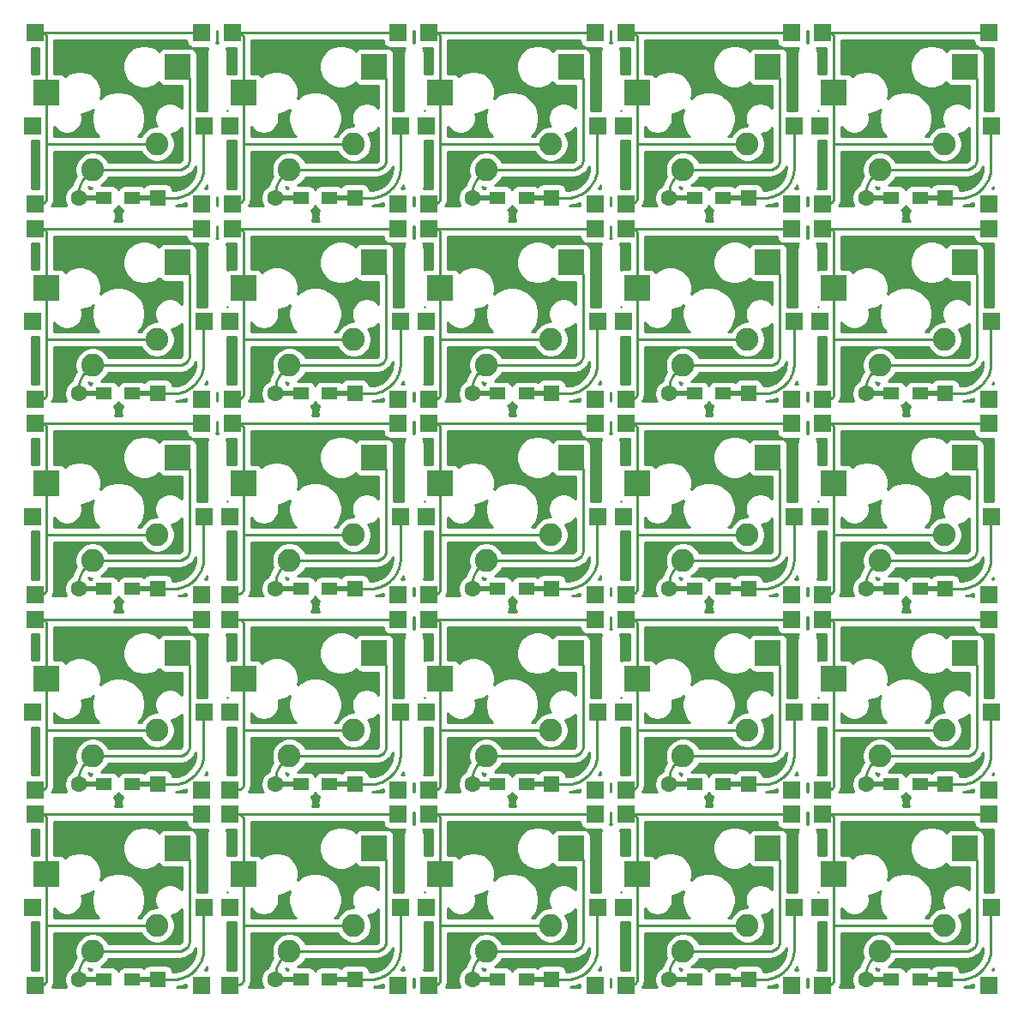
<source format=gbl>
G04 #@! TF.GenerationSoftware,KiCad,Pcbnew,(5.1.5)-3*
G04 #@! TF.CreationDate,2020-12-04T16:21:17+08:00*
G04 #@! TF.ProjectId,switch breakout,73776974-6368-4206-9272-65616b6f7574,rev?*
G04 #@! TF.SameCoordinates,Original*
G04 #@! TF.FileFunction,Copper,L2,Bot*
G04 #@! TF.FilePolarity,Positive*
%FSLAX46Y46*%
G04 Gerber Fmt 4.6, Leading zero omitted, Abs format (unit mm)*
G04 Created by KiCad (PCBNEW (5.1.5)-3) date 2020-12-04 16:21:17*
%MOMM*%
%LPD*%
G04 APERTURE LIST*
%ADD10R,1.700000X1.700000*%
%ADD11R,2.550000X2.500000*%
%ADD12C,2.250000*%
%ADD13R,2.900000X0.500000*%
%ADD14R,1.600000X1.600000*%
%ADD15C,1.600000*%
%ADD16R,1.600000X1.200000*%
%ADD17C,0.250000*%
%ADD18C,0.254000*%
G04 APERTURE END LIST*
D10*
X51562000Y-25804464D03*
D11*
X74872251Y-22503750D03*
X87799251Y-19963750D03*
D10*
X70739000Y-93821250D03*
D12*
X59986251Y-107339750D03*
X66336251Y-104799750D03*
D10*
X70993000Y-103020464D03*
D11*
X68368251Y-97179750D03*
X55441251Y-99719750D03*
D10*
X70739000Y-110712250D03*
X54356000Y-93821250D03*
X54356000Y-110712250D03*
X54102000Y-103020464D03*
X109601000Y-110712250D03*
D11*
X48937251Y-97179750D03*
X36010251Y-99719750D03*
D10*
X93218000Y-93821250D03*
X51308000Y-110712250D03*
D11*
X107230251Y-97179750D03*
X94303251Y-99719750D03*
D12*
X98848251Y-107339750D03*
X105198251Y-104799750D03*
D10*
X34671000Y-103020464D03*
D13*
X65026251Y-110140750D03*
X60026251Y-110140750D03*
D14*
X66426251Y-110140750D03*
D15*
X58626251Y-110140750D03*
D16*
X61126251Y-110140750D03*
X63926251Y-110140750D03*
D13*
X45595251Y-110140750D03*
X40595251Y-110140750D03*
D14*
X46995251Y-110140750D03*
D15*
X39195251Y-110140750D03*
D16*
X41695251Y-110140750D03*
X44495251Y-110140750D03*
D10*
X51562000Y-103020464D03*
X34671000Y-110712250D03*
X34671000Y-93821250D03*
D12*
X40555251Y-107339750D03*
X46905251Y-104799750D03*
D10*
X51308000Y-93821250D03*
X93218000Y-110712250D03*
X92964000Y-103020464D03*
X109601000Y-93821250D03*
D13*
X103888251Y-110140750D03*
X98888251Y-110140750D03*
D14*
X105288251Y-110140750D03*
D15*
X97488251Y-110140750D03*
D16*
X99988251Y-110140750D03*
X102788251Y-110140750D03*
D10*
X109855000Y-103020464D03*
X90170000Y-110712250D03*
X73787000Y-110712250D03*
D11*
X74872251Y-99719750D03*
X87799251Y-97179750D03*
D10*
X15240000Y-103020464D03*
X31877000Y-110712250D03*
D11*
X16579251Y-99719750D03*
X29506251Y-97179750D03*
D10*
X73787000Y-93821250D03*
X73533000Y-103020464D03*
X15494000Y-93821250D03*
D12*
X85767251Y-104799750D03*
X79417251Y-107339750D03*
D10*
X90170000Y-93821250D03*
D12*
X27474251Y-104799750D03*
X21124251Y-107339750D03*
D10*
X15494000Y-110712250D03*
X90424000Y-103020464D03*
D16*
X25059000Y-110140750D03*
X22259000Y-110140750D03*
D15*
X19759000Y-110140750D03*
D14*
X27559000Y-110140750D03*
D13*
X21159000Y-110140750D03*
X26159000Y-110140750D03*
D10*
X31877000Y-93821250D03*
X32131000Y-103020464D03*
D16*
X83357251Y-110140750D03*
X80557251Y-110140750D03*
D15*
X78057251Y-110140750D03*
D14*
X85857251Y-110140750D03*
D13*
X79457251Y-110140750D03*
X84457251Y-110140750D03*
D10*
X70739000Y-55213250D03*
D13*
X65026251Y-90868500D03*
X60026251Y-90868500D03*
D14*
X66426251Y-90868500D03*
D15*
X58626251Y-90868500D03*
D16*
X61126251Y-90868500D03*
X63926251Y-90868500D03*
D12*
X66336251Y-66191750D03*
X59986251Y-68731750D03*
D10*
X70993000Y-83748214D03*
X70993000Y-64412464D03*
D11*
X55441251Y-61111750D03*
X68368251Y-58571750D03*
D10*
X70739000Y-72104250D03*
X54356000Y-55213250D03*
X54356000Y-74549000D03*
X54356000Y-91440000D03*
X54356000Y-72104250D03*
X54102000Y-64412464D03*
D11*
X68368251Y-77907500D03*
X55441251Y-80447500D03*
D12*
X59986251Y-88067500D03*
X66336251Y-85527500D03*
D16*
X63926251Y-71532750D03*
X61126251Y-71532750D03*
D15*
X58626251Y-71532750D03*
D14*
X66426251Y-71532750D03*
D13*
X60026251Y-71532750D03*
X65026251Y-71532750D03*
D10*
X70739000Y-91440000D03*
X34671000Y-74549000D03*
X51308000Y-91440000D03*
X31877000Y-74549000D03*
D11*
X16579251Y-80447500D03*
X29506251Y-77907500D03*
D10*
X34671000Y-91440000D03*
D16*
X25059000Y-90868500D03*
X22259000Y-90868500D03*
D15*
X19759000Y-90868500D03*
D14*
X27559000Y-90868500D03*
D13*
X21159000Y-90868500D03*
X26159000Y-90868500D03*
D10*
X34671000Y-83748214D03*
D11*
X48937251Y-77907500D03*
X36010251Y-80447500D03*
D10*
X51308000Y-74549000D03*
D12*
X40555251Y-88067500D03*
X46905251Y-85527500D03*
D13*
X45595251Y-90868500D03*
X40595251Y-90868500D03*
D14*
X46995251Y-90868500D03*
D15*
X39195251Y-90868500D03*
D16*
X41695251Y-90868500D03*
X44495251Y-90868500D03*
D10*
X51562000Y-83748214D03*
X15494000Y-74549000D03*
X15240000Y-83748214D03*
X15494000Y-91440000D03*
X31877000Y-91440000D03*
X32131000Y-83748214D03*
D12*
X27474251Y-85527500D03*
X21124251Y-88067500D03*
D10*
X34925000Y-55213250D03*
X34671000Y-64412464D03*
D11*
X36010251Y-61111750D03*
X48937251Y-58571750D03*
D10*
X51308000Y-72104250D03*
X51308000Y-55213250D03*
D12*
X46905251Y-66191750D03*
X40555251Y-68731750D03*
D16*
X44495251Y-71532750D03*
X41695251Y-71532750D03*
D15*
X39195251Y-71532750D03*
D14*
X46995251Y-71532750D03*
D13*
X40595251Y-71532750D03*
X45595251Y-71532750D03*
D10*
X34671000Y-72104250D03*
X51562000Y-64412464D03*
D13*
X103888251Y-90868500D03*
X98888251Y-90868500D03*
D14*
X105288251Y-90868500D03*
D15*
X97488251Y-90868500D03*
D16*
X99988251Y-90868500D03*
X102788251Y-90868500D03*
D12*
X98848251Y-88067500D03*
X105198251Y-85527500D03*
D10*
X93218000Y-91440000D03*
D12*
X105198251Y-66191750D03*
X98848251Y-68731750D03*
D10*
X109601000Y-72104250D03*
X93218000Y-55213250D03*
D11*
X94303251Y-61111750D03*
X107230251Y-58571750D03*
D10*
X93218000Y-72104250D03*
X93218000Y-74549000D03*
D11*
X107230251Y-77907500D03*
X94303251Y-80447500D03*
D10*
X109601000Y-55213250D03*
D16*
X102788251Y-71532750D03*
X99988251Y-71532750D03*
D15*
X97488251Y-71532750D03*
D14*
X105288251Y-71532750D03*
D13*
X98888251Y-71532750D03*
X103888251Y-71532750D03*
D10*
X92964000Y-64412464D03*
X109855000Y-64412464D03*
X109855000Y-83748214D03*
X109601000Y-74549000D03*
X92964000Y-83748214D03*
D16*
X83357251Y-90868500D03*
X80557251Y-90868500D03*
D15*
X78057251Y-90868500D03*
D14*
X85857251Y-90868500D03*
D13*
X79457251Y-90868500D03*
X84457251Y-90868500D03*
D12*
X85767251Y-85527500D03*
X79417251Y-88067500D03*
D10*
X73787000Y-55213250D03*
X90170000Y-72104250D03*
X73787000Y-91440000D03*
D12*
X79417251Y-68731750D03*
X85767251Y-66191750D03*
D10*
X73787000Y-72104250D03*
X73787000Y-74549000D03*
D11*
X74872251Y-80447500D03*
X87799251Y-77907500D03*
D10*
X90170000Y-55213250D03*
D11*
X87799251Y-58571750D03*
X74872251Y-61111750D03*
D10*
X109601000Y-91440000D03*
X73533000Y-64412464D03*
X90424000Y-64412464D03*
X90424000Y-83748214D03*
D13*
X84457251Y-71532750D03*
X79457251Y-71532750D03*
D14*
X85857251Y-71532750D03*
D15*
X78057251Y-71532750D03*
D16*
X80557251Y-71532750D03*
X83357251Y-71532750D03*
D10*
X90170000Y-74549000D03*
X73533000Y-83748214D03*
X90170000Y-91440000D03*
X54102000Y-83748214D03*
X70739000Y-74549000D03*
X15494000Y-55213250D03*
D13*
X26159000Y-71532750D03*
X21159000Y-71532750D03*
D14*
X27559000Y-71532750D03*
D15*
X19759000Y-71532750D03*
D16*
X22259000Y-71532750D03*
X25059000Y-71532750D03*
D10*
X15240000Y-64412464D03*
X15494000Y-72104250D03*
D11*
X29506251Y-58571750D03*
X16579251Y-61111750D03*
D10*
X31877000Y-72104250D03*
X31877000Y-55213250D03*
D12*
X21124251Y-68731750D03*
X27474251Y-66191750D03*
D10*
X32131000Y-64412464D03*
D16*
X102788251Y-52260500D03*
X99988251Y-52260500D03*
D15*
X97488251Y-52260500D03*
D14*
X105288251Y-52260500D03*
D13*
X98888251Y-52260500D03*
X103888251Y-52260500D03*
D12*
X105198251Y-46919500D03*
X98848251Y-49459500D03*
D10*
X93218000Y-16605250D03*
X109601000Y-33496250D03*
X93218000Y-52832000D03*
D12*
X98848251Y-30123750D03*
X105198251Y-27583750D03*
D10*
X93218000Y-33496250D03*
X93218000Y-35941000D03*
D11*
X94303251Y-41839500D03*
X107230251Y-39299500D03*
D10*
X109601000Y-16605250D03*
D11*
X107230251Y-19963750D03*
X94303251Y-22503750D03*
D10*
X92964000Y-25804464D03*
X109855000Y-25804464D03*
X109855000Y-45140214D03*
D13*
X103888251Y-32924750D03*
X98888251Y-32924750D03*
D14*
X105288251Y-32924750D03*
D15*
X97488251Y-32924750D03*
D16*
X99988251Y-32924750D03*
X102788251Y-32924750D03*
D10*
X109601000Y-35941000D03*
X92964000Y-45140214D03*
X109601000Y-52832000D03*
X90170000Y-16605250D03*
D13*
X84457251Y-52260500D03*
X79457251Y-52260500D03*
D14*
X85857251Y-52260500D03*
D15*
X78057251Y-52260500D03*
D16*
X80557251Y-52260500D03*
X83357251Y-52260500D03*
D12*
X85767251Y-27583750D03*
X79417251Y-30123750D03*
D10*
X90424000Y-45140214D03*
X90424000Y-25804464D03*
X90170000Y-33496250D03*
X73787000Y-16605250D03*
X73787000Y-35941000D03*
X73787000Y-52832000D03*
X73787000Y-33496250D03*
X73533000Y-25804464D03*
D11*
X87799251Y-39299500D03*
X74872251Y-41839500D03*
D12*
X79417251Y-49459500D03*
X85767251Y-46919500D03*
D16*
X83357251Y-32924750D03*
X80557251Y-32924750D03*
D15*
X78057251Y-32924750D03*
D14*
X85857251Y-32924750D03*
D13*
X79457251Y-32924750D03*
X84457251Y-32924750D03*
D10*
X90170000Y-52832000D03*
X73533000Y-45140214D03*
X90170000Y-35941000D03*
X54102000Y-45140214D03*
X70739000Y-35941000D03*
X70739000Y-16605250D03*
D12*
X59986251Y-30123750D03*
X66336251Y-27583750D03*
D10*
X70993000Y-25804464D03*
D11*
X68368251Y-19963750D03*
X55441251Y-22503750D03*
D10*
X70739000Y-33496250D03*
D16*
X63926251Y-52260500D03*
X61126251Y-52260500D03*
D15*
X58626251Y-52260500D03*
D14*
X66426251Y-52260500D03*
D13*
X60026251Y-52260500D03*
X65026251Y-52260500D03*
D10*
X70993000Y-45140214D03*
X54356000Y-16605250D03*
X54356000Y-33496250D03*
X54102000Y-25804464D03*
D11*
X55441251Y-41839500D03*
X68368251Y-39299500D03*
D12*
X66336251Y-46919500D03*
X59986251Y-49459500D03*
D13*
X65026251Y-32924750D03*
X60026251Y-32924750D03*
D14*
X66426251Y-32924750D03*
D15*
X58626251Y-32924750D03*
D16*
X61126251Y-32924750D03*
X63926251Y-32924750D03*
D10*
X54356000Y-35941000D03*
X70739000Y-52832000D03*
X54356000Y-52832000D03*
X34925000Y-35941000D03*
X34671000Y-45140214D03*
D11*
X36010251Y-41839500D03*
X48937251Y-39299500D03*
D10*
X51308000Y-52832000D03*
X51308000Y-35941000D03*
D12*
X46905251Y-46919500D03*
X40555251Y-49459500D03*
D16*
X44495251Y-52260500D03*
X41695251Y-52260500D03*
D15*
X39195251Y-52260500D03*
D14*
X46995251Y-52260500D03*
D13*
X40595251Y-52260500D03*
X45595251Y-52260500D03*
D10*
X34925000Y-52832000D03*
X51562000Y-45140214D03*
X15494000Y-35941000D03*
D13*
X26159000Y-52260500D03*
X21159000Y-52260500D03*
D14*
X27559000Y-52260500D03*
D15*
X19759000Y-52260500D03*
D16*
X22259000Y-52260500D03*
X25059000Y-52260500D03*
D10*
X15240000Y-45140214D03*
X15494000Y-52832000D03*
D11*
X29506251Y-39299500D03*
X16579251Y-41839500D03*
D10*
X31877000Y-52832000D03*
X31877000Y-35941000D03*
D12*
X21124251Y-49459500D03*
X27474251Y-46919500D03*
D10*
X32131000Y-45140214D03*
X34925000Y-16605250D03*
D13*
X45595251Y-32924750D03*
X40595251Y-32924750D03*
D14*
X46995251Y-32924750D03*
D15*
X39195251Y-32924750D03*
D16*
X41695251Y-32924750D03*
X44495251Y-32924750D03*
D10*
X34671000Y-25804464D03*
X34925000Y-33496250D03*
D11*
X48937251Y-19963750D03*
X36010251Y-22503750D03*
D10*
X51308000Y-33496250D03*
X51308000Y-16605250D03*
D12*
X40555251Y-30123750D03*
X46905251Y-27583750D03*
D10*
X32131000Y-25804464D03*
D12*
X27474251Y-27583750D03*
X21124251Y-30123750D03*
D10*
X31877000Y-16605250D03*
X31877000Y-33496250D03*
D11*
X16579251Y-22503750D03*
X29506251Y-19963750D03*
D10*
X15494000Y-33496250D03*
X15240000Y-25804464D03*
D16*
X25059000Y-32924750D03*
X22259000Y-32924750D03*
D15*
X19759000Y-32924750D03*
D14*
X27559000Y-32924750D03*
D13*
X21159000Y-32924750D03*
X26159000Y-32924750D03*
D10*
X15494000Y-16605250D03*
D17*
X16465756Y-33249946D02*
X16494985Y-33210535D01*
X16079251Y-16605250D02*
X16128259Y-16607657D01*
X16176796Y-16614857D02*
X16224393Y-16626779D01*
X25883261Y-27583750D02*
X27474251Y-27583750D01*
X16432804Y-33286303D02*
X16465756Y-33249946D01*
X16314949Y-33373710D02*
X16357036Y-33348484D01*
X16579251Y-22503750D02*
X16579251Y-27583750D01*
X16128259Y-33430342D02*
X16176796Y-33423142D01*
X16079251Y-33432750D02*
X16128259Y-33430342D01*
X16557721Y-33077892D02*
X16569643Y-33030295D01*
X16079251Y-33432750D02*
X15240000Y-33432750D01*
X16270592Y-33394689D02*
X16314949Y-33373710D01*
X16579251Y-27583750D02*
X25883261Y-27583750D01*
X32067500Y-16605250D02*
X15240000Y-16605250D01*
X16224393Y-33411220D02*
X16270592Y-33394689D01*
X16396447Y-33319255D02*
X16432804Y-33286303D01*
X16357036Y-33348484D02*
X16396447Y-33319255D01*
X16541190Y-16913908D02*
X16557721Y-16960107D01*
X16079251Y-16605250D02*
X15240000Y-16605250D01*
X16579251Y-32932750D02*
X16579251Y-22503750D01*
X16579251Y-17105250D02*
X16579251Y-21003750D01*
X16494985Y-33210535D02*
X16520211Y-33168448D01*
X16128259Y-16607657D02*
X16176796Y-16614857D01*
X16396447Y-16718744D02*
X16432804Y-16751696D01*
X16557721Y-16960107D02*
X16569643Y-17007704D01*
X16576843Y-32981758D02*
X16579251Y-32932750D01*
X16465756Y-16788053D02*
X16494985Y-16827464D01*
X16432804Y-16751696D02*
X16465756Y-16788053D01*
X16357036Y-16689515D02*
X16396447Y-16718744D01*
X16520211Y-16869551D02*
X16541190Y-16913908D01*
X16569643Y-17007704D02*
X16576843Y-17056241D01*
X16314949Y-16664289D02*
X16357036Y-16689515D01*
X16494985Y-16827464D02*
X16520211Y-16869551D01*
X16541190Y-33124091D02*
X16557721Y-33077892D01*
X16579251Y-21003750D02*
X16579251Y-22503750D01*
X16576843Y-17056241D02*
X16579251Y-17105250D01*
X16270592Y-16643310D02*
X16314949Y-16664289D01*
X16224393Y-16626779D02*
X16270592Y-16643310D01*
X16569643Y-33030295D02*
X16576843Y-32981758D01*
X16520211Y-33168448D02*
X16541190Y-33124091D01*
X16176796Y-33423142D02*
X16224393Y-33411220D01*
X35607796Y-33423142D02*
X35655393Y-33411220D01*
X35951211Y-33168448D02*
X35972190Y-33124091D01*
X36000643Y-33030295D02*
X36007843Y-32981758D01*
X35655393Y-16626779D02*
X35701592Y-16643310D01*
X35701592Y-16643310D02*
X35745949Y-16664289D01*
X36007843Y-17056241D02*
X36010251Y-17105250D01*
X36010251Y-21003750D02*
X36010251Y-22503750D01*
X35972190Y-33124091D02*
X35988721Y-33077892D01*
X35925985Y-16827464D02*
X35951211Y-16869551D01*
X35745949Y-16664289D02*
X35788036Y-16689515D01*
X36000643Y-17007704D02*
X36007843Y-17056241D01*
X35951211Y-16869551D02*
X35972190Y-16913908D01*
X35788036Y-16689515D02*
X35827447Y-16718744D01*
X35863804Y-16751696D02*
X35896756Y-16788053D01*
X35896756Y-16788053D02*
X35925985Y-16827464D01*
X36007843Y-32981758D02*
X36010251Y-32932750D01*
X35988721Y-16960107D02*
X36000643Y-17007704D01*
X35827447Y-16718744D02*
X35863804Y-16751696D01*
X35559259Y-16607657D02*
X35607796Y-16614857D01*
X35925985Y-33210535D02*
X35951211Y-33168448D01*
X36010251Y-17105250D02*
X36010251Y-21003750D01*
X36010251Y-32932750D02*
X36010251Y-22503750D01*
X35510251Y-16605250D02*
X34671000Y-16605250D01*
X35972190Y-16913908D02*
X35988721Y-16960107D01*
X35788036Y-33348484D02*
X35827447Y-33319255D01*
X35827447Y-33319255D02*
X35863804Y-33286303D01*
X35655393Y-33411220D02*
X35701592Y-33394689D01*
X51498500Y-16605250D02*
X34671000Y-16605250D01*
X36010251Y-27583750D02*
X45314261Y-27583750D01*
X35701592Y-33394689D02*
X35745949Y-33373710D01*
X35510251Y-33432750D02*
X34671000Y-33432750D01*
X35988721Y-33077892D02*
X36000643Y-33030295D01*
X35510251Y-33432750D02*
X35559259Y-33430342D01*
X35559259Y-33430342D02*
X35607796Y-33423142D01*
X36010251Y-22503750D02*
X36010251Y-27583750D01*
X35745949Y-33373710D02*
X35788036Y-33348484D01*
X35863804Y-33286303D02*
X35896756Y-33249946D01*
X45314261Y-27583750D02*
X46905251Y-27583750D01*
X35607796Y-16614857D02*
X35655393Y-16626779D01*
X35510251Y-16605250D02*
X35559259Y-16607657D01*
X35896756Y-33249946D02*
X35925985Y-33210535D01*
X16176796Y-52758892D02*
X16224393Y-52746970D01*
X16520211Y-52504198D02*
X16541190Y-52459841D01*
X16569643Y-52366045D02*
X16576843Y-52317508D01*
X16224393Y-35962529D02*
X16270592Y-35979060D01*
X16270592Y-35979060D02*
X16314949Y-36000039D01*
X16576843Y-36391991D02*
X16579251Y-36441000D01*
X16579251Y-40339500D02*
X16579251Y-41839500D01*
X16541190Y-52459841D02*
X16557721Y-52413642D01*
X16494985Y-36163214D02*
X16520211Y-36205301D01*
X16314949Y-36000039D02*
X16357036Y-36025265D01*
X16569643Y-36343454D02*
X16576843Y-36391991D01*
X16520211Y-36205301D02*
X16541190Y-36249658D01*
X16357036Y-36025265D02*
X16396447Y-36054494D01*
X16432804Y-36087446D02*
X16465756Y-36123803D01*
X16465756Y-36123803D02*
X16494985Y-36163214D01*
X16576843Y-52317508D02*
X16579251Y-52268500D01*
X16557721Y-36295857D02*
X16569643Y-36343454D01*
X16396447Y-36054494D02*
X16432804Y-36087446D01*
X16128259Y-35943407D02*
X16176796Y-35950607D01*
X16494985Y-52546285D02*
X16520211Y-52504198D01*
X16579251Y-36441000D02*
X16579251Y-40339500D01*
X16579251Y-52268500D02*
X16579251Y-41839500D01*
X16079251Y-35941000D02*
X15240000Y-35941000D01*
X16541190Y-36249658D02*
X16557721Y-36295857D01*
X16357036Y-52684234D02*
X16396447Y-52655005D01*
X16396447Y-52655005D02*
X16432804Y-52622053D01*
X16224393Y-52746970D02*
X16270592Y-52730439D01*
X32067500Y-35941000D02*
X15240000Y-35941000D01*
X16579251Y-46919500D02*
X25883261Y-46919500D01*
X16270592Y-52730439D02*
X16314949Y-52709460D01*
X16079251Y-52768500D02*
X15240000Y-52768500D01*
X16557721Y-52413642D02*
X16569643Y-52366045D01*
X16079251Y-52768500D02*
X16128259Y-52766092D01*
X16128259Y-52766092D02*
X16176796Y-52758892D01*
X16579251Y-41839500D02*
X16579251Y-46919500D01*
X16314949Y-52709460D02*
X16357036Y-52684234D01*
X16432804Y-52622053D02*
X16465756Y-52585696D01*
X35607796Y-52758892D02*
X35655393Y-52746970D01*
X35925985Y-36163214D02*
X35951211Y-36205301D01*
X35745949Y-36000039D02*
X35788036Y-36025265D01*
X35655393Y-35962529D02*
X35701592Y-35979060D01*
X35701592Y-35979060D02*
X35745949Y-36000039D01*
X36007843Y-36391991D02*
X36010251Y-36441000D01*
X36000643Y-36343454D02*
X36007843Y-36391991D01*
X36000643Y-52366045D02*
X36007843Y-52317508D01*
X36010251Y-40339500D02*
X36010251Y-41839500D01*
X35951211Y-36205301D02*
X35972190Y-36249658D01*
X35951211Y-52504198D02*
X35972190Y-52459841D01*
X35972190Y-52459841D02*
X35988721Y-52413642D01*
X35896756Y-36123803D02*
X35925985Y-36163214D01*
X36007843Y-52317508D02*
X36010251Y-52268500D01*
X35655393Y-52746970D02*
X35701592Y-52730439D01*
X35827447Y-52655005D02*
X35863804Y-52622053D01*
X35988721Y-36295857D02*
X36000643Y-36343454D01*
X35827447Y-36054494D02*
X35863804Y-36087446D01*
X35559259Y-52766092D02*
X35607796Y-52758892D01*
X35988721Y-52413642D02*
X36000643Y-52366045D01*
X36010251Y-46919500D02*
X45314261Y-46919500D01*
X35788036Y-36025265D02*
X35827447Y-36054494D01*
X35745949Y-52709460D02*
X35788036Y-52684234D01*
X35510251Y-52768500D02*
X35559259Y-52766092D01*
X35559259Y-35943407D02*
X35607796Y-35950607D01*
X35863804Y-36087446D02*
X35896756Y-36123803D01*
X35788036Y-52684234D02*
X35827447Y-52655005D01*
X51498500Y-35941000D02*
X34671000Y-35941000D01*
X35510251Y-52768500D02*
X34671000Y-52768500D01*
X35510251Y-35941000D02*
X34671000Y-35941000D01*
X35701592Y-52730439D02*
X35745949Y-52709460D01*
X36010251Y-41839500D02*
X36010251Y-46919500D01*
X35863804Y-52622053D02*
X35896756Y-52585696D01*
X35972190Y-36249658D02*
X35988721Y-36295857D01*
X36010251Y-36441000D02*
X36010251Y-40339500D01*
X36010251Y-52268500D02*
X36010251Y-41839500D01*
X35925985Y-52546285D02*
X35951211Y-52504198D01*
X35607796Y-35950607D02*
X35655393Y-35962529D01*
X45314261Y-46919500D02*
X46905251Y-46919500D01*
X35510251Y-35941000D02*
X35559259Y-35943407D01*
X35896756Y-52585696D02*
X35925985Y-52546285D01*
X25883261Y-46919500D02*
X27474251Y-46919500D01*
X16176796Y-35950607D02*
X16224393Y-35962529D01*
X16079251Y-35941000D02*
X16128259Y-35943407D01*
X16465756Y-52585696D02*
X16494985Y-52546285D01*
X54941251Y-33432750D02*
X54990259Y-33430342D01*
X55219036Y-33348484D02*
X55258447Y-33319255D01*
X54941251Y-33432750D02*
X54102000Y-33432750D01*
X55294804Y-16751696D02*
X55327756Y-16788053D01*
X70929500Y-16605250D02*
X54102000Y-16605250D01*
X54941251Y-16605250D02*
X54102000Y-16605250D01*
X55132592Y-33394689D02*
X55176949Y-33373710D01*
X54990259Y-16607657D02*
X55038796Y-16614857D01*
X55441251Y-22503750D02*
X55441251Y-27583750D01*
X55294804Y-33286303D02*
X55327756Y-33249946D01*
X55176949Y-33373710D02*
X55219036Y-33348484D01*
X55438843Y-32981758D02*
X55441251Y-32932750D01*
X55258447Y-33319255D02*
X55294804Y-33286303D01*
X55419721Y-16960107D02*
X55431643Y-17007704D01*
X55327756Y-16788053D02*
X55356985Y-16827464D01*
X55382211Y-16869551D02*
X55403190Y-16913908D01*
X55438843Y-17056241D02*
X55441251Y-17105250D01*
X55403190Y-33124091D02*
X55419721Y-33077892D01*
X55441251Y-21003750D02*
X55441251Y-22503750D01*
X55431643Y-17007704D02*
X55438843Y-17056241D01*
X55382211Y-33168448D02*
X55403190Y-33124091D01*
X55431643Y-33030295D02*
X55438843Y-32981758D01*
X55086393Y-33411220D02*
X55132592Y-33394689D01*
X55132592Y-16643310D02*
X55176949Y-16664289D01*
X55356985Y-16827464D02*
X55382211Y-16869551D01*
X55038796Y-33423142D02*
X55086393Y-33411220D01*
X55176949Y-16664289D02*
X55219036Y-16689515D01*
X55086393Y-16626779D02*
X55132592Y-16643310D01*
X55258447Y-16718744D02*
X55294804Y-16751696D01*
X54990259Y-33430342D02*
X55038796Y-33423142D01*
X55219036Y-16689515D02*
X55258447Y-16718744D01*
X55419721Y-33077892D02*
X55431643Y-33030295D01*
X55441251Y-27583750D02*
X64745261Y-27583750D01*
X55441251Y-36441000D02*
X55441251Y-40339500D01*
X55294804Y-52622053D02*
X55327756Y-52585696D01*
X55419721Y-52413642D02*
X55431643Y-52366045D01*
X54941251Y-35941000D02*
X54102000Y-35941000D01*
X55176949Y-52709460D02*
X55219036Y-52684234D01*
X55356985Y-52546285D02*
X55382211Y-52504198D01*
X55294804Y-36087446D02*
X55327756Y-36123803D01*
X55441251Y-41839500D02*
X55441251Y-46919500D01*
X54990259Y-35943407D02*
X55038796Y-35950607D01*
X70929500Y-35941000D02*
X54102000Y-35941000D01*
X55219036Y-36025265D02*
X55258447Y-36054494D01*
X55403190Y-36249658D02*
X55419721Y-36295857D01*
X55441251Y-52268500D02*
X55441251Y-41839500D01*
X55219036Y-52684234D02*
X55258447Y-52655005D01*
X55441251Y-46919500D02*
X64745261Y-46919500D01*
X55132592Y-52730439D02*
X55176949Y-52709460D01*
X54941251Y-52768500D02*
X54102000Y-52768500D01*
X64745261Y-27583750D02*
X66336251Y-27583750D01*
X55441251Y-32932750D02*
X55441251Y-22503750D01*
X55441251Y-17105250D02*
X55441251Y-21003750D01*
X55403190Y-16913908D02*
X55419721Y-16960107D01*
X55038796Y-16614857D02*
X55086393Y-16626779D01*
X54941251Y-16605250D02*
X54990259Y-16607657D01*
X55356985Y-33210535D02*
X55382211Y-33168448D01*
X54941251Y-35941000D02*
X54990259Y-35943407D01*
X55327756Y-33249946D02*
X55356985Y-33210535D01*
X64745261Y-46919500D02*
X66336251Y-46919500D01*
X55327756Y-52585696D02*
X55356985Y-52546285D01*
X55438843Y-52317508D02*
X55441251Y-52268500D01*
X55086393Y-35962529D02*
X55132592Y-35979060D01*
X55176949Y-36000039D02*
X55219036Y-36025265D01*
X55403190Y-52459841D02*
X55419721Y-52413642D01*
X55132592Y-35979060D02*
X55176949Y-36000039D01*
X55038796Y-35950607D02*
X55086393Y-35962529D01*
X55438843Y-36391991D02*
X55441251Y-36441000D01*
X55382211Y-52504198D02*
X55403190Y-52459841D01*
X55356985Y-36163214D02*
X55382211Y-36205301D01*
X55038796Y-52758892D02*
X55086393Y-52746970D01*
X55431643Y-36343454D02*
X55438843Y-36391991D01*
X55086393Y-52746970D02*
X55132592Y-52730439D01*
X55419721Y-36295857D02*
X55431643Y-36343454D01*
X55441251Y-40339500D02*
X55441251Y-41839500D01*
X55327756Y-36123803D02*
X55356985Y-36163214D01*
X55431643Y-52366045D02*
X55438843Y-52317508D01*
X55258447Y-52655005D02*
X55294804Y-52622053D01*
X55382211Y-36205301D02*
X55403190Y-36249658D01*
X54941251Y-52768500D02*
X54990259Y-52766092D01*
X55258447Y-36054494D02*
X55294804Y-36087446D01*
X54990259Y-52766092D02*
X55038796Y-52758892D01*
X74372251Y-33432750D02*
X74421259Y-33430342D01*
X74607949Y-33373710D02*
X74650036Y-33348484D01*
X74725804Y-33286303D02*
X74758756Y-33249946D01*
X74650036Y-33348484D02*
X74689447Y-33319255D01*
X74563592Y-33394689D02*
X74607949Y-33373710D01*
X74725804Y-16751696D02*
X74758756Y-16788053D01*
X74372251Y-33432750D02*
X73533000Y-33432750D01*
X74372251Y-16605250D02*
X73533000Y-16605250D01*
X74421259Y-16607657D02*
X74469796Y-16614857D01*
X90360500Y-16605250D02*
X73533000Y-16605250D01*
X74872251Y-22503750D02*
X74872251Y-27583750D01*
X74689447Y-52655005D02*
X74725804Y-52622053D01*
X74758756Y-36123803D02*
X74787985Y-36163214D01*
X74689447Y-36054494D02*
X74725804Y-36087446D01*
X74421259Y-52766092D02*
X74469796Y-52758892D01*
X74372251Y-52768500D02*
X74421259Y-52766092D01*
X74862643Y-52366045D02*
X74869843Y-52317508D01*
X74872251Y-40339500D02*
X74872251Y-41839500D01*
X74850721Y-36295857D02*
X74862643Y-36343454D01*
X74517393Y-52746970D02*
X74563592Y-52730439D01*
X74813211Y-36205301D02*
X74834190Y-36249658D01*
X74758756Y-52585696D02*
X74787985Y-52546285D01*
X74372251Y-35941000D02*
X74421259Y-35943407D01*
X74758756Y-33249946D02*
X74787985Y-33210535D01*
X84176261Y-46919500D02*
X85767251Y-46919500D01*
X74787985Y-16827464D02*
X74813211Y-16869551D01*
X74517393Y-16626779D02*
X74563592Y-16643310D01*
X74872251Y-21003750D02*
X74872251Y-22503750D01*
X74469796Y-33423142D02*
X74517393Y-33411220D01*
X74862643Y-33030295D02*
X74869843Y-32981758D01*
X74563592Y-16643310D02*
X74607949Y-16664289D01*
X74834190Y-33124091D02*
X74850721Y-33077892D01*
X74813211Y-33168448D02*
X74834190Y-33124091D01*
X74607949Y-16664289D02*
X74650036Y-16689515D01*
X74862643Y-17007704D02*
X74869843Y-17056241D01*
X74517393Y-33411220D02*
X74563592Y-33394689D01*
X74372251Y-16605250D02*
X74421259Y-16607657D01*
X74787985Y-33210535D02*
X74813211Y-33168448D01*
X74850721Y-33077892D02*
X74862643Y-33030295D01*
X74689447Y-16718744D02*
X74725804Y-16751696D01*
X74421259Y-33430342D02*
X74469796Y-33423142D01*
X74650036Y-16689515D02*
X74689447Y-16718744D01*
X74872251Y-52268500D02*
X74872251Y-41839500D01*
X74872251Y-46919500D02*
X84176261Y-46919500D01*
X74372251Y-52768500D02*
X73533000Y-52768500D01*
X74650036Y-52684234D02*
X74689447Y-52655005D01*
X74563592Y-52730439D02*
X74607949Y-52709460D01*
X74872251Y-32932750D02*
X74872251Y-22503750D01*
X74834190Y-16913908D02*
X74850721Y-16960107D01*
X74469796Y-16614857D02*
X74517393Y-16626779D01*
X74872251Y-17105250D02*
X74872251Y-21003750D01*
X84176261Y-27583750D02*
X85767251Y-27583750D01*
X74850721Y-16960107D02*
X74862643Y-17007704D01*
X74813211Y-16869551D02*
X74834190Y-16913908D01*
X74758756Y-16788053D02*
X74787985Y-16827464D01*
X74869843Y-32981758D02*
X74872251Y-32932750D01*
X74869843Y-17056241D02*
X74872251Y-17105250D01*
X74689447Y-33319255D02*
X74725804Y-33286303D01*
X74607949Y-36000039D02*
X74650036Y-36025265D01*
X74834190Y-52459841D02*
X74850721Y-52413642D01*
X74563592Y-35979060D02*
X74607949Y-36000039D01*
X74469796Y-35950607D02*
X74517393Y-35962529D01*
X74469796Y-52758892D02*
X74517393Y-52746970D01*
X74862643Y-36343454D02*
X74869843Y-36391991D01*
X74517393Y-35962529D02*
X74563592Y-35979060D01*
X74813211Y-52504198D02*
X74834190Y-52459841D01*
X74869843Y-52317508D02*
X74872251Y-52268500D01*
X74869843Y-36391991D02*
X74872251Y-36441000D01*
X74787985Y-36163214D02*
X74813211Y-36205301D01*
X74607949Y-52709460D02*
X74650036Y-52684234D01*
X74787985Y-52546285D02*
X74813211Y-52504198D01*
X74725804Y-52622053D02*
X74758756Y-52585696D01*
X74872251Y-36441000D02*
X74872251Y-40339500D01*
X74872251Y-41839500D02*
X74872251Y-46919500D01*
X74372251Y-35941000D02*
X73533000Y-35941000D01*
X74872251Y-27583750D02*
X84176261Y-27583750D01*
X74421259Y-35943407D02*
X74469796Y-35950607D01*
X90360500Y-35941000D02*
X73533000Y-35941000D01*
X74650036Y-36025265D02*
X74689447Y-36054494D01*
X74834190Y-36249658D02*
X74850721Y-36295857D01*
X74850721Y-52413642D02*
X74862643Y-52366045D01*
X74725804Y-36087446D02*
X74758756Y-36123803D01*
X94038949Y-33373710D02*
X94081036Y-33348484D01*
X94156804Y-33286303D02*
X94189756Y-33249946D01*
X94081036Y-33348484D02*
X94120447Y-33319255D01*
X93803251Y-33432750D02*
X93852259Y-33430342D01*
X103607261Y-46919500D02*
X105198251Y-46919500D01*
X94038949Y-16664289D02*
X94081036Y-16689515D01*
X93948393Y-16626779D02*
X93994592Y-16643310D01*
X93994592Y-16643310D02*
X94038949Y-16664289D01*
X94189756Y-33249946D02*
X94218985Y-33210535D01*
X94244211Y-33168448D02*
X94265190Y-33124091D01*
X94303251Y-21003750D02*
X94303251Y-22503750D01*
X93900796Y-33423142D02*
X93948393Y-33411220D01*
X94265190Y-33124091D02*
X94281721Y-33077892D01*
X94293643Y-33030295D02*
X94300843Y-32981758D01*
X94218985Y-16827464D02*
X94244211Y-16869551D01*
X94120447Y-33319255D02*
X94156804Y-33286303D01*
X94189756Y-16788053D02*
X94218985Y-16827464D01*
X94281721Y-16960107D02*
X94293643Y-17007704D01*
X93900796Y-35950607D02*
X93948393Y-35962529D01*
X94244211Y-16869551D02*
X94265190Y-16913908D01*
X94300843Y-32981758D02*
X94303251Y-32932750D01*
X94265190Y-52459841D02*
X94281721Y-52413642D01*
X93900796Y-52758892D02*
X93948393Y-52746970D01*
X94300843Y-17056241D02*
X94303251Y-17105250D01*
X94038949Y-36000039D02*
X94081036Y-36025265D01*
X93994592Y-35979060D02*
X94038949Y-36000039D01*
X93948393Y-33411220D02*
X93994592Y-33394689D01*
X94293643Y-17007704D02*
X94300843Y-17056241D01*
X94120447Y-16718744D02*
X94156804Y-16751696D01*
X93852259Y-33430342D02*
X93900796Y-33423142D01*
X94081036Y-16689515D02*
X94120447Y-16718744D01*
X94218985Y-33210535D02*
X94244211Y-33168448D01*
X93803251Y-16605250D02*
X93852259Y-16607657D01*
X94281721Y-33077892D02*
X94293643Y-33030295D01*
X93803251Y-52768500D02*
X93852259Y-52766092D01*
X93803251Y-35941000D02*
X93852259Y-35943407D01*
X94293643Y-52366045D02*
X94300843Y-52317508D01*
X94244211Y-36205301D02*
X94265190Y-36249658D01*
X94303251Y-40339500D02*
X94303251Y-41839500D01*
X93948393Y-52746970D02*
X93994592Y-52730439D01*
X94189756Y-52585696D02*
X94218985Y-52546285D01*
X94281721Y-36295857D02*
X94293643Y-36343454D01*
X103607261Y-27583750D02*
X105198251Y-27583750D01*
X94303251Y-17105250D02*
X94303251Y-21003750D01*
X94303251Y-46919500D02*
X103607261Y-46919500D01*
X93994592Y-52730439D02*
X94038949Y-52709460D01*
X94303251Y-32932750D02*
X94303251Y-22503750D01*
X94265190Y-16913908D02*
X94281721Y-16960107D01*
X93803251Y-52768500D02*
X92964000Y-52768500D01*
X94081036Y-52684234D02*
X94120447Y-52655005D01*
X94303251Y-52268500D02*
X94303251Y-41839500D01*
X93900796Y-16614857D02*
X93948393Y-16626779D01*
X94156804Y-16751696D02*
X94189756Y-16788053D01*
X93803251Y-33432750D02*
X92964000Y-33432750D01*
X93852259Y-16607657D02*
X93900796Y-16614857D01*
X93994592Y-33394689D02*
X94038949Y-33373710D01*
X94303251Y-22503750D02*
X94303251Y-27583750D01*
X94189756Y-36123803D02*
X94218985Y-36163214D01*
X94120447Y-36054494D02*
X94156804Y-36087446D01*
X93803251Y-16605250D02*
X92964000Y-16605250D01*
X109791500Y-16605250D02*
X92964000Y-16605250D01*
X94120447Y-52655005D02*
X94156804Y-52622053D01*
X93852259Y-52766092D02*
X93900796Y-52758892D01*
X94303251Y-27583750D02*
X103607261Y-27583750D01*
X94265190Y-36249658D02*
X94281721Y-36295857D01*
X94281721Y-52413642D02*
X94293643Y-52366045D01*
X94218985Y-36163214D02*
X94244211Y-36205301D01*
X94244211Y-52504198D02*
X94265190Y-52459841D01*
X94156804Y-52622053D02*
X94189756Y-52585696D01*
X94303251Y-36441000D02*
X94303251Y-40339500D01*
X94218985Y-52546285D02*
X94244211Y-52504198D01*
X93803251Y-35941000D02*
X92964000Y-35941000D01*
X93852259Y-35943407D02*
X93900796Y-35950607D01*
X94038949Y-52709460D02*
X94081036Y-52684234D01*
X109791500Y-35941000D02*
X92964000Y-35941000D01*
X94300843Y-52317508D02*
X94303251Y-52268500D01*
X94300843Y-36391991D02*
X94303251Y-36441000D01*
X94081036Y-36025265D02*
X94120447Y-36054494D01*
X93948393Y-35962529D02*
X93994592Y-35979060D01*
X94156804Y-36087446D02*
X94189756Y-36123803D01*
X94303251Y-41839500D02*
X94303251Y-46919500D01*
X94293643Y-36343454D02*
X94300843Y-36391991D01*
X74607949Y-71981710D02*
X74650036Y-71956484D01*
X74725804Y-71894303D02*
X74758756Y-71857946D01*
X74650036Y-71956484D02*
X74689447Y-71927255D01*
X74372251Y-72040750D02*
X74421259Y-72038342D01*
X54941251Y-72040750D02*
X54990259Y-72038342D01*
X84176261Y-85527500D02*
X85767251Y-85527500D01*
X74607949Y-55272289D02*
X74650036Y-55297515D01*
X74517393Y-55234779D02*
X74563592Y-55251310D01*
X74563592Y-55251310D02*
X74607949Y-55272289D01*
X74758756Y-71857946D02*
X74787985Y-71818535D01*
X74813211Y-71776448D02*
X74834190Y-71732091D01*
X74872251Y-59611750D02*
X74872251Y-61111750D01*
X74469796Y-72031142D02*
X74517393Y-72019220D01*
X74834190Y-71732091D02*
X74850721Y-71685892D01*
X74862643Y-71638295D02*
X74869843Y-71589758D01*
X74787985Y-55435464D02*
X74813211Y-55477551D01*
X74689447Y-71927255D02*
X74725804Y-71894303D01*
X74758756Y-55396053D02*
X74787985Y-55435464D01*
X74850721Y-55568107D02*
X74862643Y-55615704D01*
X74469796Y-74558607D02*
X74517393Y-74570529D01*
X74813211Y-55477551D02*
X74834190Y-55521908D01*
X74869843Y-71589758D02*
X74872251Y-71540750D01*
X74834190Y-91067841D02*
X74850721Y-91021642D01*
X74469796Y-91366892D02*
X74517393Y-91354970D01*
X74869843Y-55664241D02*
X74872251Y-55713250D01*
X74607949Y-74608039D02*
X74650036Y-74633265D01*
X74563592Y-74587060D02*
X74607949Y-74608039D01*
X16176796Y-72031142D02*
X16224393Y-72019220D01*
X16520211Y-71776448D02*
X16541190Y-71732091D01*
X16569643Y-71638295D02*
X16576843Y-71589758D01*
X16224393Y-55234779D02*
X16270592Y-55251310D01*
X16270592Y-55251310D02*
X16314949Y-55272289D01*
X16576843Y-55664241D02*
X16579251Y-55713250D01*
X16579251Y-59611750D02*
X16579251Y-61111750D01*
X16541190Y-71732091D02*
X16557721Y-71685892D01*
X16494985Y-55435464D02*
X16520211Y-55477551D01*
X16314949Y-55272289D02*
X16357036Y-55297515D01*
X16569643Y-55615704D02*
X16576843Y-55664241D01*
X16520211Y-55477551D02*
X16541190Y-55521908D01*
X16357036Y-55297515D02*
X16396447Y-55326744D01*
X16432804Y-55359696D02*
X16465756Y-55396053D01*
X16465756Y-55396053D02*
X16494985Y-55435464D01*
X16576843Y-71589758D02*
X16579251Y-71540750D01*
X16557721Y-55568107D02*
X16569643Y-55615704D01*
X16396447Y-55326744D02*
X16432804Y-55359696D01*
X16128259Y-55215657D02*
X16176796Y-55222857D01*
X16494985Y-71818535D02*
X16520211Y-71776448D01*
X16579251Y-55713250D02*
X16579251Y-59611750D01*
X16579251Y-71540750D02*
X16579251Y-61111750D01*
X16079251Y-55213250D02*
X15240000Y-55213250D01*
X16541190Y-55521908D02*
X16557721Y-55568107D01*
X94038949Y-71981710D02*
X94081036Y-71956484D01*
X94156804Y-71894303D02*
X94189756Y-71857946D01*
X16357036Y-71956484D02*
X16396447Y-71927255D01*
X16396447Y-71927255D02*
X16432804Y-71894303D01*
X16224393Y-72019220D02*
X16270592Y-72002689D01*
X32067500Y-55213250D02*
X15240000Y-55213250D01*
X16579251Y-66191750D02*
X25883261Y-66191750D01*
X16270592Y-72002689D02*
X16314949Y-71981710D01*
X16079251Y-72040750D02*
X15240000Y-72040750D01*
X16557721Y-71685892D02*
X16569643Y-71638295D01*
X16079251Y-72040750D02*
X16128259Y-72038342D01*
X16128259Y-72038342D02*
X16176796Y-72031142D01*
X16579251Y-61111750D02*
X16579251Y-66191750D01*
X16314949Y-71981710D02*
X16357036Y-71956484D01*
X16432804Y-71894303D02*
X16465756Y-71857946D01*
X74517393Y-72019220D02*
X74563592Y-72002689D01*
X74862643Y-55615704D02*
X74869843Y-55664241D01*
X74689447Y-55326744D02*
X74725804Y-55359696D01*
X74421259Y-72038342D02*
X74469796Y-72031142D01*
X74650036Y-55297515D02*
X74689447Y-55326744D01*
X74787985Y-71818535D02*
X74813211Y-71776448D01*
X74372251Y-55213250D02*
X74421259Y-55215657D01*
X74850721Y-71685892D02*
X74862643Y-71638295D01*
X93900796Y-55222857D02*
X93948393Y-55234779D01*
X103607261Y-66191750D02*
X105198251Y-66191750D01*
X94156804Y-55359696D02*
X94189756Y-55396053D01*
X94265190Y-55521908D02*
X94281721Y-55568107D01*
X94303251Y-85527500D02*
X103607261Y-85527500D01*
X94303251Y-71540750D02*
X94303251Y-61111750D01*
X93803251Y-91376500D02*
X92964000Y-91376500D01*
X94081036Y-91292234D02*
X94120447Y-91263005D01*
X93803251Y-72040750D02*
X92964000Y-72040750D01*
X93852259Y-55215657D02*
X93900796Y-55222857D01*
X93994592Y-91338439D02*
X94038949Y-91317460D01*
X94303251Y-55713250D02*
X94303251Y-59611750D01*
X94303251Y-90876500D02*
X94303251Y-80447500D01*
X94303251Y-66191750D02*
X103607261Y-66191750D01*
X94218985Y-74771214D02*
X94244211Y-74813301D01*
X94303251Y-75049000D02*
X94303251Y-78947500D01*
X93994592Y-72002689D02*
X94038949Y-71981710D01*
X93852259Y-91374092D02*
X93900796Y-91366892D01*
X94303251Y-61111750D02*
X94303251Y-66191750D01*
X94244211Y-91112198D02*
X94265190Y-91067841D01*
X93803251Y-55213250D02*
X92964000Y-55213250D01*
X94265190Y-74857658D02*
X94281721Y-74903857D01*
X94120447Y-91263005D02*
X94156804Y-91230053D01*
X109791500Y-74549000D02*
X92964000Y-74549000D01*
X94300843Y-90925508D02*
X94303251Y-90876500D01*
X109791500Y-55213250D02*
X92964000Y-55213250D01*
X94281721Y-91021642D02*
X94293643Y-90974045D01*
X94189756Y-74731803D02*
X94218985Y-74771214D01*
X94218985Y-91154285D02*
X94244211Y-91112198D01*
X93803251Y-74549000D02*
X92964000Y-74549000D01*
X93852259Y-74551407D02*
X93900796Y-74558607D01*
X94038949Y-91317460D02*
X94081036Y-91292234D01*
X94120447Y-74662494D02*
X94156804Y-74695446D01*
X94156804Y-91230053D02*
X94189756Y-91193696D01*
X94303251Y-80447500D02*
X94303251Y-85527500D01*
X94293643Y-74951454D02*
X94300843Y-74999991D01*
X94081036Y-74633265D02*
X94120447Y-74662494D01*
X93948393Y-74570529D02*
X93994592Y-74587060D01*
X94300843Y-74999991D02*
X94303251Y-75049000D01*
X94156804Y-74695446D02*
X94189756Y-74731803D01*
X93803251Y-72040750D02*
X93852259Y-72038342D01*
X94218985Y-55435464D02*
X94244211Y-55477551D01*
X94303251Y-59611750D02*
X94303251Y-61111750D01*
X93994592Y-55251310D02*
X94038949Y-55272289D01*
X94244211Y-71776448D02*
X94265190Y-71732091D01*
X94038949Y-55272289D02*
X94081036Y-55297515D01*
X93900796Y-72031142D02*
X93948393Y-72019220D01*
X103607261Y-85527500D02*
X105198251Y-85527500D01*
X94189756Y-71857946D02*
X94218985Y-71818535D01*
X94081036Y-71956484D02*
X94120447Y-71927255D01*
X94293643Y-71638295D02*
X94300843Y-71589758D01*
X93948393Y-55234779D02*
X93994592Y-55251310D01*
X94265190Y-71732091D02*
X94281721Y-71685892D01*
X94038949Y-74608039D02*
X94081036Y-74633265D01*
X93900796Y-91366892D02*
X93948393Y-91354970D01*
X94244211Y-55477551D02*
X94265190Y-55521908D01*
X93994592Y-74587060D02*
X94038949Y-74608039D01*
X93900796Y-74558607D02*
X93948393Y-74570529D01*
X94281721Y-55568107D02*
X94293643Y-55615704D01*
X94300843Y-55664241D02*
X94303251Y-55713250D01*
X94293643Y-55615704D02*
X94300843Y-55664241D01*
X94189756Y-55396053D02*
X94218985Y-55435464D01*
X94300843Y-71589758D02*
X94303251Y-71540750D01*
X94265190Y-91067841D02*
X94281721Y-91021642D01*
X94120447Y-71927255D02*
X94156804Y-71894303D01*
X93948393Y-72019220D02*
X93994592Y-72002689D01*
X93803251Y-55213250D02*
X93852259Y-55215657D01*
X94081036Y-55297515D02*
X94120447Y-55326744D01*
X93803251Y-91376500D02*
X93852259Y-91374092D01*
X94244211Y-74813301D02*
X94265190Y-74857658D01*
X94281721Y-71685892D02*
X94293643Y-71638295D01*
X94120447Y-55326744D02*
X94156804Y-55359696D01*
X94303251Y-78947500D02*
X94303251Y-80447500D01*
X94218985Y-71818535D02*
X94244211Y-71776448D01*
X93852259Y-72038342D02*
X93900796Y-72031142D01*
X94293643Y-90974045D02*
X94300843Y-90925508D01*
X93803251Y-74549000D02*
X93852259Y-74551407D01*
X94189756Y-91193696D02*
X94218985Y-91154285D01*
X94281721Y-74903857D02*
X94293643Y-74951454D01*
X93948393Y-91354970D02*
X93994592Y-91338439D01*
X55176949Y-71981710D02*
X55219036Y-71956484D01*
X55294804Y-71894303D02*
X55327756Y-71857946D01*
X55219036Y-71956484D02*
X55258447Y-71927255D01*
X55132592Y-72002689D02*
X55176949Y-71981710D01*
X55294804Y-55359696D02*
X55327756Y-55396053D01*
X54941251Y-72040750D02*
X54102000Y-72040750D01*
X54941251Y-55213250D02*
X54102000Y-55213250D01*
X54990259Y-55215657D02*
X55038796Y-55222857D01*
X70929500Y-55213250D02*
X54102000Y-55213250D01*
X55441251Y-61111750D02*
X55441251Y-66191750D01*
X35607796Y-72031142D02*
X35655393Y-72019220D01*
X35925985Y-55435464D02*
X35951211Y-55477551D01*
X35745949Y-55272289D02*
X35788036Y-55297515D01*
X35655393Y-55234779D02*
X35701592Y-55251310D01*
X35701592Y-55251310D02*
X35745949Y-55272289D01*
X36007843Y-55664241D02*
X36010251Y-55713250D01*
X36000643Y-55615704D02*
X36007843Y-55664241D01*
X36000643Y-71638295D02*
X36007843Y-71589758D01*
X36010251Y-59611750D02*
X36010251Y-61111750D01*
X35951211Y-55477551D02*
X35972190Y-55521908D01*
X35951211Y-71776448D02*
X35972190Y-71732091D01*
X35972190Y-71732091D02*
X35988721Y-71685892D01*
X35896756Y-55396053D02*
X35925985Y-55435464D01*
X36007843Y-71589758D02*
X36010251Y-71540750D01*
X35655393Y-72019220D02*
X35701592Y-72002689D01*
X35827447Y-71927255D02*
X35863804Y-71894303D01*
X35988721Y-55568107D02*
X36000643Y-55615704D01*
X35827447Y-55326744D02*
X35863804Y-55359696D01*
X35559259Y-72038342D02*
X35607796Y-72031142D01*
X35988721Y-71685892D02*
X36000643Y-71638295D01*
X36010251Y-66191750D02*
X45314261Y-66191750D01*
X35788036Y-55297515D02*
X35827447Y-55326744D01*
X35745949Y-71981710D02*
X35788036Y-71956484D01*
X35510251Y-72040750D02*
X35559259Y-72038342D01*
X35559259Y-55215657D02*
X35607796Y-55222857D01*
X35863804Y-55359696D02*
X35896756Y-55396053D01*
X35788036Y-71956484D02*
X35827447Y-71927255D01*
X51498500Y-55213250D02*
X34671000Y-55213250D01*
X35510251Y-72040750D02*
X34671000Y-72040750D01*
X35510251Y-55213250D02*
X34671000Y-55213250D01*
X35701592Y-72002689D02*
X35745949Y-71981710D01*
X36010251Y-61111750D02*
X36010251Y-66191750D01*
X35863804Y-71894303D02*
X35896756Y-71857946D01*
X35972190Y-55521908D02*
X35988721Y-55568107D01*
X36010251Y-55713250D02*
X36010251Y-59611750D01*
X36010251Y-71540750D02*
X36010251Y-61111750D01*
X35925985Y-71818535D02*
X35951211Y-71776448D01*
X35607796Y-55222857D02*
X35655393Y-55234779D01*
X45314261Y-66191750D02*
X46905251Y-66191750D01*
X35510251Y-55213250D02*
X35559259Y-55215657D01*
X35896756Y-71857946D02*
X35925985Y-71818535D01*
X55258447Y-91263005D02*
X55294804Y-91230053D01*
X55327756Y-74731803D02*
X55356985Y-74771214D01*
X55258447Y-74662494D02*
X55294804Y-74695446D01*
X54990259Y-91374092D02*
X55038796Y-91366892D01*
X54941251Y-91376500D02*
X54990259Y-91374092D01*
X55431643Y-90974045D02*
X55438843Y-90925508D01*
X55441251Y-78947500D02*
X55441251Y-80447500D01*
X55419721Y-74903857D02*
X55431643Y-74951454D01*
X55086393Y-91354970D02*
X55132592Y-91338439D01*
X55382211Y-74813301D02*
X55403190Y-74857658D01*
X55327756Y-91193696D02*
X55356985Y-91154285D01*
X54941251Y-74549000D02*
X54990259Y-74551407D01*
X55327756Y-71857946D02*
X55356985Y-71818535D01*
X64745261Y-85527500D02*
X66336251Y-85527500D01*
X55356985Y-55435464D02*
X55382211Y-55477551D01*
X55086393Y-55234779D02*
X55132592Y-55251310D01*
X55441251Y-59611750D02*
X55441251Y-61111750D01*
X55038796Y-72031142D02*
X55086393Y-72019220D01*
X55431643Y-71638295D02*
X55438843Y-71589758D01*
X55132592Y-55251310D02*
X55176949Y-55272289D01*
X55403190Y-71732091D02*
X55419721Y-71685892D01*
X55382211Y-71776448D02*
X55403190Y-71732091D01*
X55176949Y-55272289D02*
X55219036Y-55297515D01*
X55431643Y-55615704D02*
X55438843Y-55664241D01*
X55086393Y-72019220D02*
X55132592Y-72002689D01*
X54941251Y-55213250D02*
X54990259Y-55215657D01*
X55356985Y-71818535D02*
X55382211Y-71776448D01*
X55419721Y-71685892D02*
X55431643Y-71638295D01*
X55258447Y-55326744D02*
X55294804Y-55359696D01*
X54990259Y-72038342D02*
X55038796Y-72031142D01*
X55219036Y-55297515D02*
X55258447Y-55326744D01*
X74372251Y-91376500D02*
X74421259Y-91374092D01*
X74372251Y-74549000D02*
X74421259Y-74551407D01*
X74862643Y-90974045D02*
X74869843Y-90925508D01*
X74813211Y-74813301D02*
X74834190Y-74857658D01*
X74872251Y-78947500D02*
X74872251Y-80447500D01*
X74517393Y-91354970D02*
X74563592Y-91338439D01*
X74758756Y-91193696D02*
X74787985Y-91154285D01*
X74850721Y-74903857D02*
X74862643Y-74951454D01*
X16176796Y-91366892D02*
X16224393Y-91354970D01*
X16520211Y-91112198D02*
X16541190Y-91067841D01*
X16569643Y-90974045D02*
X16576843Y-90925508D01*
X16224393Y-74570529D02*
X16270592Y-74587060D01*
X84176261Y-66191750D02*
X85767251Y-66191750D01*
X74872251Y-55713250D02*
X74872251Y-59611750D01*
X74872251Y-85527500D02*
X84176261Y-85527500D01*
X74563592Y-91338439D02*
X74607949Y-91317460D01*
X74872251Y-71540750D02*
X74872251Y-61111750D01*
X74834190Y-55521908D02*
X74850721Y-55568107D01*
X74372251Y-91376500D02*
X73533000Y-91376500D01*
X74650036Y-91292234D02*
X74689447Y-91263005D01*
X74872251Y-90876500D02*
X74872251Y-80447500D01*
X74469796Y-55222857D02*
X74517393Y-55234779D01*
X55441251Y-90876500D02*
X55441251Y-80447500D01*
X55441251Y-85527500D02*
X64745261Y-85527500D01*
X54941251Y-91376500D02*
X54102000Y-91376500D01*
X55219036Y-91292234D02*
X55258447Y-91263005D01*
X55132592Y-91338439D02*
X55176949Y-91317460D01*
X55441251Y-71540750D02*
X55441251Y-61111750D01*
X55403190Y-55521908D02*
X55419721Y-55568107D01*
X55038796Y-55222857D02*
X55086393Y-55234779D01*
X55441251Y-55713250D02*
X55441251Y-59611750D01*
X64745261Y-66191750D02*
X66336251Y-66191750D01*
X55419721Y-55568107D02*
X55431643Y-55615704D01*
X55382211Y-55477551D02*
X55403190Y-55521908D01*
X55327756Y-55396053D02*
X55356985Y-55435464D01*
X55438843Y-71589758D02*
X55441251Y-71540750D01*
X55438843Y-55664241D02*
X55441251Y-55713250D01*
X55258447Y-71927255D02*
X55294804Y-71894303D01*
X25883261Y-66191750D02*
X27474251Y-66191750D01*
X16176796Y-55222857D02*
X16224393Y-55234779D01*
X16079251Y-55213250D02*
X16128259Y-55215657D01*
X16465756Y-71857946D02*
X16494985Y-71818535D01*
X55176949Y-74608039D02*
X55219036Y-74633265D01*
X55403190Y-91067841D02*
X55419721Y-91021642D01*
X55132592Y-74587060D02*
X55176949Y-74608039D01*
X55038796Y-74558607D02*
X55086393Y-74570529D01*
X55038796Y-91366892D02*
X55086393Y-91354970D01*
X55431643Y-74951454D02*
X55438843Y-74999991D01*
X55086393Y-74570529D02*
X55132592Y-74587060D01*
X55382211Y-91112198D02*
X55403190Y-91067841D01*
X55438843Y-90925508D02*
X55441251Y-90876500D01*
X55438843Y-74999991D02*
X55441251Y-75049000D01*
X55356985Y-74771214D02*
X55382211Y-74813301D01*
X74725804Y-55359696D02*
X74758756Y-55396053D01*
X74372251Y-72040750D02*
X73533000Y-72040750D01*
X74421259Y-55215657D02*
X74469796Y-55222857D01*
X74563592Y-72002689D02*
X74607949Y-71981710D01*
X74872251Y-61111750D02*
X74872251Y-66191750D01*
X74758756Y-74731803D02*
X74787985Y-74771214D01*
X74689447Y-74662494D02*
X74725804Y-74695446D01*
X74372251Y-55213250D02*
X73533000Y-55213250D01*
X90360500Y-55213250D02*
X73533000Y-55213250D01*
X74689447Y-91263005D02*
X74725804Y-91230053D01*
X74421259Y-91374092D02*
X74469796Y-91366892D01*
X45314261Y-85527500D02*
X46905251Y-85527500D01*
X35510251Y-74549000D02*
X35559259Y-74551407D01*
X35896756Y-91193696D02*
X35925985Y-91154285D01*
X35607796Y-74558607D02*
X35655393Y-74570529D01*
X25883261Y-85527500D02*
X27474251Y-85527500D01*
X16465756Y-91193696D02*
X16494985Y-91154285D01*
X16079251Y-74549000D02*
X16128259Y-74551407D01*
X16176796Y-74558607D02*
X16224393Y-74570529D01*
X74872251Y-66191750D02*
X84176261Y-66191750D01*
X74834190Y-74857658D02*
X74850721Y-74903857D01*
X74850721Y-91021642D02*
X74862643Y-90974045D01*
X74787985Y-74771214D02*
X74813211Y-74813301D01*
X74813211Y-91112198D02*
X74834190Y-91067841D01*
X74725804Y-91230053D02*
X74758756Y-91193696D01*
X74872251Y-75049000D02*
X74872251Y-78947500D01*
X74787985Y-91154285D02*
X74813211Y-91112198D01*
X74372251Y-74549000D02*
X73533000Y-74549000D01*
X74421259Y-74551407D02*
X74469796Y-74558607D01*
X74607949Y-91317460D02*
X74650036Y-91292234D01*
X90360500Y-74549000D02*
X73533000Y-74549000D01*
X74869843Y-90925508D02*
X74872251Y-90876500D01*
X74869843Y-74999991D02*
X74872251Y-75049000D01*
X74650036Y-74633265D02*
X74689447Y-74662494D01*
X74517393Y-74570529D02*
X74563592Y-74587060D01*
X74725804Y-74695446D02*
X74758756Y-74731803D01*
X74872251Y-80447500D02*
X74872251Y-85527500D01*
X74862643Y-74951454D02*
X74869843Y-74999991D01*
X55176949Y-91317460D02*
X55219036Y-91292234D01*
X55356985Y-91154285D02*
X55382211Y-91112198D01*
X55294804Y-91230053D02*
X55327756Y-91193696D01*
X55441251Y-75049000D02*
X55441251Y-78947500D01*
X55441251Y-80447500D02*
X55441251Y-85527500D01*
X54941251Y-74549000D02*
X54102000Y-74549000D01*
X55441251Y-66191750D02*
X64745261Y-66191750D01*
X54990259Y-74551407D02*
X55038796Y-74558607D01*
X70929500Y-74549000D02*
X54102000Y-74549000D01*
X55219036Y-74633265D02*
X55258447Y-74662494D01*
X55403190Y-74857658D02*
X55419721Y-74903857D01*
X55419721Y-91021642D02*
X55431643Y-90974045D01*
X55294804Y-74695446D02*
X55327756Y-74731803D01*
X16579251Y-75049000D02*
X16579251Y-78947500D01*
X16576843Y-74999991D02*
X16579251Y-75049000D01*
X16520211Y-74813301D02*
X16541190Y-74857658D01*
X16357036Y-74633265D02*
X16396447Y-74662494D01*
X16541190Y-74857658D02*
X16557721Y-74903857D01*
X16494985Y-74771214D02*
X16520211Y-74813301D01*
X16579251Y-78947500D02*
X16579251Y-80447500D01*
X16541190Y-91067841D02*
X16557721Y-91021642D01*
X16128259Y-74551407D02*
X16176796Y-74558607D01*
X16357036Y-91292234D02*
X16396447Y-91263005D01*
X16079251Y-74549000D02*
X15240000Y-74549000D01*
X16396447Y-91263005D02*
X16432804Y-91230053D01*
X16576843Y-90925508D02*
X16579251Y-90876500D01*
X16224393Y-91354970D02*
X16270592Y-91338439D01*
X32067500Y-74549000D02*
X15240000Y-74549000D01*
X16579251Y-85527500D02*
X25883261Y-85527500D01*
X16270592Y-91338439D02*
X16314949Y-91317460D01*
X16079251Y-91376500D02*
X15240000Y-91376500D01*
X16557721Y-91021642D02*
X16569643Y-90974045D01*
X16079251Y-91376500D02*
X16128259Y-91374092D01*
X16579251Y-80447500D02*
X16579251Y-85527500D01*
X16314949Y-91317460D02*
X16357036Y-91292234D01*
X16432804Y-91230053D02*
X16465756Y-91193696D01*
X16270592Y-74587060D02*
X16314949Y-74608039D01*
X16579251Y-90876500D02*
X16579251Y-80447500D01*
X16128259Y-91374092D02*
X16176796Y-91366892D01*
X16465756Y-74731803D02*
X16494985Y-74771214D01*
X16396447Y-74662494D02*
X16432804Y-74695446D01*
X16494985Y-91154285D02*
X16520211Y-91112198D01*
X16557721Y-74903857D02*
X16569643Y-74951454D01*
X16569643Y-74951454D02*
X16576843Y-74999991D01*
X16432804Y-74695446D02*
X16465756Y-74731803D01*
X16314949Y-74608039D02*
X16357036Y-74633265D01*
X35925985Y-74771214D02*
X35951211Y-74813301D01*
X35655393Y-74570529D02*
X35701592Y-74587060D01*
X35607796Y-91366892D02*
X35655393Y-91354970D01*
X35701592Y-74587060D02*
X35745949Y-74608039D01*
X35745949Y-74608039D02*
X35788036Y-74633265D01*
X36007843Y-74999991D02*
X36010251Y-75049000D01*
X36007843Y-90925508D02*
X36010251Y-90876500D01*
X36000643Y-74951454D02*
X36007843Y-74999991D01*
X35972190Y-91067841D02*
X35988721Y-91021642D01*
X35951211Y-91112198D02*
X35972190Y-91067841D01*
X36000643Y-90974045D02*
X36007843Y-90925508D01*
X35896756Y-74731803D02*
X35925985Y-74771214D01*
X35827447Y-91263005D02*
X35863804Y-91230053D01*
X35988721Y-74903857D02*
X36000643Y-74951454D01*
X35827447Y-74662494D02*
X35863804Y-74695446D01*
X35559259Y-91374092D02*
X35607796Y-91366892D01*
X36010251Y-78947500D02*
X36010251Y-80447500D01*
X35951211Y-74813301D02*
X35972190Y-74857658D01*
X35655393Y-91354970D02*
X35701592Y-91338439D01*
X35510251Y-91376500D02*
X35559259Y-91374092D01*
X36010251Y-80447500D02*
X36010251Y-85527500D01*
X35988721Y-91021642D02*
X36000643Y-90974045D01*
X36010251Y-75049000D02*
X36010251Y-78947500D01*
X35745949Y-91317460D02*
X35788036Y-91292234D01*
X35701592Y-91338439D02*
X35745949Y-91317460D01*
X35510251Y-91376500D02*
X34671000Y-91376500D01*
X35510251Y-74549000D02*
X34671000Y-74549000D01*
X35788036Y-91292234D02*
X35827447Y-91263005D01*
X35863804Y-91230053D02*
X35896756Y-91193696D01*
X35925985Y-91154285D02*
X35951211Y-91112198D01*
X36010251Y-90876500D02*
X36010251Y-80447500D01*
X35863804Y-74695446D02*
X35896756Y-74731803D01*
X35559259Y-74551407D02*
X35607796Y-74558607D01*
X51498500Y-74549000D02*
X34671000Y-74549000D01*
X35788036Y-74633265D02*
X35827447Y-74662494D01*
X35972190Y-74857658D02*
X35988721Y-74903857D01*
X36010251Y-85527500D02*
X45314261Y-85527500D01*
X74689447Y-110535255D02*
X74725804Y-110502303D01*
X74869843Y-94272241D02*
X74872251Y-94321250D01*
X74850721Y-94176107D02*
X74862643Y-94223704D01*
X74813211Y-94085551D02*
X74834190Y-94129908D01*
X74869843Y-110197758D02*
X74872251Y-110148750D01*
X74758756Y-94004053D02*
X74787985Y-94043464D01*
X16176796Y-110639142D02*
X16224393Y-110627220D01*
X16270592Y-93859310D02*
X16314949Y-93880289D01*
X16557721Y-94176107D02*
X16569643Y-94223704D01*
X16224393Y-93842779D02*
X16270592Y-93859310D01*
X16396447Y-93934744D02*
X16432804Y-93967696D01*
X16541190Y-110340091D02*
X16557721Y-110293892D01*
X16128259Y-93823657D02*
X16176796Y-93830857D01*
X16579251Y-94321250D02*
X16579251Y-98219750D01*
X16569643Y-94223704D02*
X16576843Y-94272241D01*
X16576843Y-94272241D02*
X16579251Y-94321250D01*
X16520211Y-110384448D02*
X16541190Y-110340091D01*
X16465756Y-94004053D02*
X16494985Y-94043464D01*
X16576843Y-110197758D02*
X16579251Y-110148750D01*
X16494985Y-110426535D02*
X16520211Y-110384448D01*
X16569643Y-110246295D02*
X16576843Y-110197758D01*
X16432804Y-93967696D02*
X16465756Y-94004053D01*
X16579251Y-98219750D02*
X16579251Y-99719750D01*
X16579251Y-110148750D02*
X16579251Y-99719750D01*
X16314949Y-93880289D02*
X16357036Y-93905515D01*
X16494985Y-94043464D02*
X16520211Y-94085551D01*
X16520211Y-94085551D02*
X16541190Y-94129908D01*
X16357036Y-93905515D02*
X16396447Y-93934744D01*
X74689447Y-93934744D02*
X74725804Y-93967696D01*
X74421259Y-110646342D02*
X74469796Y-110639142D01*
X94038949Y-110589710D02*
X94081036Y-110564484D01*
X94156804Y-110502303D02*
X94189756Y-110465946D01*
X16396447Y-110535255D02*
X16432804Y-110502303D01*
X74862643Y-94223704D02*
X74869843Y-94272241D01*
X16357036Y-110564484D02*
X16396447Y-110535255D01*
X16224393Y-110627220D02*
X16270592Y-110610689D01*
X16432804Y-110502303D02*
X16465756Y-110465946D01*
X16079251Y-110648750D02*
X16128259Y-110646342D01*
X16079251Y-93821250D02*
X15240000Y-93821250D01*
X16079251Y-110648750D02*
X15240000Y-110648750D01*
X16557721Y-110293892D02*
X16569643Y-110246295D01*
X16314949Y-110589710D02*
X16357036Y-110564484D01*
X74517393Y-110627220D02*
X74563592Y-110610689D01*
X74650036Y-93905515D02*
X74689447Y-93934744D01*
X16128259Y-110646342D02*
X16176796Y-110639142D01*
X16270592Y-110610689D02*
X16314949Y-110589710D01*
X16541190Y-94129908D02*
X16557721Y-94176107D01*
X32067500Y-93821250D02*
X15240000Y-93821250D01*
X16579251Y-104799750D02*
X25883261Y-104799750D01*
X16579251Y-99719750D02*
X16579251Y-104799750D01*
X74372251Y-93821250D02*
X74421259Y-93823657D01*
X93900796Y-93830857D02*
X93948393Y-93842779D01*
X74850721Y-110293892D02*
X74862643Y-110246295D01*
X74787985Y-110426535D02*
X74813211Y-110384448D01*
X94265190Y-94129908D02*
X94281721Y-94176107D01*
X94156804Y-93967696D02*
X94189756Y-94004053D01*
X103607261Y-104799750D02*
X105198251Y-104799750D01*
X74563592Y-93859310D02*
X74607949Y-93880289D01*
X74607949Y-110589710D02*
X74650036Y-110564484D01*
X74517393Y-93842779D02*
X74563592Y-93859310D01*
X74372251Y-110648750D02*
X74421259Y-110646342D01*
X74725804Y-110502303D02*
X74758756Y-110465946D01*
X74650036Y-110564484D02*
X74689447Y-110535255D01*
X54941251Y-110648750D02*
X54990259Y-110646342D01*
X74607949Y-93880289D02*
X74650036Y-93905515D01*
X74862643Y-110246295D02*
X74869843Y-110197758D01*
X74469796Y-110639142D02*
X74517393Y-110627220D01*
X74787985Y-94043464D02*
X74813211Y-94085551D01*
X74813211Y-110384448D02*
X74834190Y-110340091D01*
X74758756Y-110465946D02*
X74787985Y-110426535D01*
X74834190Y-110340091D02*
X74850721Y-110293892D01*
X74872251Y-98219750D02*
X74872251Y-99719750D01*
X93803251Y-93821250D02*
X92964000Y-93821250D01*
X94303251Y-99719750D02*
X94303251Y-104799750D01*
X93803251Y-110648750D02*
X92964000Y-110648750D01*
X93994592Y-110610689D02*
X94038949Y-110589710D01*
X94303251Y-110148750D02*
X94303251Y-99719750D01*
X94303251Y-94321250D02*
X94303251Y-98219750D01*
X94303251Y-104799750D02*
X103607261Y-104799750D01*
X93852259Y-93823657D02*
X93900796Y-93830857D01*
X93803251Y-110648750D02*
X93852259Y-110646342D01*
X94218985Y-94043464D02*
X94244211Y-94085551D01*
X109791500Y-93821250D02*
X92964000Y-93821250D01*
X94293643Y-110246295D02*
X94300843Y-110197758D01*
X94189756Y-110465946D02*
X94218985Y-110426535D01*
X94244211Y-110384448D02*
X94265190Y-110340091D01*
X94265190Y-110340091D02*
X94281721Y-110293892D01*
X94303251Y-98219750D02*
X94303251Y-99719750D01*
X93900796Y-110639142D02*
X93948393Y-110627220D01*
X93994592Y-93859310D02*
X94038949Y-93880289D01*
X94081036Y-110564484D02*
X94120447Y-110535255D01*
X94038949Y-93880289D02*
X94081036Y-93905515D01*
X93948393Y-93842779D02*
X93994592Y-93859310D01*
X94300843Y-94272241D02*
X94303251Y-94321250D01*
X94293643Y-94223704D02*
X94300843Y-94272241D01*
X94281721Y-94176107D02*
X94293643Y-94223704D01*
X94244211Y-94085551D02*
X94265190Y-94129908D01*
X93803251Y-93821250D02*
X93852259Y-93823657D01*
X94120447Y-93934744D02*
X94156804Y-93967696D01*
X94189756Y-94004053D02*
X94218985Y-94043464D01*
X94081036Y-93905515D02*
X94120447Y-93934744D01*
X94281721Y-110293892D02*
X94293643Y-110246295D01*
X94300843Y-110197758D02*
X94303251Y-110148750D01*
X94218985Y-110426535D02*
X94244211Y-110384448D01*
X94120447Y-110535255D02*
X94156804Y-110502303D01*
X93948393Y-110627220D02*
X93994592Y-110610689D01*
X55176949Y-110589710D02*
X55219036Y-110564484D01*
X55294804Y-110502303D02*
X55327756Y-110465946D01*
X93852259Y-110646342D02*
X93900796Y-110639142D01*
X55219036Y-110564484D02*
X55258447Y-110535255D01*
X54941251Y-93821250D02*
X54102000Y-93821250D01*
X70929500Y-93821250D02*
X54102000Y-93821250D01*
X35655393Y-93842779D02*
X35701592Y-93859310D01*
X55294804Y-93967696D02*
X55327756Y-94004053D01*
X55132592Y-110610689D02*
X55176949Y-110589710D01*
X35607796Y-110639142D02*
X35655393Y-110627220D01*
X54941251Y-110648750D02*
X54102000Y-110648750D01*
X54990259Y-93823657D02*
X55038796Y-93830857D01*
X35745949Y-93880289D02*
X35788036Y-93905515D01*
X55441251Y-99719750D02*
X55441251Y-104799750D01*
X35925985Y-94043464D02*
X35951211Y-94085551D01*
X36000643Y-110246295D02*
X36007843Y-110197758D01*
X35951211Y-110384448D02*
X35972190Y-110340091D01*
X36007843Y-110197758D02*
X36010251Y-110148750D01*
X35972190Y-110340091D02*
X35988721Y-110293892D01*
X35655393Y-110627220D02*
X35701592Y-110610689D01*
X35701592Y-93859310D02*
X35745949Y-93880289D01*
X35951211Y-94085551D02*
X35972190Y-94129908D01*
X35896756Y-94004053D02*
X35925985Y-94043464D01*
X36010251Y-98219750D02*
X36010251Y-99719750D01*
X35827447Y-110535255D02*
X35863804Y-110502303D01*
X35988721Y-94176107D02*
X36000643Y-94223704D01*
X36007843Y-94272241D02*
X36010251Y-94321250D01*
X35827447Y-93934744D02*
X35863804Y-93967696D01*
X35559259Y-110646342D02*
X35607796Y-110639142D01*
X36000643Y-94223704D02*
X36007843Y-94272241D01*
X36010251Y-104799750D02*
X45314261Y-104799750D01*
X35745949Y-110589710D02*
X35788036Y-110564484D01*
X35510251Y-93821250D02*
X34671000Y-93821250D01*
X36010251Y-110148750D02*
X36010251Y-99719750D01*
X35788036Y-110564484D02*
X35827447Y-110535255D01*
X35559259Y-93823657D02*
X35607796Y-93830857D01*
X35925985Y-110426535D02*
X35951211Y-110384448D01*
X35863804Y-93967696D02*
X35896756Y-94004053D01*
X35701592Y-110610689D02*
X35745949Y-110589710D01*
X36010251Y-94321250D02*
X36010251Y-98219750D01*
X35988721Y-110293892D02*
X36000643Y-110246295D01*
X51498500Y-93821250D02*
X34671000Y-93821250D01*
X35510251Y-110648750D02*
X35559259Y-110646342D01*
X35788036Y-93905515D02*
X35827447Y-93934744D01*
X35972190Y-94129908D02*
X35988721Y-94176107D01*
X35863804Y-110502303D02*
X35896756Y-110465946D01*
X36010251Y-99719750D02*
X36010251Y-104799750D01*
X35510251Y-110648750D02*
X34671000Y-110648750D01*
X35607796Y-93830857D02*
X35655393Y-93842779D01*
X45314261Y-104799750D02*
X46905251Y-104799750D01*
X35510251Y-93821250D02*
X35559259Y-93823657D01*
X35896756Y-110465946D02*
X35925985Y-110426535D01*
X55327756Y-110465946D02*
X55356985Y-110426535D01*
X55086393Y-110627220D02*
X55132592Y-110610689D01*
X55132592Y-93859310D02*
X55176949Y-93880289D01*
X55441251Y-98219750D02*
X55441251Y-99719750D01*
X55038796Y-110639142D02*
X55086393Y-110627220D01*
X55431643Y-110246295D02*
X55438843Y-110197758D01*
X55403190Y-110340091D02*
X55419721Y-110293892D01*
X55356985Y-94043464D02*
X55382211Y-94085551D01*
X55086393Y-93842779D02*
X55132592Y-93859310D01*
X55382211Y-110384448D02*
X55403190Y-110340091D01*
X55176949Y-93880289D02*
X55219036Y-93905515D01*
X55431643Y-94223704D02*
X55438843Y-94272241D01*
X74725804Y-93967696D02*
X74758756Y-94004053D01*
X74372251Y-110648750D02*
X73533000Y-110648750D01*
X74372251Y-93821250D02*
X73533000Y-93821250D01*
X74563592Y-110610689D02*
X74607949Y-110589710D01*
X90360500Y-93821250D02*
X73533000Y-93821250D01*
X74421259Y-93823657D02*
X74469796Y-93830857D01*
X74872251Y-99719750D02*
X74872251Y-104799750D01*
X55258447Y-93934744D02*
X55294804Y-93967696D01*
X55419721Y-110293892D02*
X55431643Y-110246295D01*
X54990259Y-110646342D02*
X55038796Y-110639142D01*
X55356985Y-110426535D02*
X55382211Y-110384448D01*
X55219036Y-93905515D02*
X55258447Y-93934744D01*
X54941251Y-93821250D02*
X54990259Y-93823657D01*
X74872251Y-94321250D02*
X74872251Y-98219750D01*
X74834190Y-94129908D02*
X74850721Y-94176107D01*
X74872251Y-110148750D02*
X74872251Y-99719750D01*
X84176261Y-104799750D02*
X85767251Y-104799750D01*
X55441251Y-110148750D02*
X55441251Y-99719750D01*
X55038796Y-93830857D02*
X55086393Y-93842779D01*
X55441251Y-94321250D02*
X55441251Y-98219750D01*
X55403190Y-94129908D02*
X55419721Y-94176107D01*
X74469796Y-93830857D02*
X74517393Y-93842779D01*
X55258447Y-110535255D02*
X55294804Y-110502303D01*
X25883261Y-104799750D02*
X27474251Y-104799750D01*
X55382211Y-94085551D02*
X55403190Y-94129908D01*
X55438843Y-94272241D02*
X55441251Y-94321250D01*
X55327756Y-94004053D02*
X55356985Y-94043464D01*
X55419721Y-94176107D02*
X55431643Y-94223704D01*
X64745261Y-104799750D02*
X66336251Y-104799750D01*
X55438843Y-110197758D02*
X55441251Y-110148750D01*
X16465756Y-110465946D02*
X16494985Y-110426535D01*
X16176796Y-93830857D02*
X16224393Y-93842779D01*
X16079251Y-93821250D02*
X16128259Y-93823657D01*
X74872251Y-104799750D02*
X84176261Y-104799750D01*
X55441251Y-104799750D02*
X64745261Y-104799750D01*
X31173383Y-32040866D02*
X31183616Y-32030632D01*
X30329761Y-32635011D02*
X30462065Y-32568415D01*
X31382497Y-31811199D02*
X31473625Y-31694430D01*
X31638157Y-31448190D02*
X31711164Y-31319314D01*
X32063864Y-30044824D02*
X32067500Y-29896750D01*
X26164251Y-32924750D02*
X29039500Y-32924750D01*
X29628237Y-32866764D02*
X29772757Y-32834310D01*
X30194349Y-32695035D02*
X30329761Y-32635011D01*
X30590941Y-32495407D02*
X30716081Y-32416163D01*
X29335292Y-32910218D02*
X29482298Y-32892086D01*
X31711164Y-31319314D02*
X31777761Y-31187010D01*
X31937555Y-30772760D02*
X31977060Y-30630007D01*
X32034836Y-30339548D02*
X32052967Y-30192542D01*
X30462065Y-32568415D02*
X30590941Y-32495407D01*
X29772757Y-32834310D02*
X29915511Y-32794805D01*
X31066107Y-32143000D02*
X31173383Y-32040866D01*
X31977060Y-30630007D02*
X32009513Y-30485486D01*
X29039500Y-32924750D02*
X29187574Y-32921114D01*
X31473625Y-31694430D02*
X31558913Y-31573330D01*
X30716081Y-32416163D02*
X30837181Y-32330875D01*
X31558913Y-31573330D02*
X31638157Y-31448190D01*
X29187574Y-32921114D02*
X29335292Y-32910218D01*
X32009513Y-30485486D02*
X32034836Y-30339548D01*
X30953950Y-32239747D02*
X31066107Y-32143000D01*
X31183616Y-32030632D02*
X31285749Y-31923356D01*
X31777761Y-31187010D02*
X31837785Y-31051598D01*
X30837181Y-32330875D02*
X30953950Y-32239747D01*
X31285749Y-31923356D02*
X31382497Y-31811199D01*
X31837785Y-31051598D02*
X31891092Y-30913404D01*
X31891092Y-30913404D02*
X31937555Y-30772760D01*
X32067500Y-29896750D02*
X32067500Y-25804464D01*
X29915511Y-32794805D02*
X30056154Y-32748343D01*
X29482298Y-32892086D02*
X29628237Y-32866764D01*
X30056154Y-32748343D02*
X30194349Y-32695035D01*
X32052967Y-30192542D02*
X32063864Y-30044824D01*
X51483967Y-30192542D02*
X51494864Y-30044824D01*
X49487154Y-32748343D02*
X49625349Y-32695035D01*
X48913298Y-32892086D02*
X49059237Y-32866764D01*
X49346511Y-32794805D02*
X49487154Y-32748343D01*
X51498500Y-29896750D02*
X51498500Y-25804464D01*
X51322092Y-30913404D02*
X51368555Y-30772760D01*
X51268785Y-31051598D02*
X51322092Y-30913404D01*
X50716749Y-31923356D02*
X50813497Y-31811199D01*
X50268181Y-32330875D02*
X50384950Y-32239747D01*
X51208761Y-31187010D02*
X51268785Y-31051598D01*
X50614616Y-32030632D02*
X50716749Y-31923356D01*
X50384950Y-32239747D02*
X50497107Y-32143000D01*
X51440513Y-30485486D02*
X51465836Y-30339548D01*
X48618574Y-32921114D02*
X48766292Y-32910218D01*
X50989913Y-31573330D02*
X51069157Y-31448190D01*
X50147081Y-32416163D02*
X50268181Y-32330875D01*
X50904625Y-31694430D02*
X50989913Y-31573330D01*
X48470500Y-32924750D02*
X48618574Y-32921114D01*
X51408060Y-30630007D02*
X51440513Y-30485486D01*
X50497107Y-32143000D02*
X50604383Y-32040866D01*
X49203757Y-32834310D02*
X49346511Y-32794805D01*
X49893065Y-32568415D02*
X50021941Y-32495407D01*
X51465836Y-30339548D02*
X51483967Y-30192542D01*
X51368555Y-30772760D02*
X51408060Y-30630007D01*
X51142164Y-31319314D02*
X51208761Y-31187010D01*
X48766292Y-32910218D02*
X48913298Y-32892086D01*
X50021941Y-32495407D02*
X50147081Y-32416163D01*
X49625349Y-32695035D02*
X49760761Y-32635011D01*
X49059237Y-32866764D02*
X49203757Y-32834310D01*
X45595251Y-32924750D02*
X48470500Y-32924750D01*
X51494864Y-30044824D02*
X51498500Y-29896750D01*
X51069157Y-31448190D02*
X51142164Y-31319314D01*
X50813497Y-31811199D02*
X50904625Y-31694430D01*
X49760761Y-32635011D02*
X49893065Y-32568415D01*
X50604383Y-32040866D02*
X50614616Y-32030632D01*
X32052967Y-49528292D02*
X32063864Y-49380574D01*
X30056154Y-52084093D02*
X30194349Y-52030785D01*
X29482298Y-52227836D02*
X29628237Y-52202514D01*
X29915511Y-52130555D02*
X30056154Y-52084093D01*
X32067500Y-49232500D02*
X32067500Y-45140214D01*
X31891092Y-50249154D02*
X31937555Y-50108510D01*
X31837785Y-50387348D02*
X31891092Y-50249154D01*
X31285749Y-51259106D02*
X31382497Y-51146949D01*
X30837181Y-51666625D02*
X30953950Y-51575497D01*
X31777761Y-50522760D02*
X31837785Y-50387348D01*
X31183616Y-51366382D02*
X31285749Y-51259106D01*
X30953950Y-51575497D02*
X31066107Y-51478750D01*
X32009513Y-49821236D02*
X32034836Y-49675298D01*
X29187574Y-52256864D02*
X29335292Y-52245968D01*
X31558913Y-50909080D02*
X31638157Y-50783940D01*
X30716081Y-51751913D02*
X30837181Y-51666625D01*
X31473625Y-51030180D02*
X31558913Y-50909080D01*
X29039500Y-52260500D02*
X29187574Y-52256864D01*
X31977060Y-49965757D02*
X32009513Y-49821236D01*
X31066107Y-51478750D02*
X31173383Y-51376616D01*
X29772757Y-52170060D02*
X29915511Y-52130555D01*
X51268785Y-50387348D02*
X51322092Y-50249154D01*
X50268181Y-51666625D02*
X50384950Y-51575497D01*
X51208761Y-50522760D02*
X51268785Y-50387348D01*
X51322092Y-50249154D02*
X51368555Y-50108510D01*
X51483967Y-49528292D02*
X51494864Y-49380574D01*
X50614616Y-51366382D02*
X50716749Y-51259106D01*
X48913298Y-52227836D02*
X49059237Y-52202514D01*
X49487154Y-52084093D02*
X49625349Y-52030785D01*
X51440513Y-49821236D02*
X51465836Y-49675298D01*
X48618574Y-52256864D02*
X48766292Y-52245968D01*
X50384950Y-51575497D02*
X50497107Y-51478750D01*
X51498500Y-49232500D02*
X51498500Y-45140214D01*
X50716749Y-51259106D02*
X50813497Y-51146949D01*
X49346511Y-52130555D02*
X49487154Y-52084093D01*
X50147081Y-51751913D02*
X50268181Y-51666625D01*
X48470500Y-52260500D02*
X48618574Y-52256864D01*
X51408060Y-49965757D02*
X51440513Y-49821236D01*
X50989913Y-50909080D02*
X51069157Y-50783940D01*
X50904625Y-51030180D02*
X50989913Y-50909080D01*
X51368555Y-50108510D02*
X51408060Y-49965757D01*
X50021941Y-51831157D02*
X50147081Y-51751913D01*
X49625349Y-52030785D02*
X49760761Y-51970761D01*
X50604383Y-51376616D02*
X50614616Y-51366382D01*
X49760761Y-51970761D02*
X49893065Y-51904165D01*
X50813497Y-51146949D02*
X50904625Y-51030180D01*
X50497107Y-51478750D02*
X50604383Y-51376616D01*
X49059237Y-52202514D02*
X49203757Y-52170060D01*
X48766292Y-52245968D02*
X48913298Y-52227836D01*
X49893065Y-51904165D02*
X50021941Y-51831157D01*
X45595251Y-52260500D02*
X48470500Y-52260500D01*
X51494864Y-49380574D02*
X51498500Y-49232500D01*
X51069157Y-50783940D02*
X51142164Y-50655064D01*
X49203757Y-52170060D02*
X49346511Y-52130555D01*
X51465836Y-49675298D02*
X51483967Y-49528292D01*
X51142164Y-50655064D02*
X51208761Y-50522760D01*
X30462065Y-51904165D02*
X30590941Y-51831157D01*
X32034836Y-49675298D02*
X32052967Y-49528292D01*
X31937555Y-50108510D02*
X31977060Y-49965757D01*
X31711164Y-50655064D02*
X31777761Y-50522760D01*
X29335292Y-52245968D02*
X29482298Y-52227836D01*
X30590941Y-51831157D02*
X30716081Y-51751913D01*
X30194349Y-52030785D02*
X30329761Y-51970761D01*
X29628237Y-52202514D02*
X29772757Y-52170060D01*
X26164251Y-52260500D02*
X29039500Y-52260500D01*
X32063864Y-49380574D02*
X32067500Y-49232500D01*
X31638157Y-50783940D02*
X31711164Y-50655064D01*
X31382497Y-51146949D02*
X31473625Y-51030180D01*
X30329761Y-51970761D02*
X30462065Y-51904165D01*
X31173383Y-51376616D02*
X31183616Y-51366382D01*
X70929500Y-29896750D02*
X70929500Y-25804464D01*
X70147749Y-31923356D02*
X70244497Y-31811199D01*
X70871513Y-30485486D02*
X70896836Y-30339548D01*
X69815950Y-32239747D02*
X69928107Y-32143000D01*
X68049574Y-32921114D02*
X68197292Y-32910218D01*
X68777511Y-32794805D02*
X68918154Y-32748343D01*
X69578081Y-32416163D02*
X69699181Y-32330875D01*
X70699785Y-31051598D02*
X70753092Y-30913404D01*
X70914967Y-30192542D02*
X70925864Y-30044824D01*
X69699181Y-32330875D02*
X69815950Y-32239747D01*
X70639761Y-31187010D02*
X70699785Y-31051598D01*
X68918154Y-32748343D02*
X69056349Y-32695035D01*
X70753092Y-30913404D02*
X70799555Y-30772760D01*
X68344298Y-32892086D02*
X68490237Y-32866764D01*
X70045616Y-32030632D02*
X70147749Y-31923356D01*
X67901500Y-32924750D02*
X68049574Y-32921114D01*
X70839060Y-30630007D02*
X70871513Y-30485486D01*
X70035383Y-51376616D02*
X70045616Y-51366382D01*
X69452941Y-51831157D02*
X69578081Y-51751913D01*
X70420913Y-50909080D02*
X70500157Y-50783940D01*
X69191761Y-51970761D02*
X69324065Y-51904165D01*
X69056349Y-52030785D02*
X69191761Y-51970761D01*
X70335625Y-51030180D02*
X70420913Y-50909080D01*
X68490237Y-32866764D02*
X68634757Y-32834310D01*
X70799555Y-30772760D02*
X70839060Y-30630007D01*
X68634757Y-32834310D02*
X68777511Y-32794805D01*
X70896836Y-30339548D02*
X70914967Y-30192542D01*
X70420913Y-31573330D02*
X70500157Y-31448190D01*
X69452941Y-32495407D02*
X69578081Y-32416163D01*
X69324065Y-32568415D02*
X69452941Y-32495407D01*
X69191761Y-32635011D02*
X69324065Y-32568415D01*
X65026251Y-32924750D02*
X67901500Y-32924750D01*
X69056349Y-32695035D02*
X69191761Y-32635011D01*
X70244497Y-31811199D02*
X70335625Y-31694430D01*
X70500157Y-31448190D02*
X70573164Y-31319314D01*
X69928107Y-32143000D02*
X70035383Y-32040866D01*
X70035383Y-32040866D02*
X70045616Y-32030632D01*
X70335625Y-31694430D02*
X70420913Y-31573330D01*
X68197292Y-32910218D02*
X68344298Y-32892086D01*
X70925864Y-30044824D02*
X70929500Y-29896750D01*
X65026251Y-52260500D02*
X67901500Y-52260500D01*
X70573164Y-31319314D02*
X70639761Y-31187010D01*
X70244497Y-51146949D02*
X70335625Y-51030180D01*
X70896836Y-49675298D02*
X70914967Y-49528292D01*
X70573164Y-50655064D02*
X70639761Y-50522760D01*
X69324065Y-51904165D02*
X69452941Y-51831157D01*
X68049574Y-52256864D02*
X68197292Y-52245968D01*
X70639761Y-50522760D02*
X70699785Y-50387348D01*
X70045616Y-51366382D02*
X70147749Y-51259106D01*
X70753092Y-50249154D02*
X70799555Y-50108510D01*
X69699181Y-51666625D02*
X69815950Y-51575497D01*
X69928107Y-51478750D02*
X70035383Y-51376616D01*
X70699785Y-50387348D02*
X70753092Y-50249154D01*
X68918154Y-52084093D02*
X69056349Y-52030785D01*
X69815950Y-51575497D02*
X69928107Y-51478750D01*
X68344298Y-52227836D02*
X68490237Y-52202514D01*
X68490237Y-52202514D02*
X68634757Y-52170060D01*
X70500157Y-50783940D02*
X70573164Y-50655064D01*
X68634757Y-52170060D02*
X68777511Y-52130555D01*
X70925864Y-49380574D02*
X70929500Y-49232500D01*
X70147749Y-51259106D02*
X70244497Y-51146949D01*
X68197292Y-52245968D02*
X68344298Y-52227836D01*
X70914967Y-49528292D02*
X70925864Y-49380574D01*
X69578081Y-51751913D02*
X69699181Y-51666625D01*
X70839060Y-49965757D02*
X70871513Y-49821236D01*
X67901500Y-52260500D02*
X68049574Y-52256864D01*
X68777511Y-52130555D02*
X68918154Y-52084093D01*
X70871513Y-49821236D02*
X70896836Y-49675298D01*
X70799555Y-50108510D02*
X70839060Y-49965757D01*
X70929500Y-49232500D02*
X70929500Y-45140214D01*
X90360500Y-29896750D02*
X90360500Y-25804464D01*
X89578749Y-31923356D02*
X89675497Y-31811199D01*
X89009081Y-51751913D02*
X89130181Y-51666625D01*
X90230555Y-50108510D02*
X90270060Y-49965757D01*
X90360500Y-49232500D02*
X90360500Y-45140214D01*
X87628292Y-52245968D02*
X87775298Y-52227836D01*
X87332500Y-52260500D02*
X87480574Y-52256864D01*
X90345967Y-49528292D02*
X90356864Y-49380574D01*
X90270060Y-49965757D02*
X90302513Y-49821236D01*
X90302513Y-49821236D02*
X90327836Y-49675298D01*
X88208511Y-52130555D02*
X88349154Y-52084093D01*
X90356864Y-30044824D02*
X90360500Y-29896750D01*
X88755065Y-51904165D02*
X88883941Y-51831157D01*
X90327836Y-49675298D02*
X90345967Y-49528292D01*
X84457251Y-52260500D02*
X87332500Y-52260500D01*
X90004164Y-31319314D02*
X90070761Y-31187010D01*
X89675497Y-51146949D02*
X89766625Y-51030180D01*
X90004164Y-50655064D02*
X90070761Y-50522760D01*
X90345967Y-30192542D02*
X90356864Y-30044824D01*
X90130785Y-31051598D02*
X90184092Y-30913404D01*
X89009081Y-32416163D02*
X89130181Y-32330875D01*
X87628292Y-32910218D02*
X87775298Y-32892086D01*
X84457251Y-32924750D02*
X87332500Y-32924750D01*
X88622761Y-32635011D02*
X88755065Y-32568415D01*
X88487349Y-32695035D02*
X88622761Y-32635011D01*
X89675497Y-31811199D02*
X89766625Y-31694430D01*
X88755065Y-32568415D02*
X88883941Y-32495407D01*
X89466383Y-32040866D02*
X89476616Y-32030632D01*
X89766625Y-31694430D02*
X89851913Y-31573330D01*
X89931157Y-31448190D02*
X90004164Y-31319314D01*
X89359107Y-32143000D02*
X89466383Y-32040866D01*
X90270060Y-30630007D02*
X90302513Y-30485486D01*
X87332500Y-32924750D02*
X87480574Y-32921114D01*
X90184092Y-30913404D02*
X90230555Y-30772760D01*
X87775298Y-32892086D02*
X87921237Y-32866764D01*
X89130181Y-32330875D02*
X89246950Y-32239747D01*
X88349154Y-32748343D02*
X88487349Y-32695035D01*
X90070761Y-31187010D02*
X90130785Y-31051598D01*
X89476616Y-32030632D02*
X89578749Y-31923356D01*
X87921237Y-32866764D02*
X88065757Y-32834310D01*
X88487349Y-52030785D02*
X88622761Y-51970761D01*
X89766625Y-51030180D02*
X89851913Y-50909080D01*
X89851913Y-50909080D02*
X89931157Y-50783940D01*
X88622761Y-51970761D02*
X88755065Y-51904165D01*
X89851913Y-31573330D02*
X89931157Y-31448190D01*
X90230555Y-30772760D02*
X90270060Y-30630007D01*
X88883941Y-32495407D02*
X89009081Y-32416163D01*
X88065757Y-32834310D02*
X88208511Y-32794805D01*
X90327836Y-30339548D02*
X90345967Y-30192542D01*
X89246950Y-32239747D02*
X89359107Y-32143000D01*
X87480574Y-32921114D02*
X87628292Y-32910218D01*
X90302513Y-30485486D02*
X90327836Y-30339548D01*
X88208511Y-32794805D02*
X88349154Y-32748343D01*
X88349154Y-52084093D02*
X88487349Y-52030785D01*
X89359107Y-51478750D02*
X89466383Y-51376616D01*
X89130181Y-51666625D02*
X89246950Y-51575497D01*
X89578749Y-51259106D02*
X89675497Y-51146949D01*
X89246950Y-51575497D02*
X89359107Y-51478750D01*
X87775298Y-52227836D02*
X87921237Y-52202514D01*
X90356864Y-49380574D02*
X90360500Y-49232500D01*
X90184092Y-50249154D02*
X90230555Y-50108510D01*
X90130785Y-50387348D02*
X90184092Y-50249154D01*
X88065757Y-52170060D02*
X88208511Y-52130555D01*
X87480574Y-52256864D02*
X87628292Y-52245968D01*
X89931157Y-50783940D02*
X90004164Y-50655064D01*
X87921237Y-52202514D02*
X88065757Y-52170060D01*
X90070761Y-50522760D02*
X90130785Y-50387348D01*
X89476616Y-51366382D02*
X89578749Y-51259106D01*
X89466383Y-51376616D02*
X89476616Y-51366382D01*
X88883941Y-51831157D02*
X89009081Y-51751913D01*
X109106497Y-51146949D02*
X109197625Y-51030180D01*
X109758836Y-49675298D02*
X109776967Y-49528292D01*
X109561785Y-31051598D02*
X109615092Y-30913404D01*
X109435164Y-50655064D02*
X109501761Y-50522760D01*
X103888251Y-52260500D02*
X106763500Y-52260500D01*
X109776967Y-30192542D02*
X109787864Y-30044824D01*
X108440081Y-32416163D02*
X108561181Y-32330875D01*
X109435164Y-31319314D02*
X109501761Y-31187010D01*
X107780154Y-52084093D02*
X107918349Y-52030785D01*
X108677950Y-51575497D02*
X108790107Y-51478750D01*
X106911574Y-32921114D02*
X107059292Y-32910218D01*
X107639511Y-32794805D02*
X107780154Y-32748343D01*
X109733513Y-30485486D02*
X109758836Y-30339548D01*
X108790107Y-51478750D02*
X108897383Y-51376616D01*
X108677950Y-32239747D02*
X108790107Y-32143000D01*
X108561181Y-51666625D02*
X108677950Y-51575497D01*
X109009749Y-51259106D02*
X109106497Y-51146949D01*
X109106497Y-31811199D02*
X109197625Y-31694430D01*
X103888251Y-32924750D02*
X106763500Y-32924750D01*
X108186065Y-32568415D02*
X108314941Y-32495407D01*
X109197625Y-31694430D02*
X109282913Y-31573330D01*
X109701060Y-30630007D02*
X109733513Y-30485486D01*
X109615092Y-30913404D02*
X109661555Y-30772760D01*
X107059292Y-32910218D02*
X107206298Y-32892086D01*
X107206298Y-32892086D02*
X107352237Y-32866764D01*
X108790107Y-32143000D02*
X108897383Y-32040866D01*
X107780154Y-32748343D02*
X107918349Y-32695035D01*
X108897383Y-32040866D02*
X108907616Y-32030632D01*
X109501761Y-31187010D02*
X109561785Y-31051598D01*
X108053761Y-32635011D02*
X108186065Y-32568415D01*
X107918349Y-32695035D02*
X108053761Y-32635011D01*
X108907616Y-32030632D02*
X109009749Y-31923356D01*
X109362157Y-31448190D02*
X109435164Y-31319314D01*
X106763500Y-32924750D02*
X106911574Y-32921114D01*
X108561181Y-32330875D02*
X108677950Y-32239747D01*
X109733513Y-49821236D02*
X109758836Y-49675298D01*
X109787864Y-30044824D02*
X109791500Y-29896750D01*
X108186065Y-51904165D02*
X108314941Y-51831157D01*
X106763500Y-52260500D02*
X106911574Y-52256864D01*
X109776967Y-49528292D02*
X109787864Y-49380574D01*
X109791500Y-49232500D02*
X109791500Y-45140214D01*
X109701060Y-49965757D02*
X109733513Y-49821236D01*
X107639511Y-52130555D02*
X107780154Y-52084093D01*
X107059292Y-52245968D02*
X107206298Y-52227836D01*
X109661555Y-50108510D02*
X109701060Y-49965757D01*
X107918349Y-52030785D02*
X108053761Y-51970761D01*
X109758836Y-30339548D02*
X109776967Y-30192542D01*
X107352237Y-32866764D02*
X107496757Y-32834310D01*
X108053761Y-51970761D02*
X108186065Y-51904165D01*
X107496757Y-32834310D02*
X107639511Y-32794805D01*
X109661555Y-30772760D02*
X109701060Y-30630007D01*
X109197625Y-51030180D02*
X109282913Y-50909080D01*
X109282913Y-50909080D02*
X109362157Y-50783940D01*
X109282913Y-31573330D02*
X109362157Y-31448190D01*
X108314941Y-32495407D02*
X108440081Y-32416163D01*
X108440081Y-51751913D02*
X108561181Y-51666625D01*
X109009749Y-31923356D02*
X109106497Y-31811199D01*
X109791500Y-29896750D02*
X109791500Y-25804464D01*
X109362157Y-50783940D02*
X109435164Y-50655064D01*
X108897383Y-51376616D02*
X108907616Y-51366382D01*
X106911574Y-52256864D02*
X107059292Y-52245968D01*
X109787864Y-49380574D02*
X109791500Y-49232500D01*
X107206298Y-52227836D02*
X107352237Y-52202514D01*
X109501761Y-50522760D02*
X109561785Y-50387348D01*
X107496757Y-52170060D02*
X107639511Y-52130555D01*
X107352237Y-52202514D02*
X107496757Y-52170060D01*
X109561785Y-50387348D02*
X109615092Y-50249154D01*
X108314941Y-51831157D02*
X108440081Y-51751913D01*
X109615092Y-50249154D02*
X109661555Y-50108510D01*
X108907616Y-51366382D02*
X109009749Y-51259106D01*
X89675497Y-89754949D02*
X89766625Y-89638180D01*
X90327836Y-88283298D02*
X90345967Y-88136292D01*
X90130785Y-69659598D02*
X90184092Y-69521404D01*
X90004164Y-89263064D02*
X90070761Y-89130760D01*
X84457251Y-90868500D02*
X87332500Y-90868500D01*
X90345967Y-68800542D02*
X90356864Y-68652824D01*
X89009081Y-71024163D02*
X89130181Y-70938875D01*
X90004164Y-69927314D02*
X90070761Y-69795010D01*
X88349154Y-90692093D02*
X88487349Y-90638785D01*
X89246950Y-90183497D02*
X89359107Y-90086750D01*
X87480574Y-71529114D02*
X87628292Y-71518218D01*
X88208511Y-71402805D02*
X88349154Y-71356343D01*
X90302513Y-69093486D02*
X90327836Y-68947548D01*
X89359107Y-90086750D02*
X89466383Y-89984616D01*
X89246950Y-70847747D02*
X89359107Y-70751000D01*
X89130181Y-90274625D02*
X89246950Y-90183497D01*
X89578749Y-89867106D02*
X89675497Y-89754949D01*
X32052967Y-68800542D02*
X32063864Y-68652824D01*
X30056154Y-71356343D02*
X30194349Y-71303035D01*
X29482298Y-71500086D02*
X29628237Y-71474764D01*
X29915511Y-71402805D02*
X30056154Y-71356343D01*
X32067500Y-68504750D02*
X32067500Y-64412464D01*
X31891092Y-69521404D02*
X31937555Y-69380760D01*
X31837785Y-69659598D02*
X31891092Y-69521404D01*
X31285749Y-70531356D02*
X31382497Y-70419199D01*
X30837181Y-70938875D02*
X30953950Y-70847747D01*
X31777761Y-69795010D02*
X31837785Y-69659598D01*
X31183616Y-70638632D02*
X31285749Y-70531356D01*
X30953950Y-70847747D02*
X31066107Y-70751000D01*
X32009513Y-69093486D02*
X32034836Y-68947548D01*
X29187574Y-71529114D02*
X29335292Y-71518218D01*
X89675497Y-70419199D02*
X89766625Y-70302430D01*
X84457251Y-71532750D02*
X87332500Y-71532750D01*
X88755065Y-71176415D02*
X88883941Y-71103407D01*
X89766625Y-70302430D02*
X89851913Y-70181330D01*
X90270060Y-69238007D02*
X90302513Y-69093486D01*
X90184092Y-69521404D02*
X90230555Y-69380760D01*
X87628292Y-71518218D02*
X87775298Y-71500086D01*
X87775298Y-71500086D02*
X87921237Y-71474764D01*
X89359107Y-70751000D02*
X89466383Y-70648866D01*
X88349154Y-71356343D02*
X88487349Y-71303035D01*
X89466383Y-70648866D02*
X89476616Y-70638632D01*
X90070761Y-69795010D02*
X90130785Y-69659598D01*
X88622761Y-71243011D02*
X88755065Y-71176415D01*
X88487349Y-71303035D02*
X88622761Y-71243011D01*
X89476616Y-70638632D02*
X89578749Y-70531356D01*
X89931157Y-70056190D02*
X90004164Y-69927314D01*
X87332500Y-71532750D02*
X87480574Y-71529114D01*
X89130181Y-70938875D02*
X89246950Y-70847747D01*
X109197625Y-89638180D02*
X109282913Y-89517080D01*
X107496757Y-71442310D02*
X107639511Y-71402805D01*
X109758836Y-68947548D02*
X109776967Y-68800542D01*
X108053761Y-90578761D02*
X108186065Y-90512165D01*
X109282913Y-89517080D02*
X109362157Y-89391940D01*
X107352237Y-71474764D02*
X107496757Y-71442310D01*
X109282913Y-70181330D02*
X109362157Y-70056190D01*
X108314941Y-71103407D02*
X108440081Y-71024163D01*
X109661555Y-69380760D02*
X109701060Y-69238007D01*
X108314941Y-90439157D02*
X108440081Y-90359913D01*
X109362157Y-89391940D02*
X109435164Y-89263064D01*
X108897383Y-89984616D02*
X108907616Y-89974382D01*
X109787864Y-87988574D02*
X109791500Y-87840500D01*
X109791500Y-68504750D02*
X109791500Y-64412464D01*
X106911574Y-90864864D02*
X107059292Y-90853968D01*
X107206298Y-90835836D02*
X107352237Y-90810514D01*
X109501761Y-89130760D02*
X109561785Y-88995348D01*
X109009749Y-70531356D02*
X109106497Y-70419199D01*
X107352237Y-90810514D02*
X107496757Y-90778060D01*
X109561785Y-88995348D02*
X109615092Y-88857154D01*
X107496757Y-90778060D02*
X107639511Y-90738555D01*
X108440081Y-90359913D02*
X108561181Y-90274625D01*
X109615092Y-88857154D02*
X109661555Y-88716510D01*
X108907616Y-89974382D02*
X109009749Y-89867106D01*
X109435164Y-69927314D02*
X109501761Y-69795010D01*
X108440081Y-71024163D02*
X108561181Y-70938875D01*
X109106497Y-89754949D02*
X109197625Y-89638180D01*
X109561785Y-69659598D02*
X109615092Y-69521404D01*
X107780154Y-90692093D02*
X107918349Y-90638785D01*
X109758836Y-88283298D02*
X109776967Y-88136292D01*
X109776967Y-68800542D02*
X109787864Y-68652824D01*
X109435164Y-89263064D02*
X109501761Y-89130760D01*
X103888251Y-90868500D02*
X106763500Y-90868500D01*
X106911574Y-71529114D02*
X107059292Y-71518218D01*
X108790107Y-90086750D02*
X108897383Y-89984616D01*
X109733513Y-69093486D02*
X109758836Y-68947548D01*
X103888251Y-71532750D02*
X106763500Y-71532750D01*
X108186065Y-71176415D02*
X108314941Y-71103407D01*
X109009749Y-89867106D02*
X109106497Y-89754949D01*
X109197625Y-70302430D02*
X109282913Y-70181330D01*
X108677950Y-90183497D02*
X108790107Y-90086750D01*
X109701060Y-69238007D02*
X109733513Y-69093486D01*
X109106497Y-70419199D02*
X109197625Y-70302430D01*
X109615092Y-69521404D02*
X109661555Y-69380760D01*
X107059292Y-71518218D02*
X107206298Y-71500086D01*
X107206298Y-71500086D02*
X107352237Y-71474764D01*
X108790107Y-70751000D02*
X108897383Y-70648866D01*
X107639511Y-71402805D02*
X107780154Y-71356343D01*
X108561181Y-90274625D02*
X108677950Y-90183497D01*
X108677950Y-70847747D02*
X108790107Y-70751000D01*
X106763500Y-71532750D02*
X106911574Y-71529114D01*
X108053761Y-71243011D02*
X108186065Y-71176415D01*
X109787864Y-68652824D02*
X109791500Y-68504750D01*
X108907616Y-70638632D02*
X109009749Y-70531356D01*
X108897383Y-70648866D02*
X108907616Y-70638632D01*
X109362157Y-70056190D02*
X109435164Y-69927314D01*
X108186065Y-90512165D02*
X108314941Y-90439157D01*
X109733513Y-88429236D02*
X109758836Y-88283298D01*
X106763500Y-90868500D02*
X106911574Y-90864864D01*
X107780154Y-71356343D02*
X107918349Y-71303035D01*
X109501761Y-69795010D02*
X109561785Y-69659598D01*
X107918349Y-71303035D02*
X108053761Y-71243011D01*
X109776967Y-88136292D02*
X109787864Y-87988574D01*
X108561181Y-70938875D02*
X108677950Y-70847747D01*
X107918349Y-90638785D02*
X108053761Y-90578761D01*
X109701060Y-88573757D02*
X109733513Y-88429236D01*
X107639511Y-90738555D02*
X107780154Y-90692093D01*
X109791500Y-87840500D02*
X109791500Y-83748214D01*
X107059292Y-90853968D02*
X107206298Y-90835836D01*
X109661555Y-88716510D02*
X109701060Y-88573757D01*
X70929500Y-68504750D02*
X70929500Y-64412464D01*
X70147749Y-70531356D02*
X70244497Y-70419199D01*
X31558913Y-70181330D02*
X31638157Y-70056190D01*
X30716081Y-71024163D02*
X30837181Y-70938875D01*
X31473625Y-70302430D02*
X31558913Y-70181330D01*
X29039500Y-71532750D02*
X29187574Y-71529114D01*
X31977060Y-69238007D02*
X32009513Y-69093486D01*
X31066107Y-70751000D02*
X31173383Y-70648866D01*
X29772757Y-71442310D02*
X29915511Y-71402805D01*
X51268785Y-69659598D02*
X51322092Y-69521404D01*
X50268181Y-70938875D02*
X50384950Y-70847747D01*
X51208761Y-69795010D02*
X51268785Y-69659598D01*
X51322092Y-69521404D02*
X51368555Y-69380760D01*
X51483967Y-68800542D02*
X51494864Y-68652824D01*
X50614616Y-70638632D02*
X50716749Y-70531356D01*
X48913298Y-71500086D02*
X49059237Y-71474764D01*
X49487154Y-71356343D02*
X49625349Y-71303035D01*
X51440513Y-69093486D02*
X51465836Y-68947548D01*
X48618574Y-71529114D02*
X48766292Y-71518218D01*
X50384950Y-70847747D02*
X50497107Y-70751000D01*
X51498500Y-68504750D02*
X51498500Y-64412464D01*
X50716749Y-70531356D02*
X50813497Y-70419199D01*
X49346511Y-71402805D02*
X49487154Y-71356343D01*
X50147081Y-71024163D02*
X50268181Y-70938875D01*
X48470500Y-71532750D02*
X48618574Y-71529114D01*
X51408060Y-69238007D02*
X51440513Y-69093486D01*
X50989913Y-70181330D02*
X51069157Y-70056190D01*
X50904625Y-70302430D02*
X50989913Y-70181330D01*
X51368555Y-69380760D02*
X51408060Y-69238007D01*
X50021941Y-71103407D02*
X50147081Y-71024163D01*
X49625349Y-71303035D02*
X49760761Y-71243011D01*
X50604383Y-70648866D02*
X50614616Y-70638632D01*
X49760761Y-71243011D02*
X49893065Y-71176415D01*
X50813497Y-70419199D02*
X50904625Y-70302430D01*
X50497107Y-70751000D02*
X50604383Y-70648866D01*
X49059237Y-71474764D02*
X49203757Y-71442310D01*
X48766292Y-71518218D02*
X48913298Y-71500086D01*
X49893065Y-71176415D02*
X50021941Y-71103407D01*
X45595251Y-71532750D02*
X48470500Y-71532750D01*
X51494864Y-68652824D02*
X51498500Y-68504750D01*
X51069157Y-70056190D02*
X51142164Y-69927314D01*
X49203757Y-71442310D02*
X49346511Y-71402805D01*
X51465836Y-68947548D02*
X51483967Y-68800542D01*
X51142164Y-69927314D02*
X51208761Y-69795010D01*
X69578081Y-90359913D02*
X69699181Y-90274625D01*
X70799555Y-88716510D02*
X70839060Y-88573757D01*
X70929500Y-87840500D02*
X70929500Y-83748214D01*
X68197292Y-90853968D02*
X68344298Y-90835836D01*
X67901500Y-90868500D02*
X68049574Y-90864864D01*
X70914967Y-88136292D02*
X70925864Y-87988574D01*
X70839060Y-88573757D02*
X70871513Y-88429236D01*
X70871513Y-88429236D02*
X70896836Y-88283298D01*
X68777511Y-90738555D02*
X68918154Y-90692093D01*
X70925864Y-68652824D02*
X70929500Y-68504750D01*
X69324065Y-90512165D02*
X69452941Y-90439157D01*
X70896836Y-88283298D02*
X70914967Y-88136292D01*
X65026251Y-90868500D02*
X67901500Y-90868500D01*
X70573164Y-69927314D02*
X70639761Y-69795010D01*
X70244497Y-89754949D02*
X70335625Y-89638180D01*
X70573164Y-89263064D02*
X70639761Y-89130760D01*
X70914967Y-68800542D02*
X70925864Y-68652824D01*
X70699785Y-69659598D02*
X70753092Y-69521404D01*
X69578081Y-71024163D02*
X69699181Y-70938875D01*
X68197292Y-71518218D02*
X68344298Y-71500086D01*
X65026251Y-71532750D02*
X67901500Y-71532750D01*
X69191761Y-71243011D02*
X69324065Y-71176415D01*
X69056349Y-71303035D02*
X69191761Y-71243011D01*
X70244497Y-70419199D02*
X70335625Y-70302430D01*
X69324065Y-71176415D02*
X69452941Y-71103407D01*
X70035383Y-70648866D02*
X70045616Y-70638632D01*
X70335625Y-70302430D02*
X70420913Y-70181330D01*
X70500157Y-70056190D02*
X70573164Y-69927314D01*
X69928107Y-70751000D02*
X70035383Y-70648866D01*
X70839060Y-69238007D02*
X70871513Y-69093486D01*
X67901500Y-71532750D02*
X68049574Y-71529114D01*
X70753092Y-69521404D02*
X70799555Y-69380760D01*
X68344298Y-71500086D02*
X68490237Y-71474764D01*
X69699181Y-70938875D02*
X69815950Y-70847747D01*
X68918154Y-71356343D02*
X69056349Y-71303035D01*
X70639761Y-69795010D02*
X70699785Y-69659598D01*
X70045616Y-70638632D02*
X70147749Y-70531356D01*
X90302513Y-88429236D02*
X90327836Y-88283298D01*
X90356864Y-68652824D02*
X90360500Y-68504750D01*
X88755065Y-90512165D02*
X88883941Y-90439157D01*
X87332500Y-90868500D02*
X87480574Y-90864864D01*
X90345967Y-88136292D02*
X90356864Y-87988574D01*
X90360500Y-87840500D02*
X90360500Y-83748214D01*
X90270060Y-88573757D02*
X90302513Y-88429236D01*
X88208511Y-90738555D02*
X88349154Y-90692093D01*
X87628292Y-90853968D02*
X87775298Y-90835836D01*
X90230555Y-88716510D02*
X90270060Y-88573757D01*
X32009513Y-88429236D02*
X32034836Y-88283298D01*
X30837181Y-90274625D02*
X30953950Y-90183497D01*
X30056154Y-90692093D02*
X30194349Y-90638785D01*
X32067500Y-87840500D02*
X32067500Y-83748214D01*
X32052967Y-88136292D02*
X32063864Y-87988574D01*
X31777761Y-89130760D02*
X31837785Y-88995348D01*
X29187574Y-90864864D02*
X29335292Y-90853968D01*
X31183616Y-89974382D02*
X31285749Y-89867106D01*
X31837785Y-88995348D02*
X31891092Y-88857154D01*
X31285749Y-89867106D02*
X31382497Y-89754949D01*
X31891092Y-88857154D02*
X31937555Y-88716510D01*
X29482298Y-90835836D02*
X29628237Y-90810514D01*
X29915511Y-90738555D02*
X30056154Y-90692093D01*
X30953950Y-90183497D02*
X31066107Y-90086750D01*
X88487349Y-90638785D02*
X88622761Y-90578761D01*
X90327836Y-68947548D02*
X90345967Y-68800542D01*
X87921237Y-71474764D02*
X88065757Y-71442310D01*
X88622761Y-90578761D02*
X88755065Y-90512165D01*
X88065757Y-71442310D02*
X88208511Y-71402805D01*
X90230555Y-69380760D02*
X90270060Y-69238007D01*
X89766625Y-89638180D02*
X89851913Y-89517080D01*
X89851913Y-89517080D02*
X89931157Y-89391940D01*
X89851913Y-70181330D02*
X89931157Y-70056190D01*
X88883941Y-71103407D02*
X89009081Y-71024163D01*
X68490237Y-71474764D02*
X68634757Y-71442310D01*
X69056349Y-90638785D02*
X69191761Y-90578761D01*
X70335625Y-89638180D02*
X70420913Y-89517080D01*
X70420913Y-89517080D02*
X70500157Y-89391940D01*
X69191761Y-90578761D02*
X69324065Y-90512165D01*
X70420913Y-70181330D02*
X70500157Y-70056190D01*
X70799555Y-69380760D02*
X70839060Y-69238007D01*
X69452941Y-71103407D02*
X69578081Y-71024163D01*
X68634757Y-71442310D02*
X68777511Y-71402805D01*
X70896836Y-68947548D02*
X70914967Y-68800542D01*
X69815950Y-70847747D02*
X69928107Y-70751000D01*
X68049574Y-71529114D02*
X68197292Y-71518218D01*
X70871513Y-69093486D02*
X70896836Y-68947548D01*
X68777511Y-71402805D02*
X68918154Y-71356343D01*
X30462065Y-71176415D02*
X30590941Y-71103407D01*
X32034836Y-68947548D02*
X32052967Y-68800542D01*
X31937555Y-69380760D02*
X31977060Y-69238007D01*
X31711164Y-69927314D02*
X31777761Y-69795010D01*
X29335292Y-71518218D02*
X29482298Y-71500086D01*
X30590941Y-71103407D02*
X30716081Y-71024163D01*
X30194349Y-71303035D02*
X30329761Y-71243011D01*
X29628237Y-71474764D02*
X29772757Y-71442310D01*
X26164251Y-71532750D02*
X29039500Y-71532750D01*
X32063864Y-68652824D02*
X32067500Y-68504750D01*
X31638157Y-70056190D02*
X31711164Y-69927314D01*
X31382497Y-70419199D02*
X31473625Y-70302430D01*
X30329761Y-71243011D02*
X30462065Y-71176415D01*
X31173383Y-70648866D02*
X31183616Y-70638632D01*
X68918154Y-90692093D02*
X69056349Y-90638785D01*
X69928107Y-90086750D02*
X70035383Y-89984616D01*
X69699181Y-90274625D02*
X69815950Y-90183497D01*
X70147749Y-89867106D02*
X70244497Y-89754949D01*
X69815950Y-90183497D02*
X69928107Y-90086750D01*
X68344298Y-90835836D02*
X68490237Y-90810514D01*
X70925864Y-87988574D02*
X70929500Y-87840500D01*
X70753092Y-88857154D02*
X70799555Y-88716510D01*
X70699785Y-88995348D02*
X70753092Y-88857154D01*
X68634757Y-90778060D02*
X68777511Y-90738555D01*
X68049574Y-90864864D02*
X68197292Y-90853968D01*
X70500157Y-89391940D02*
X70573164Y-89263064D01*
X68490237Y-90810514D02*
X68634757Y-90778060D01*
X70639761Y-89130760D02*
X70699785Y-88995348D01*
X70045616Y-89974382D02*
X70147749Y-89867106D01*
X89009081Y-90359913D02*
X89130181Y-90274625D01*
X89578749Y-70531356D02*
X89675497Y-70419199D01*
X90360500Y-68504750D02*
X90360500Y-64412464D01*
X51465836Y-88283298D02*
X51483967Y-88136292D01*
X31711164Y-89263064D02*
X31777761Y-89130760D01*
X49893065Y-90512165D02*
X50021941Y-90439157D01*
X45595251Y-90868500D02*
X48470500Y-90868500D01*
X50813497Y-89754949D02*
X50904625Y-89638180D01*
X51142164Y-89263064D02*
X51208761Y-89130760D01*
X30462065Y-90512165D02*
X30590941Y-90439157D01*
X32034836Y-88283298D02*
X32052967Y-88136292D01*
X31937555Y-88716510D02*
X31977060Y-88573757D01*
X29335292Y-90853968D02*
X29482298Y-90835836D01*
X51494864Y-87988574D02*
X51498500Y-87840500D01*
X30590941Y-90439157D02*
X30716081Y-90359913D01*
X48766292Y-90853968D02*
X48913298Y-90835836D01*
X49203757Y-90778060D02*
X49346511Y-90738555D01*
X50497107Y-90086750D02*
X50604383Y-89984616D01*
X49059237Y-90810514D02*
X49203757Y-90778060D01*
X51069157Y-89391940D02*
X51142164Y-89263064D01*
X31382497Y-89754949D02*
X31473625Y-89638180D01*
X32063864Y-87988574D02*
X32067500Y-87840500D01*
X30329761Y-90578761D02*
X30462065Y-90512165D01*
X31173383Y-89984616D02*
X31183616Y-89974382D01*
X26164251Y-90868500D02*
X29039500Y-90868500D01*
X29628237Y-90810514D02*
X29772757Y-90778060D01*
X31638157Y-89391940D02*
X31711164Y-89263064D01*
X30194349Y-90638785D02*
X30329761Y-90578761D01*
X89931157Y-89391940D02*
X90004164Y-89263064D01*
X89466383Y-89984616D02*
X89476616Y-89974382D01*
X87480574Y-90864864D02*
X87628292Y-90853968D01*
X90356864Y-87988574D02*
X90360500Y-87840500D01*
X87775298Y-90835836D02*
X87921237Y-90810514D01*
X90070761Y-89130760D02*
X90130785Y-88995348D01*
X88065757Y-90778060D02*
X88208511Y-90738555D01*
X87921237Y-90810514D02*
X88065757Y-90778060D01*
X90130785Y-88995348D02*
X90184092Y-88857154D01*
X88883941Y-90439157D02*
X89009081Y-90359913D01*
X90184092Y-88857154D02*
X90230555Y-88716510D01*
X89476616Y-89974382D02*
X89578749Y-89867106D01*
X70035383Y-89984616D02*
X70045616Y-89974382D01*
X69452941Y-90439157D02*
X69578081Y-90359913D01*
X51208761Y-89130760D02*
X51268785Y-88995348D01*
X51483967Y-88136292D02*
X51494864Y-87988574D01*
X50614616Y-89974382D02*
X50716749Y-89867106D01*
X31473625Y-89638180D02*
X31558913Y-89517080D01*
X48913298Y-90835836D02*
X49059237Y-90810514D01*
X31977060Y-88573757D02*
X32009513Y-88429236D01*
X51268785Y-88995348D02*
X51322092Y-88857154D01*
X51322092Y-88857154D02*
X51368555Y-88716510D01*
X31066107Y-90086750D02*
X31173383Y-89984616D01*
X31558913Y-89517080D02*
X31638157Y-89391940D01*
X30716081Y-90359913D02*
X30837181Y-90274625D01*
X49487154Y-90692093D02*
X49625349Y-90638785D01*
X29772757Y-90778060D02*
X29915511Y-90738555D01*
X29039500Y-90868500D02*
X29187574Y-90864864D01*
X50268181Y-90274625D02*
X50384950Y-90183497D01*
X50716749Y-89867106D02*
X50813497Y-89754949D01*
X48618574Y-90864864D02*
X48766292Y-90853968D01*
X50384950Y-90183497D02*
X50497107Y-90086750D01*
X51498500Y-87840500D02*
X51498500Y-83748214D01*
X50147081Y-90359913D02*
X50268181Y-90274625D01*
X48470500Y-90868500D02*
X48618574Y-90864864D01*
X51408060Y-88573757D02*
X51440513Y-88429236D01*
X49346511Y-90738555D02*
X49487154Y-90692093D01*
X51440513Y-88429236D02*
X51465836Y-88283298D01*
X51368555Y-88716510D02*
X51408060Y-88573757D01*
X50989913Y-89517080D02*
X51069157Y-89391940D01*
X49625349Y-90638785D02*
X49760761Y-90578761D01*
X50604383Y-89984616D02*
X50614616Y-89974382D01*
X49760761Y-90578761D02*
X49893065Y-90512165D01*
X50904625Y-89638180D02*
X50989913Y-89517080D01*
X50021941Y-90439157D02*
X50147081Y-90359913D01*
X30056154Y-109964343D02*
X30194349Y-109911035D01*
X29915511Y-110010805D02*
X30056154Y-109964343D01*
X31891092Y-108129404D02*
X31937555Y-107988760D01*
X87480574Y-110137114D02*
X87628292Y-110126218D01*
X32052967Y-107408542D02*
X32063864Y-107260824D01*
X31837785Y-108267598D02*
X31891092Y-108129404D01*
X29482298Y-110108086D02*
X29628237Y-110082764D01*
X30837181Y-109546875D02*
X30953950Y-109455747D01*
X90302513Y-107701486D02*
X90327836Y-107555548D01*
X31777761Y-108403010D02*
X31837785Y-108267598D01*
X31285749Y-109139356D02*
X31382497Y-109027199D01*
X89246950Y-109455747D02*
X89359107Y-109359000D01*
X88208511Y-110010805D02*
X88349154Y-109964343D01*
X32067500Y-107112750D02*
X32067500Y-103020464D01*
X30953950Y-109455747D02*
X31066107Y-109359000D01*
X29187574Y-110137114D02*
X29335292Y-110126218D01*
X32009513Y-107701486D02*
X32034836Y-107555548D01*
X31183616Y-109246632D02*
X31285749Y-109139356D01*
X88755065Y-109784415D02*
X88883941Y-109711407D01*
X88349154Y-109964343D02*
X88487349Y-109911035D01*
X89766625Y-108910430D02*
X89851913Y-108789330D01*
X89359107Y-109359000D02*
X89466383Y-109256866D01*
X89675497Y-109027199D02*
X89766625Y-108910430D01*
X84457251Y-110140750D02*
X87332500Y-110140750D01*
X90270060Y-107846007D02*
X90302513Y-107701486D01*
X87628292Y-110126218D02*
X87775298Y-110108086D01*
X87775298Y-110108086D02*
X87921237Y-110082764D01*
X89466383Y-109256866D02*
X89476616Y-109246632D01*
X90070761Y-108403010D02*
X90130785Y-108267598D01*
X90184092Y-108129404D02*
X90230555Y-107988760D01*
X88487349Y-109911035D02*
X88622761Y-109851011D01*
X88622761Y-109851011D02*
X88755065Y-109784415D01*
X89130181Y-109546875D02*
X89246950Y-109455747D01*
X89476616Y-109246632D02*
X89578749Y-109139356D01*
X87332500Y-110140750D02*
X87480574Y-110137114D01*
X107496757Y-110050310D02*
X107639511Y-110010805D01*
X109758836Y-107555548D02*
X109776967Y-107408542D01*
X89931157Y-108664190D02*
X90004164Y-108535314D01*
X90130785Y-108267598D02*
X90184092Y-108129404D01*
X90004164Y-108535314D02*
X90070761Y-108403010D01*
X90345967Y-107408542D02*
X90356864Y-107260824D01*
X89009081Y-109632163D02*
X89130181Y-109546875D01*
X109282913Y-108789330D02*
X109362157Y-108664190D01*
X109661555Y-107988760D02*
X109701060Y-107846007D01*
X107352237Y-110082764D02*
X107496757Y-110050310D01*
X109791500Y-107112750D02*
X109791500Y-103020464D01*
X108314941Y-109711407D02*
X108440081Y-109632163D01*
X108440081Y-109632163D02*
X108561181Y-109546875D01*
X109009749Y-109139356D02*
X109106497Y-109027199D01*
X109435164Y-108535314D02*
X109501761Y-108403010D01*
X109776967Y-107408542D02*
X109787864Y-107260824D01*
X109561785Y-108267598D02*
X109615092Y-108129404D01*
X106911574Y-110137114D02*
X107059292Y-110126218D01*
X109733513Y-107701486D02*
X109758836Y-107555548D01*
X109701060Y-107846007D02*
X109733513Y-107701486D01*
X109106497Y-109027199D02*
X109197625Y-108910430D01*
X109615092Y-108129404D02*
X109661555Y-107988760D01*
X107059292Y-110126218D02*
X107206298Y-110108086D01*
X103888251Y-110140750D02*
X106763500Y-110140750D01*
X108186065Y-109784415D02*
X108314941Y-109711407D01*
X109197625Y-108910430D02*
X109282913Y-108789330D01*
X109787864Y-107260824D02*
X109791500Y-107112750D01*
X106763500Y-110140750D02*
X106911574Y-110137114D01*
X108677950Y-109455747D02*
X108790107Y-109359000D01*
X108053761Y-109851011D02*
X108186065Y-109784415D01*
X107639511Y-110010805D02*
X107780154Y-109964343D01*
X109362157Y-108664190D02*
X109435164Y-108535314D01*
X108897383Y-109256866D02*
X108907616Y-109246632D01*
X108790107Y-109359000D02*
X108897383Y-109256866D01*
X107206298Y-110108086D02*
X107352237Y-110082764D01*
X108907616Y-109246632D02*
X109009749Y-109139356D01*
X107918349Y-109911035D02*
X108053761Y-109851011D01*
X109501761Y-108403010D02*
X109561785Y-108267598D01*
X107780154Y-109964343D02*
X107918349Y-109911035D01*
X108561181Y-109546875D02*
X108677950Y-109455747D01*
X70929500Y-107112750D02*
X70929500Y-103020464D01*
X50614616Y-109246632D02*
X50716749Y-109139356D01*
X51208761Y-108403010D02*
X51268785Y-108267598D01*
X51268785Y-108267598D02*
X51322092Y-108129404D01*
X48913298Y-110108086D02*
X49059237Y-110082764D01*
X31066107Y-109359000D02*
X31173383Y-109256866D01*
X70147749Y-109139356D02*
X70244497Y-109027199D01*
X31473625Y-108910430D02*
X31558913Y-108789330D01*
X31977060Y-107846007D02*
X32009513Y-107701486D01*
X29772757Y-110050310D02*
X29915511Y-110010805D01*
X50268181Y-109546875D02*
X50384950Y-109455747D01*
X29039500Y-110140750D02*
X29187574Y-110137114D01*
X51322092Y-108129404D02*
X51368555Y-107988760D01*
X31558913Y-108789330D02*
X31638157Y-108664190D01*
X30716081Y-109632163D02*
X30837181Y-109546875D01*
X51483967Y-107408542D02*
X51494864Y-107260824D01*
X50384950Y-109455747D02*
X50497107Y-109359000D01*
X50716749Y-109139356D02*
X50813497Y-109027199D01*
X50147081Y-109632163D02*
X50268181Y-109546875D01*
X49346511Y-110010805D02*
X49487154Y-109964343D01*
X51440513Y-107701486D02*
X51465836Y-107555548D01*
X48618574Y-110137114D02*
X48766292Y-110126218D01*
X51498500Y-107112750D02*
X51498500Y-103020464D01*
X49487154Y-109964343D02*
X49625349Y-109911035D01*
X49625349Y-109911035D02*
X49760761Y-109851011D01*
X48470500Y-110140750D02*
X48618574Y-110137114D01*
X50604383Y-109256866D02*
X50614616Y-109246632D01*
X50813497Y-109027199D02*
X50904625Y-108910430D01*
X50989913Y-108789330D02*
X51069157Y-108664190D01*
X51368555Y-107988760D02*
X51408060Y-107846007D01*
X50904625Y-108910430D02*
X50989913Y-108789330D01*
X51408060Y-107846007D02*
X51440513Y-107701486D01*
X50021941Y-109711407D02*
X50147081Y-109632163D01*
X49760761Y-109851011D02*
X49893065Y-109784415D01*
X49203757Y-110050310D02*
X49346511Y-110010805D01*
X51465836Y-107555548D02*
X51483967Y-107408542D01*
X50497107Y-109359000D02*
X50604383Y-109256866D01*
X48766292Y-110126218D02*
X48913298Y-110108086D01*
X45595251Y-110140750D02*
X48470500Y-110140750D01*
X51494864Y-107260824D02*
X51498500Y-107112750D01*
X49893065Y-109784415D02*
X50021941Y-109711407D01*
X51069157Y-108664190D02*
X51142164Y-108535314D01*
X49059237Y-110082764D02*
X49203757Y-110050310D01*
X51142164Y-108535314D02*
X51208761Y-108403010D01*
X70573164Y-108535314D02*
X70639761Y-108403010D01*
X70925864Y-107260824D02*
X70929500Y-107112750D01*
X70914967Y-107408542D02*
X70925864Y-107260824D01*
X70699785Y-108267598D02*
X70753092Y-108129404D01*
X69578081Y-109632163D02*
X69699181Y-109546875D01*
X89578749Y-109139356D02*
X89675497Y-109027199D01*
X90360500Y-107112750D02*
X90360500Y-103020464D01*
X70500157Y-108664190D02*
X70573164Y-108535314D01*
X70639761Y-108403010D02*
X70699785Y-108267598D01*
X70839060Y-107846007D02*
X70871513Y-107701486D01*
X68344298Y-110108086D02*
X68490237Y-110082764D01*
X69056349Y-109911035D02*
X69191761Y-109851011D01*
X70244497Y-109027199D02*
X70335625Y-108910430D01*
X70335625Y-108910430D02*
X70420913Y-108789330D01*
X69928107Y-109359000D02*
X70035383Y-109256866D01*
X68918154Y-109964343D02*
X69056349Y-109911035D01*
X69324065Y-109784415D02*
X69452941Y-109711407D01*
X68197292Y-110126218D02*
X68344298Y-110108086D01*
X70035383Y-109256866D02*
X70045616Y-109246632D01*
X65026251Y-110140750D02*
X67901500Y-110140750D01*
X69191761Y-109851011D02*
X69324065Y-109784415D01*
X70045616Y-109246632D02*
X70147749Y-109139356D01*
X90356864Y-107260824D02*
X90360500Y-107112750D01*
X67901500Y-110140750D02*
X68049574Y-110137114D01*
X70753092Y-108129404D02*
X70799555Y-107988760D01*
X69699181Y-109546875D02*
X69815950Y-109455747D01*
X88065757Y-110050310D02*
X88208511Y-110010805D01*
X90230555Y-107988760D02*
X90270060Y-107846007D01*
X90327836Y-107555548D02*
X90345967Y-107408542D01*
X87921237Y-110082764D02*
X88065757Y-110050310D01*
X70420913Y-108789330D02*
X70500157Y-108664190D01*
X70799555Y-107988760D02*
X70839060Y-107846007D01*
X88883941Y-109711407D02*
X89009081Y-109632163D01*
X68490237Y-110082764D02*
X68634757Y-110050310D01*
X69452941Y-109711407D02*
X69578081Y-109632163D01*
X70896836Y-107555548D02*
X70914967Y-107408542D01*
X68634757Y-110050310D02*
X68777511Y-110010805D01*
X89851913Y-108789330D02*
X89931157Y-108664190D01*
X32034836Y-107555548D02*
X32052967Y-107408542D01*
X31937555Y-107988760D02*
X31977060Y-107846007D01*
X29628237Y-110082764D02*
X29772757Y-110050310D01*
X70871513Y-107701486D02*
X70896836Y-107555548D01*
X68777511Y-110010805D02*
X68918154Y-109964343D01*
X31711164Y-108535314D02*
X31777761Y-108403010D01*
X30194349Y-109911035D02*
X30329761Y-109851011D01*
X69815950Y-109455747D02*
X69928107Y-109359000D01*
X29335292Y-110126218D02*
X29482298Y-110108086D01*
X26164251Y-110140750D02*
X29039500Y-110140750D01*
X30462065Y-109784415D02*
X30590941Y-109711407D01*
X30590941Y-109711407D02*
X30716081Y-109632163D01*
X68049574Y-110137114D02*
X68197292Y-110126218D01*
X31638157Y-108664190D02*
X31711164Y-108535314D01*
X31382497Y-109027199D02*
X31473625Y-108910430D01*
X32063864Y-107260824D02*
X32067500Y-107112750D01*
X31173383Y-109256866D02*
X31183616Y-109246632D01*
X30329761Y-109851011D02*
X30462065Y-109784415D01*
X29960784Y-30080690D02*
X30053183Y-30047629D01*
X30443510Y-29758143D02*
X30501969Y-29679320D01*
X30670500Y-29123750D02*
X30670500Y-21113750D01*
X30304893Y-29896760D02*
X30377606Y-29830856D01*
X30627440Y-29414034D02*
X30651285Y-29318840D01*
X19764251Y-32283750D02*
X19764251Y-32924750D01*
X22715241Y-30123750D02*
X21124251Y-30123750D01*
X19877150Y-31633090D02*
X19847414Y-31723102D01*
X19992304Y-31373307D02*
X19949682Y-31457982D01*
X29506251Y-19963750D02*
X29520500Y-19963750D01*
X19773550Y-32094442D02*
X19766577Y-32188982D01*
X19847414Y-31723102D02*
X19822131Y-31814464D01*
X30053183Y-30047629D02*
X30141896Y-30005671D01*
X30665684Y-29221767D02*
X30670500Y-29123750D01*
X30141896Y-30005671D02*
X30226070Y-29955219D01*
X19801361Y-31906958D02*
X19785154Y-32000358D01*
X19822131Y-31814464D02*
X19801361Y-31906958D01*
X19911267Y-31544646D02*
X19877150Y-31633090D01*
X19785154Y-32000358D02*
X19773550Y-32094442D01*
X20144329Y-31133233D02*
X20089745Y-31210737D01*
X30501969Y-29679320D02*
X30552421Y-29595146D01*
X30552421Y-29595146D02*
X30594379Y-29506433D01*
X29768517Y-30118934D02*
X29865590Y-30104535D01*
X29670500Y-30123750D02*
X29768517Y-30118934D01*
X30226070Y-29955219D02*
X30304893Y-29896760D01*
X20089745Y-31210737D02*
X20039029Y-31290826D01*
X20329936Y-30918064D02*
X21124251Y-30123750D01*
X19949682Y-31457982D02*
X19911267Y-31544646D01*
X20039029Y-31290826D02*
X19992304Y-31373307D01*
X30594379Y-29506433D02*
X30627440Y-29414034D01*
X29520500Y-19963750D02*
X30670500Y-21113750D01*
X20264569Y-30986719D02*
X20202651Y-31058500D01*
X19766577Y-32188982D02*
X19764251Y-32283750D01*
X29865590Y-30104535D02*
X29960784Y-30080690D01*
X30651285Y-29318840D02*
X30665684Y-29221767D01*
X30377606Y-29830856D02*
X30443510Y-29758143D01*
X20329936Y-30918064D02*
X20264569Y-30986719D01*
X20202651Y-31058500D02*
X20144329Y-31133233D01*
X29670500Y-30123750D02*
X22715241Y-30123750D01*
X49101500Y-30123750D02*
X42146241Y-30123750D01*
X39633651Y-31058500D02*
X39575329Y-31133233D01*
X39760936Y-30918064D02*
X39695569Y-30986719D01*
X49808606Y-29830856D02*
X49874510Y-29758143D01*
X50082285Y-29318840D02*
X50096684Y-29221767D01*
X49296590Y-30104535D02*
X49391784Y-30080690D01*
X39197577Y-32188982D02*
X39195251Y-32283750D01*
X39695569Y-30986719D02*
X39633651Y-31058500D01*
X48951500Y-19963750D02*
X50101500Y-21113750D01*
X50025379Y-29506433D02*
X50058440Y-29414034D01*
X39470029Y-31290826D02*
X39423304Y-31373307D01*
X39380682Y-31457982D02*
X39342267Y-31544646D01*
X39760936Y-30918064D02*
X40555251Y-30123750D01*
X39520745Y-31210737D02*
X39470029Y-31290826D01*
X49657070Y-29955219D02*
X49735893Y-29896760D01*
X49101500Y-30123750D02*
X49199517Y-30118934D01*
X49199517Y-30118934D02*
X49296590Y-30104535D01*
X49983421Y-29595146D02*
X50025379Y-29506433D01*
X49932969Y-29679320D02*
X49983421Y-29595146D01*
X39575329Y-31133233D02*
X39520745Y-31210737D01*
X39216154Y-32000358D02*
X39204550Y-32094442D01*
X39342267Y-31544646D02*
X39308150Y-31633090D01*
X39253131Y-31814464D02*
X39232361Y-31906958D01*
X39232361Y-31906958D02*
X39216154Y-32000358D01*
X49572896Y-30005671D02*
X49657070Y-29955219D01*
X50096684Y-29221767D02*
X50101500Y-29123750D01*
X49484183Y-30047629D02*
X49572896Y-30005671D01*
X39278414Y-31723102D02*
X39253131Y-31814464D01*
X39204550Y-32094442D02*
X39197577Y-32188982D01*
X48937251Y-19963750D02*
X48951500Y-19963750D01*
X39423304Y-31373307D02*
X39380682Y-31457982D01*
X39308150Y-31633090D02*
X39278414Y-31723102D01*
X42146241Y-30123750D02*
X40555251Y-30123750D01*
X39195251Y-32283750D02*
X39195251Y-32924750D01*
X50058440Y-29414034D02*
X50082285Y-29318840D01*
X49735893Y-29896760D02*
X49808606Y-29830856D01*
X50101500Y-29123750D02*
X50101500Y-21113750D01*
X49874510Y-29758143D02*
X49932969Y-29679320D01*
X49391784Y-30080690D02*
X49484183Y-30047629D01*
X29670500Y-49459500D02*
X22715241Y-49459500D01*
X20202651Y-50394250D02*
X20144329Y-50468983D01*
X20329936Y-50253814D02*
X20264569Y-50322469D01*
X30377606Y-49166606D02*
X30443510Y-49093893D01*
X30651285Y-48654590D02*
X30665684Y-48557517D01*
X29865590Y-49440285D02*
X29960784Y-49416440D01*
X19766577Y-51524732D02*
X19764251Y-51619500D01*
X20264569Y-50322469D02*
X20202651Y-50394250D01*
X29520500Y-39299500D02*
X30670500Y-40449500D01*
X30594379Y-48842183D02*
X30627440Y-48749784D01*
X20039029Y-50626576D02*
X19992304Y-50709057D01*
X19949682Y-50793732D02*
X19911267Y-50880396D01*
X20329936Y-50253814D02*
X21124251Y-49459500D01*
X20089745Y-50546487D02*
X20039029Y-50626576D01*
X30226070Y-49290969D02*
X30304893Y-49232510D01*
X29670500Y-49459500D02*
X29768517Y-49454684D01*
X29768517Y-49454684D02*
X29865590Y-49440285D01*
X30552421Y-48930896D02*
X30594379Y-48842183D01*
X30501969Y-49015070D02*
X30552421Y-48930896D01*
X49296590Y-49440285D02*
X49391784Y-49416440D01*
X48951500Y-39299500D02*
X50101500Y-40449500D01*
X49101500Y-49459500D02*
X42146241Y-49459500D01*
X39633651Y-50394250D02*
X39575329Y-50468983D01*
X49657070Y-49290969D02*
X49735893Y-49232510D01*
X39760936Y-50253814D02*
X40555251Y-49459500D01*
X39760936Y-50253814D02*
X39695569Y-50322469D01*
X50082285Y-48654590D02*
X50096684Y-48557517D01*
X39520745Y-50546487D02*
X39470029Y-50626576D01*
X49808606Y-49166606D02*
X49874510Y-49093893D01*
X50025379Y-48842183D02*
X50058440Y-48749784D01*
X39380682Y-50793732D02*
X39342267Y-50880396D01*
X39197577Y-51524732D02*
X39195251Y-51619500D01*
X39470029Y-50626576D02*
X39423304Y-50709057D01*
X39695569Y-50322469D02*
X39633651Y-50394250D01*
X49199517Y-49454684D02*
X49296590Y-49440285D01*
X49932969Y-49015070D02*
X49983421Y-48930896D01*
X49101500Y-49459500D02*
X49199517Y-49454684D01*
X49983421Y-48930896D02*
X50025379Y-48842183D01*
X49484183Y-49383379D02*
X49572896Y-49341421D01*
X39195251Y-51619500D02*
X39195251Y-52260500D01*
X39216154Y-51336108D02*
X39204550Y-51430192D01*
X50058440Y-48749784D02*
X50082285Y-48654590D01*
X49735893Y-49232510D02*
X49808606Y-49166606D01*
X49874510Y-49093893D02*
X49932969Y-49015070D01*
X39232361Y-51242708D02*
X39216154Y-51336108D01*
X49391784Y-49416440D02*
X49484183Y-49383379D01*
X39575329Y-50468983D02*
X39520745Y-50546487D01*
X39278414Y-51058852D02*
X39253131Y-51150214D01*
X39342267Y-50880396D02*
X39308150Y-50968840D01*
X39423304Y-50709057D02*
X39380682Y-50793732D01*
X39308150Y-50968840D02*
X39278414Y-51058852D01*
X42146241Y-49459500D02*
X40555251Y-49459500D01*
X50096684Y-48557517D02*
X50101500Y-48459500D01*
X49572896Y-49341421D02*
X49657070Y-49290969D01*
X48937251Y-39299500D02*
X48951500Y-39299500D01*
X50101500Y-48459500D02*
X50101500Y-40449500D01*
X39253131Y-51150214D02*
X39232361Y-51242708D01*
X39204550Y-51430192D02*
X39197577Y-51524732D01*
X20144329Y-50468983D02*
X20089745Y-50546487D01*
X19785154Y-51336108D02*
X19773550Y-51430192D01*
X19911267Y-50880396D02*
X19877150Y-50968840D01*
X19822131Y-51150214D02*
X19801361Y-51242708D01*
X19801361Y-51242708D02*
X19785154Y-51336108D01*
X30141896Y-49341421D02*
X30226070Y-49290969D01*
X30665684Y-48557517D02*
X30670500Y-48459500D01*
X30053183Y-49383379D02*
X30141896Y-49341421D01*
X19847414Y-51058852D02*
X19822131Y-51150214D01*
X19773550Y-51430192D02*
X19766577Y-51524732D01*
X29506251Y-39299500D02*
X29520500Y-39299500D01*
X19992304Y-50709057D02*
X19949682Y-50793732D01*
X19877150Y-50968840D02*
X19847414Y-51058852D01*
X22715241Y-49459500D02*
X21124251Y-49459500D01*
X19764251Y-51619500D02*
X19764251Y-52260500D01*
X30627440Y-48749784D02*
X30651285Y-48654590D01*
X30304893Y-49232510D02*
X30377606Y-49166606D01*
X30670500Y-48459500D02*
X30670500Y-40449500D01*
X30443510Y-49093893D02*
X30501969Y-49015070D01*
X29960784Y-49416440D02*
X30053183Y-49383379D01*
X58628577Y-32188982D02*
X58626251Y-32283750D01*
X68630517Y-30118934D02*
X68727590Y-30104535D01*
X68532500Y-30123750D02*
X68630517Y-30118934D01*
X69513285Y-29318840D02*
X69527684Y-29221767D01*
X69239606Y-29830856D02*
X69305510Y-29758143D01*
X59191936Y-30918064D02*
X59986251Y-30123750D01*
X58901029Y-31290826D02*
X58854304Y-31373307D01*
X59126569Y-30986719D02*
X59064651Y-31058500D01*
X58811682Y-31457982D02*
X58773267Y-31544646D01*
X69456379Y-29506433D02*
X69489440Y-29414034D01*
X69363969Y-29679320D02*
X69414421Y-29595146D01*
X59191936Y-30918064D02*
X59126569Y-30986719D01*
X58951745Y-31210737D02*
X58901029Y-31290826D01*
X68727590Y-30104535D02*
X68822784Y-30080690D01*
X68382500Y-19963750D02*
X69532500Y-21113750D01*
X68532500Y-30123750D02*
X61577241Y-30123750D01*
X59064651Y-31058500D02*
X59006329Y-31133233D01*
X69088070Y-29955219D02*
X69166893Y-29896760D01*
X69414421Y-29595146D02*
X69456379Y-29506433D01*
X69414421Y-48930896D02*
X69456379Y-48842183D01*
X68822784Y-49416440D02*
X68915183Y-49383379D01*
X68915183Y-49383379D02*
X69003896Y-49341421D01*
X69489440Y-48749784D02*
X69513285Y-48654590D01*
X58663361Y-51242708D02*
X58647154Y-51336108D01*
X69305510Y-49093893D02*
X69363969Y-49015070D01*
X58626251Y-51619500D02*
X58626251Y-52260500D01*
X58647154Y-51336108D02*
X58635550Y-51430192D01*
X69166893Y-49232510D02*
X69239606Y-49166606D01*
X68915183Y-30047629D02*
X69003896Y-30005671D01*
X69305510Y-29758143D02*
X69363969Y-29679320D01*
X58709414Y-31723102D02*
X58684131Y-31814464D01*
X58854304Y-31373307D02*
X58811682Y-31457982D01*
X69003896Y-30005671D02*
X69088070Y-29955219D01*
X69532500Y-29123750D02*
X69532500Y-21113750D01*
X69489440Y-29414034D02*
X69513285Y-29318840D01*
X68368251Y-19963750D02*
X68382500Y-19963750D01*
X58626251Y-32283750D02*
X58626251Y-32924750D01*
X59006329Y-31133233D02*
X58951745Y-31210737D01*
X58739150Y-31633090D02*
X58709414Y-31723102D01*
X58773267Y-31544646D02*
X58739150Y-31633090D01*
X68822784Y-30080690D02*
X68915183Y-30047629D01*
X58663361Y-31906958D02*
X58647154Y-32000358D01*
X58647154Y-32000358D02*
X58635550Y-32094442D01*
X69166893Y-29896760D02*
X69239606Y-29830856D01*
X61577241Y-30123750D02*
X59986251Y-30123750D01*
X69527684Y-29221767D02*
X69532500Y-29123750D01*
X58739150Y-50968840D02*
X58709414Y-51058852D01*
X68368251Y-39299500D02*
X68382500Y-39299500D01*
X69527684Y-48557517D02*
X69532500Y-48459500D01*
X58684131Y-31814464D02*
X58663361Y-31906958D01*
X58635550Y-51430192D02*
X58628577Y-51524732D01*
X69532500Y-48459500D02*
X69532500Y-40449500D01*
X58709414Y-51058852D02*
X58684131Y-51150214D01*
X58635550Y-32094442D02*
X58628577Y-32188982D01*
X58684131Y-51150214D02*
X58663361Y-51242708D01*
X69003896Y-49341421D02*
X69088070Y-49290969D01*
X58811682Y-50793732D02*
X58773267Y-50880396D01*
X59191936Y-50253814D02*
X59986251Y-49459500D01*
X68382500Y-39299500D02*
X69532500Y-40449500D01*
X61577241Y-49459500D02*
X59986251Y-49459500D01*
X69088070Y-49290969D02*
X69166893Y-49232510D01*
X58854304Y-50709057D02*
X58811682Y-50793732D01*
X59064651Y-50394250D02*
X59006329Y-50468983D01*
X59191936Y-50253814D02*
X59126569Y-50322469D01*
X68727590Y-49440285D02*
X68822784Y-49416440D01*
X69456379Y-48842183D02*
X69489440Y-48749784D01*
X59006329Y-50468983D02*
X58951745Y-50546487D01*
X58773267Y-50880396D02*
X58739150Y-50968840D01*
X68532500Y-49459500D02*
X61577241Y-49459500D01*
X59126569Y-50322469D02*
X59064651Y-50394250D01*
X58901029Y-50626576D02*
X58854304Y-50709057D01*
X69513285Y-48654590D02*
X69527684Y-48557517D01*
X58951745Y-50546487D02*
X58901029Y-50626576D01*
X58628577Y-51524732D02*
X58626251Y-51619500D01*
X69239606Y-49166606D02*
X69305510Y-49093893D01*
X68532500Y-49459500D02*
X68630517Y-49454684D01*
X68630517Y-49454684D02*
X68727590Y-49440285D01*
X69363969Y-49015070D02*
X69414421Y-48930896D01*
X78059577Y-32188982D02*
X78057251Y-32283750D01*
X88061517Y-30118934D02*
X88158590Y-30104535D01*
X87963500Y-30123750D02*
X88061517Y-30118934D01*
X78332029Y-50626576D02*
X78285304Y-50709057D01*
X87963500Y-49459500D02*
X81008241Y-49459500D01*
X88061517Y-49454684D02*
X88158590Y-49440285D01*
X78557569Y-50322469D02*
X78495651Y-50394250D01*
X87963500Y-49459500D02*
X88061517Y-49454684D01*
X78059577Y-51524732D02*
X78057251Y-51619500D01*
X78382745Y-50546487D02*
X78332029Y-50626576D01*
X88670606Y-49166606D02*
X88736510Y-49093893D01*
X88794969Y-49015070D02*
X88845421Y-48930896D01*
X88944285Y-48654590D02*
X88958684Y-48557517D01*
X88963500Y-48459500D02*
X88963500Y-40449500D01*
X87799251Y-39299500D02*
X87813500Y-39299500D01*
X78066550Y-32094442D02*
X78059577Y-32188982D01*
X78066550Y-51430192D02*
X78059577Y-51524732D01*
X88434896Y-49341421D02*
X88519070Y-49290969D01*
X78242682Y-50793732D02*
X78204267Y-50880396D01*
X88958684Y-29221767D02*
X88963500Y-29123750D01*
X88958684Y-48557517D02*
X88963500Y-48459500D01*
X78115131Y-31814464D02*
X78094361Y-31906958D01*
X78170150Y-50968840D02*
X78140414Y-51058852D01*
X78115131Y-51150214D02*
X78094361Y-51242708D01*
X81008241Y-30123750D02*
X79417251Y-30123750D01*
X78140414Y-51058852D02*
X78115131Y-51150214D01*
X88158590Y-30104535D02*
X88253784Y-30080690D01*
X88597893Y-29896760D02*
X88670606Y-29830856D01*
X78204267Y-31544646D02*
X78170150Y-31633090D01*
X78437329Y-31133233D02*
X78382745Y-31210737D01*
X88253784Y-30080690D02*
X88346183Y-30047629D01*
X78094361Y-31906958D02*
X78078154Y-32000358D01*
X78170150Y-31633090D02*
X78140414Y-31723102D01*
X78078154Y-32000358D02*
X78066550Y-32094442D01*
X88845421Y-29595146D02*
X88887379Y-29506433D01*
X78495651Y-31058500D02*
X78437329Y-31133233D01*
X88519070Y-29955219D02*
X88597893Y-29896760D01*
X87963500Y-30123750D02*
X81008241Y-30123750D01*
X87813500Y-19963750D02*
X88963500Y-21113750D01*
X88346183Y-30047629D02*
X88434896Y-30005671D01*
X88736510Y-49093893D02*
X88794969Y-49015070D01*
X88920440Y-48749784D02*
X88944285Y-48654590D01*
X78057251Y-51619500D02*
X78057251Y-52260500D01*
X88597893Y-49232510D02*
X88670606Y-49166606D01*
X78078154Y-51336108D02*
X78066550Y-51430192D01*
X78094361Y-51242708D02*
X78078154Y-51336108D01*
X88963500Y-29123750D02*
X88963500Y-21113750D01*
X87799251Y-19963750D02*
X87813500Y-19963750D01*
X88920440Y-29414034D02*
X88944285Y-29318840D01*
X78285304Y-31373307D02*
X78242682Y-31457982D01*
X78057251Y-32283750D02*
X78057251Y-32924750D01*
X88434896Y-30005671D02*
X88519070Y-29955219D01*
X88736510Y-29758143D02*
X88794969Y-29679320D01*
X78140414Y-31723102D02*
X78115131Y-31814464D01*
X88794969Y-29679320D02*
X88845421Y-29595146D01*
X78622936Y-30918064D02*
X79417251Y-30123750D01*
X78332029Y-31290826D02*
X78285304Y-31373307D01*
X78557569Y-30986719D02*
X78495651Y-31058500D01*
X78242682Y-31457982D02*
X78204267Y-31544646D01*
X88887379Y-29506433D02*
X88920440Y-29414034D01*
X78622936Y-30918064D02*
X78557569Y-30986719D01*
X88944285Y-29318840D02*
X88958684Y-29221767D01*
X88670606Y-29830856D02*
X88736510Y-29758143D01*
X78382745Y-31210737D02*
X78332029Y-31290826D01*
X78437329Y-50468983D02*
X78382745Y-50546487D01*
X88887379Y-48842183D02*
X88920440Y-48749784D01*
X78204267Y-50880396D02*
X78170150Y-50968840D01*
X78622936Y-50253814D02*
X78557569Y-50322469D01*
X78285304Y-50709057D02*
X78242682Y-50793732D01*
X78622936Y-50253814D02*
X79417251Y-49459500D01*
X78495651Y-50394250D02*
X78437329Y-50468983D01*
X88158590Y-49440285D02*
X88253784Y-49416440D01*
X87813500Y-39299500D02*
X88963500Y-40449500D01*
X88519070Y-49290969D02*
X88597893Y-49232510D01*
X81008241Y-49459500D02*
X79417251Y-49459500D01*
X88253784Y-49416440D02*
X88346183Y-49383379D01*
X88346183Y-49383379D02*
X88434896Y-49341421D01*
X88845421Y-48930896D02*
X88887379Y-48842183D01*
X97490577Y-32188982D02*
X97488251Y-32283750D01*
X97673682Y-50793732D02*
X97635267Y-50880396D01*
X108389684Y-48557517D02*
X108394500Y-48459500D01*
X97571414Y-51058852D02*
X97546131Y-51150214D01*
X108389684Y-29221767D02*
X108394500Y-29123750D01*
X100439241Y-30123750D02*
X98848251Y-30123750D01*
X97601150Y-50968840D02*
X97571414Y-51058852D01*
X107865896Y-49341421D02*
X107950070Y-49290969D01*
X97546131Y-51150214D02*
X97525361Y-51242708D01*
X107589590Y-30104535D02*
X107684784Y-30080690D01*
X97546131Y-31814464D02*
X97525361Y-31906958D01*
X97868329Y-50468983D02*
X97813745Y-50546487D01*
X108318379Y-48842183D02*
X108351440Y-48749784D01*
X97635267Y-50880396D02*
X97601150Y-50968840D01*
X97673682Y-31457982D02*
X97635267Y-31544646D01*
X98053936Y-30918064D02*
X97988569Y-30986719D01*
X108101606Y-29830856D02*
X108167510Y-29758143D01*
X108318379Y-29506433D02*
X108351440Y-29414034D01*
X108375285Y-29318840D02*
X108389684Y-29221767D01*
X97988569Y-30986719D02*
X97926651Y-31058500D01*
X97763029Y-31290826D02*
X97716304Y-31373307D01*
X97813745Y-31210737D02*
X97763029Y-31290826D01*
X97525361Y-31906958D02*
X97509154Y-32000358D01*
X97926651Y-31058500D02*
X97868329Y-31133233D01*
X97509154Y-32000358D02*
X97497550Y-32094442D01*
X97635267Y-31544646D02*
X97601150Y-31633090D01*
X108028893Y-29896760D02*
X108101606Y-29830856D01*
X97601150Y-31633090D02*
X97571414Y-31723102D01*
X107684784Y-30080690D02*
X107777183Y-30047629D01*
X107950070Y-29955219D02*
X108028893Y-29896760D01*
X107394500Y-30123750D02*
X100439241Y-30123750D01*
X107244500Y-19963750D02*
X108394500Y-21113750D01*
X108276421Y-29595146D02*
X108318379Y-29506433D01*
X97868329Y-31133233D02*
X97813745Y-31210737D01*
X97497550Y-51430192D02*
X97490577Y-51524732D01*
X107492517Y-49454684D02*
X107589590Y-49440285D01*
X97490577Y-51524732D02*
X97488251Y-51619500D01*
X107394500Y-49459500D02*
X100439241Y-49459500D01*
X108375285Y-48654590D02*
X108389684Y-48557517D01*
X108394500Y-48459500D02*
X108394500Y-40449500D01*
X97988569Y-50322469D02*
X97926651Y-50394250D01*
X107394500Y-49459500D02*
X107492517Y-49454684D01*
X108225969Y-49015070D02*
X108276421Y-48930896D01*
X97497550Y-32094442D02*
X97490577Y-32188982D01*
X97813745Y-50546487D02*
X97763029Y-50626576D01*
X108101606Y-49166606D02*
X108167510Y-49093893D01*
X107230251Y-39299500D02*
X107244500Y-39299500D01*
X97525361Y-51242708D02*
X97509154Y-51336108D01*
X108351440Y-29414034D02*
X108375285Y-29318840D01*
X97716304Y-31373307D02*
X97673682Y-31457982D01*
X107230251Y-19963750D02*
X107244500Y-19963750D01*
X108028893Y-49232510D02*
X108101606Y-49166606D01*
X108394500Y-29123750D02*
X108394500Y-21113750D01*
X107777183Y-30047629D02*
X107865896Y-30005671D01*
X108167510Y-49093893D02*
X108225969Y-49015070D01*
X97488251Y-32283750D02*
X97488251Y-32924750D01*
X97488251Y-51619500D02*
X97488251Y-52260500D01*
X108351440Y-48749784D02*
X108375285Y-48654590D01*
X108167510Y-29758143D02*
X108225969Y-29679320D01*
X97509154Y-51336108D02*
X97497550Y-51430192D01*
X97571414Y-31723102D02*
X97546131Y-31814464D01*
X108225969Y-29679320D02*
X108276421Y-29595146D01*
X107865896Y-30005671D02*
X107950070Y-29955219D01*
X98053936Y-30918064D02*
X98848251Y-30123750D01*
X107492517Y-30118934D02*
X107589590Y-30104535D01*
X97763029Y-50626576D02*
X97716304Y-50709057D01*
X107394500Y-30123750D02*
X107492517Y-30118934D01*
X107244500Y-39299500D02*
X108394500Y-40449500D01*
X98053936Y-50253814D02*
X98848251Y-49459500D01*
X97926651Y-50394250D02*
X97868329Y-50468983D01*
X107684784Y-49416440D02*
X107777183Y-49383379D01*
X107589590Y-49440285D02*
X107684784Y-49416440D01*
X97716304Y-50709057D02*
X97673682Y-50793732D01*
X108276421Y-48930896D02*
X108318379Y-48842183D01*
X107950070Y-49290969D02*
X108028893Y-49232510D01*
X100439241Y-49459500D02*
X98848251Y-49459500D01*
X107777183Y-49383379D02*
X107865896Y-49341421D01*
X98053936Y-50253814D02*
X97988569Y-50322469D01*
X78059577Y-70796982D02*
X78057251Y-70891750D01*
X78242682Y-89401732D02*
X78204267Y-89488396D01*
X88958684Y-87165517D02*
X88963500Y-87067500D01*
X78140414Y-89666852D02*
X78115131Y-89758214D01*
X88958684Y-67829767D02*
X88963500Y-67731750D01*
X81008241Y-68731750D02*
X79417251Y-68731750D01*
X78170150Y-89576840D02*
X78140414Y-89666852D01*
X88434896Y-87949421D02*
X88519070Y-87898969D01*
X78115131Y-89758214D02*
X78094361Y-89850708D01*
X88158590Y-68712535D02*
X88253784Y-68688690D01*
X78115131Y-70422464D02*
X78094361Y-70514958D01*
X78437329Y-89076983D02*
X78382745Y-89154487D01*
X88887379Y-87450183D02*
X88920440Y-87357784D01*
X78204267Y-89488396D02*
X78170150Y-89576840D01*
X78242682Y-70065982D02*
X78204267Y-70152646D01*
X78622936Y-69526064D02*
X78557569Y-69594719D01*
X88670606Y-68438856D02*
X88736510Y-68366143D01*
X88887379Y-68114433D02*
X88920440Y-68022034D01*
X88944285Y-67926840D02*
X88958684Y-67829767D01*
X78557569Y-69594719D02*
X78495651Y-69666500D01*
X78332029Y-69898826D02*
X78285304Y-69981307D01*
X78382745Y-69818737D02*
X78332029Y-69898826D01*
X29670500Y-68731750D02*
X22715241Y-68731750D01*
X20202651Y-69666500D02*
X20144329Y-69741233D01*
X20329936Y-69526064D02*
X20264569Y-69594719D01*
X30377606Y-68438856D02*
X30443510Y-68366143D01*
X30651285Y-67926840D02*
X30665684Y-67829767D01*
X29865590Y-68712535D02*
X29960784Y-68688690D01*
X19766577Y-70796982D02*
X19764251Y-70891750D01*
X20264569Y-69594719D02*
X20202651Y-69666500D01*
X29520500Y-58571750D02*
X30670500Y-59721750D01*
X30594379Y-68114433D02*
X30627440Y-68022034D01*
X20039029Y-69898826D02*
X19992304Y-69981307D01*
X19949682Y-70065982D02*
X19911267Y-70152646D01*
X20329936Y-69526064D02*
X21124251Y-68731750D01*
X20089745Y-69818737D02*
X20039029Y-69898826D01*
X30226070Y-68563219D02*
X30304893Y-68504760D01*
X29670500Y-68731750D02*
X29768517Y-68726934D01*
X29768517Y-68726934D02*
X29865590Y-68712535D01*
X97490577Y-70796982D02*
X97488251Y-70891750D01*
X78094361Y-70514958D02*
X78078154Y-70608358D01*
X78495651Y-69666500D02*
X78437329Y-69741233D01*
X78078154Y-70608358D02*
X78066550Y-70702442D01*
X78204267Y-70152646D02*
X78170150Y-70241090D01*
X88597893Y-68504760D02*
X88670606Y-68438856D01*
X78170150Y-70241090D02*
X78140414Y-70331102D01*
X88253784Y-68688690D02*
X88346183Y-68655629D01*
X88519070Y-68563219D02*
X88597893Y-68504760D01*
X87963500Y-68731750D02*
X81008241Y-68731750D01*
X87813500Y-58571750D02*
X88963500Y-59721750D01*
X88845421Y-68203146D02*
X88887379Y-68114433D01*
X78437329Y-69741233D02*
X78382745Y-69818737D01*
X108167510Y-87701893D02*
X108225969Y-87623070D01*
X108351440Y-87357784D02*
X108375285Y-87262590D01*
X107865896Y-68613671D02*
X107950070Y-68563219D01*
X97488251Y-70891750D02*
X97488251Y-71532750D01*
X97488251Y-90227500D02*
X97488251Y-90868500D01*
X108167510Y-68366143D02*
X108225969Y-68287320D01*
X97571414Y-70331102D02*
X97546131Y-70422464D01*
X108225969Y-68287320D02*
X108276421Y-68203146D01*
X107777183Y-68655629D02*
X107865896Y-68613671D01*
X97509154Y-89944108D02*
X97497550Y-90038192D01*
X108028893Y-87840510D02*
X108101606Y-87774606D01*
X107230251Y-58571750D02*
X107244500Y-58571750D01*
X98053936Y-69526064D02*
X98848251Y-68731750D01*
X108394500Y-67731750D02*
X108394500Y-59721750D01*
X107589590Y-88048285D02*
X107684784Y-88024440D01*
X108276421Y-87538896D02*
X108318379Y-87450183D01*
X97716304Y-89317057D02*
X97673682Y-89401732D01*
X97763029Y-89234576D02*
X97716304Y-89317057D01*
X107394500Y-68731750D02*
X107492517Y-68726934D01*
X107244500Y-77907500D02*
X108394500Y-79057500D01*
X107684784Y-88024440D02*
X107777183Y-87991379D01*
X97926651Y-89002250D02*
X97868329Y-89076983D01*
X98053936Y-88861814D02*
X98848251Y-88067500D01*
X107492517Y-68726934D02*
X107589590Y-68712535D01*
X100439241Y-88067500D02*
X98848251Y-88067500D01*
X107777183Y-87991379D02*
X107865896Y-87949421D01*
X98053936Y-88861814D02*
X97988569Y-88930469D01*
X107950070Y-87898969D02*
X108028893Y-87840510D01*
X97546131Y-70422464D02*
X97525361Y-70514958D01*
X100439241Y-68731750D02*
X98848251Y-68731750D01*
X108389684Y-87165517D02*
X108394500Y-87067500D01*
X107865896Y-87949421D02*
X107950070Y-87898969D01*
X97868329Y-89076983D02*
X97813745Y-89154487D01*
X108318379Y-87450183D02*
X108351440Y-87357784D01*
X108389684Y-67829767D02*
X108394500Y-67731750D01*
X97571414Y-89666852D02*
X97546131Y-89758214D01*
X97601150Y-89576840D02*
X97571414Y-89666852D01*
X107589590Y-68712535D02*
X107684784Y-68688690D01*
X97673682Y-89401732D02*
X97635267Y-89488396D01*
X97546131Y-89758214D02*
X97525361Y-89850708D01*
X97525361Y-70514958D02*
X97509154Y-70608358D01*
X108318379Y-68114433D02*
X108351440Y-68022034D01*
X97509154Y-70608358D02*
X97497550Y-70702442D01*
X108028893Y-68504760D02*
X108101606Y-68438856D01*
X97635267Y-70152646D02*
X97601150Y-70241090D01*
X108101606Y-68438856D02*
X108167510Y-68366143D01*
X97601150Y-70241090D02*
X97571414Y-70331102D01*
X97763029Y-69898826D02*
X97716304Y-69981307D01*
X97673682Y-70065982D02*
X97635267Y-70152646D01*
X108375285Y-67926840D02*
X108389684Y-67829767D01*
X98053936Y-69526064D02*
X97988569Y-69594719D01*
X107684784Y-68688690D02*
X107777183Y-68655629D01*
X97988569Y-69594719D02*
X97926651Y-69666500D01*
X97635267Y-89488396D02*
X97601150Y-89576840D01*
X97813745Y-69818737D02*
X97763029Y-69898826D01*
X97926651Y-69666500D02*
X97868329Y-69741233D01*
X108394500Y-87067500D02*
X108394500Y-79057500D01*
X97988569Y-88930469D02*
X97926651Y-89002250D01*
X107394500Y-88067500D02*
X107492517Y-88062684D01*
X107394500Y-68731750D02*
X100439241Y-68731750D01*
X97868329Y-69741233D02*
X97813745Y-69818737D01*
X108276421Y-68203146D02*
X108318379Y-68114433D01*
X108375285Y-87262590D02*
X108389684Y-87165517D01*
X107950070Y-68563219D02*
X108028893Y-68504760D01*
X97497550Y-90038192D02*
X97490577Y-90132732D01*
X107244500Y-58571750D02*
X108394500Y-59721750D01*
X107492517Y-88062684D02*
X107589590Y-88048285D01*
X97490577Y-90132732D02*
X97488251Y-90227500D01*
X107394500Y-88067500D02*
X100439241Y-88067500D01*
X108101606Y-87774606D02*
X108167510Y-87701893D01*
X97716304Y-69981307D02*
X97673682Y-70065982D01*
X108351440Y-68022034D02*
X108375285Y-67926840D01*
X97813745Y-89154487D02*
X97763029Y-89234576D01*
X108225969Y-87623070D02*
X108276421Y-87538896D01*
X97497550Y-70702442D02*
X97490577Y-70796982D01*
X107230251Y-77907500D02*
X107244500Y-77907500D01*
X97525361Y-89850708D02*
X97509154Y-89944108D01*
X58628577Y-70796982D02*
X58626251Y-70891750D01*
X68630517Y-68726934D02*
X68727590Y-68712535D01*
X68532500Y-68731750D02*
X68630517Y-68726934D01*
X30552421Y-68203146D02*
X30594379Y-68114433D01*
X30501969Y-68287320D02*
X30552421Y-68203146D01*
X49296590Y-68712535D02*
X49391784Y-68688690D01*
X48951500Y-58571750D02*
X50101500Y-59721750D01*
X49101500Y-68731750D02*
X42146241Y-68731750D01*
X39633651Y-69666500D02*
X39575329Y-69741233D01*
X49657070Y-68563219D02*
X49735893Y-68504760D01*
X39760936Y-69526064D02*
X40555251Y-68731750D01*
X39760936Y-69526064D02*
X39695569Y-69594719D01*
X50082285Y-67926840D02*
X50096684Y-67829767D01*
X39520745Y-69818737D02*
X39470029Y-69898826D01*
X49808606Y-68438856D02*
X49874510Y-68366143D01*
X50025379Y-68114433D02*
X50058440Y-68022034D01*
X39380682Y-70065982D02*
X39342267Y-70152646D01*
X39197577Y-70796982D02*
X39195251Y-70891750D01*
X39470029Y-69898826D02*
X39423304Y-69981307D01*
X39695569Y-69594719D02*
X39633651Y-69666500D01*
X49199517Y-68726934D02*
X49296590Y-68712535D01*
X49932969Y-68287320D02*
X49983421Y-68203146D01*
X49101500Y-68731750D02*
X49199517Y-68726934D01*
X49983421Y-68203146D02*
X50025379Y-68114433D01*
X49484183Y-68655629D02*
X49572896Y-68613671D01*
X39195251Y-70891750D02*
X39195251Y-71532750D01*
X39216154Y-70608358D02*
X39204550Y-70702442D01*
X50058440Y-68022034D02*
X50082285Y-67926840D01*
X49735893Y-68504760D02*
X49808606Y-68438856D01*
X49874510Y-68366143D02*
X49932969Y-68287320D01*
X39232361Y-70514958D02*
X39216154Y-70608358D01*
X49391784Y-68688690D02*
X49484183Y-68655629D01*
X39575329Y-69741233D02*
X39520745Y-69818737D01*
X39278414Y-70331102D02*
X39253131Y-70422464D01*
X39342267Y-70152646D02*
X39308150Y-70241090D01*
X39423304Y-69981307D02*
X39380682Y-70065982D01*
X39308150Y-70241090D02*
X39278414Y-70331102D01*
X42146241Y-68731750D02*
X40555251Y-68731750D01*
X50096684Y-67829767D02*
X50101500Y-67731750D01*
X49572896Y-68613671D02*
X49657070Y-68563219D01*
X48937251Y-58571750D02*
X48951500Y-58571750D01*
X50101500Y-67731750D02*
X50101500Y-59721750D01*
X39253131Y-70422464D02*
X39232361Y-70514958D01*
X39204550Y-70702442D02*
X39197577Y-70796982D01*
X58901029Y-89234576D02*
X58854304Y-89317057D01*
X68532500Y-88067500D02*
X61577241Y-88067500D01*
X68630517Y-88062684D02*
X68727590Y-88048285D01*
X59126569Y-88930469D02*
X59064651Y-89002250D01*
X68532500Y-88067500D02*
X68630517Y-88062684D01*
X58628577Y-90132732D02*
X58626251Y-90227500D01*
X58951745Y-89154487D02*
X58901029Y-89234576D01*
X69239606Y-87774606D02*
X69305510Y-87701893D01*
X69363969Y-87623070D02*
X69414421Y-87538896D01*
X69513285Y-87262590D02*
X69527684Y-87165517D01*
X69532500Y-87067500D02*
X69532500Y-79057500D01*
X68368251Y-77907500D02*
X68382500Y-77907500D01*
X58635550Y-70702442D02*
X58628577Y-70796982D01*
X58635550Y-90038192D02*
X58628577Y-90132732D01*
X69003896Y-87949421D02*
X69088070Y-87898969D01*
X58811682Y-89401732D02*
X58773267Y-89488396D01*
X69527684Y-67829767D02*
X69532500Y-67731750D01*
X69527684Y-87165517D02*
X69532500Y-87067500D01*
X58684131Y-70422464D02*
X58663361Y-70514958D01*
X58739150Y-89576840D02*
X58709414Y-89666852D01*
X58684131Y-89758214D02*
X58663361Y-89850708D01*
X61577241Y-68731750D02*
X59986251Y-68731750D01*
X58709414Y-89666852D02*
X58684131Y-89758214D01*
X68727590Y-68712535D02*
X68822784Y-68688690D01*
X69166893Y-68504760D02*
X69239606Y-68438856D01*
X58773267Y-70152646D02*
X58739150Y-70241090D01*
X59006329Y-69741233D02*
X58951745Y-69818737D01*
X68822784Y-68688690D02*
X68915183Y-68655629D01*
X58663361Y-70514958D02*
X58647154Y-70608358D01*
X58739150Y-70241090D02*
X58709414Y-70331102D01*
X58647154Y-70608358D02*
X58635550Y-70702442D01*
X69414421Y-68203146D02*
X69456379Y-68114433D01*
X59064651Y-69666500D02*
X59006329Y-69741233D01*
X69088070Y-68563219D02*
X69166893Y-68504760D01*
X68532500Y-68731750D02*
X61577241Y-68731750D01*
X68382500Y-58571750D02*
X69532500Y-59721750D01*
X78066550Y-90038192D02*
X78059577Y-90132732D01*
X88061517Y-88062684D02*
X88158590Y-88048285D01*
X78059577Y-90132732D02*
X78057251Y-90227500D01*
X87963500Y-88067500D02*
X81008241Y-88067500D01*
X88944285Y-87262590D02*
X88958684Y-87165517D01*
X88963500Y-87067500D02*
X88963500Y-79057500D01*
X78557569Y-88930469D02*
X78495651Y-89002250D01*
X87963500Y-88067500D02*
X88061517Y-88062684D01*
X88794969Y-87623070D02*
X88845421Y-87538896D01*
X78066550Y-70702442D02*
X78059577Y-70796982D01*
X78382745Y-89154487D02*
X78332029Y-89234576D01*
X88670606Y-87774606D02*
X88736510Y-87701893D01*
X87799251Y-77907500D02*
X87813500Y-77907500D01*
X29520500Y-77907500D02*
X30670500Y-79057500D01*
X20202651Y-89002250D02*
X20144329Y-89076983D01*
X29670500Y-88067500D02*
X22715241Y-88067500D01*
X20039029Y-89234576D02*
X19992304Y-89317057D01*
X20089745Y-89154487D02*
X20039029Y-89234576D01*
X30651285Y-87262590D02*
X30665684Y-87165517D01*
X30594379Y-87450183D02*
X30627440Y-87357784D01*
X19949682Y-89401732D02*
X19911267Y-89488396D01*
X30226070Y-87898969D02*
X30304893Y-87840510D01*
X20329936Y-88861814D02*
X21124251Y-88067500D01*
X19766577Y-90132732D02*
X19764251Y-90227500D01*
X20264569Y-88930469D02*
X20202651Y-89002250D01*
X20329936Y-88861814D02*
X20264569Y-88930469D01*
X30377606Y-87774606D02*
X30443510Y-87701893D01*
X29865590Y-88048285D02*
X29960784Y-88024440D01*
X78094361Y-89850708D02*
X78078154Y-89944108D01*
X88920440Y-68022034D02*
X88944285Y-67926840D01*
X78285304Y-69981307D02*
X78242682Y-70065982D01*
X87799251Y-58571750D02*
X87813500Y-58571750D01*
X88597893Y-87840510D02*
X88670606Y-87774606D01*
X88963500Y-67731750D02*
X88963500Y-59721750D01*
X88346183Y-68655629D02*
X88434896Y-68613671D01*
X88736510Y-87701893D02*
X88794969Y-87623070D01*
X78057251Y-70891750D02*
X78057251Y-71532750D01*
X78057251Y-90227500D02*
X78057251Y-90868500D01*
X88920440Y-87357784D02*
X88944285Y-87262590D01*
X88736510Y-68366143D02*
X88794969Y-68287320D01*
X78078154Y-89944108D02*
X78066550Y-90038192D01*
X78140414Y-70331102D02*
X78115131Y-70422464D01*
X88794969Y-68287320D02*
X88845421Y-68203146D01*
X88434896Y-68613671D02*
X88519070Y-68563219D01*
X78622936Y-69526064D02*
X79417251Y-68731750D01*
X68915183Y-68655629D02*
X69003896Y-68613671D01*
X69305510Y-87701893D02*
X69363969Y-87623070D01*
X69489440Y-87357784D02*
X69513285Y-87262590D01*
X58626251Y-90227500D02*
X58626251Y-90868500D01*
X69166893Y-87840510D02*
X69239606Y-87774606D01*
X58647154Y-89944108D02*
X58635550Y-90038192D01*
X58663361Y-89850708D02*
X58647154Y-89944108D01*
X69532500Y-67731750D02*
X69532500Y-59721750D01*
X68368251Y-58571750D02*
X68382500Y-58571750D01*
X69489440Y-68022034D02*
X69513285Y-67926840D01*
X58854304Y-69981307D02*
X58811682Y-70065982D01*
X58626251Y-70891750D02*
X58626251Y-71532750D01*
X69003896Y-68613671D02*
X69088070Y-68563219D01*
X69305510Y-68366143D02*
X69363969Y-68287320D01*
X58709414Y-70331102D02*
X58684131Y-70422464D01*
X69363969Y-68287320D02*
X69414421Y-68203146D01*
X59191936Y-69526064D02*
X59986251Y-68731750D01*
X58901029Y-69898826D02*
X58854304Y-69981307D01*
X59126569Y-69594719D02*
X59064651Y-69666500D01*
X58811682Y-70065982D02*
X58773267Y-70152646D01*
X69456379Y-68114433D02*
X69489440Y-68022034D01*
X59191936Y-69526064D02*
X59126569Y-69594719D01*
X69513285Y-67926840D02*
X69527684Y-67829767D01*
X69239606Y-68438856D02*
X69305510Y-68366143D01*
X58951745Y-69818737D02*
X58901029Y-69898826D01*
X20144329Y-69741233D02*
X20089745Y-69818737D01*
X19785154Y-70608358D02*
X19773550Y-70702442D01*
X19911267Y-70152646D02*
X19877150Y-70241090D01*
X19822131Y-70422464D02*
X19801361Y-70514958D01*
X19801361Y-70514958D02*
X19785154Y-70608358D01*
X30141896Y-68613671D02*
X30226070Y-68563219D01*
X30665684Y-67829767D02*
X30670500Y-67731750D01*
X30053183Y-68655629D02*
X30141896Y-68613671D01*
X19847414Y-70331102D02*
X19822131Y-70422464D01*
X19773550Y-70702442D02*
X19766577Y-70796982D01*
X29506251Y-58571750D02*
X29520500Y-58571750D01*
X19992304Y-69981307D02*
X19949682Y-70065982D01*
X19877150Y-70241090D02*
X19847414Y-70331102D01*
X22715241Y-68731750D02*
X21124251Y-68731750D01*
X19764251Y-70891750D02*
X19764251Y-71532750D01*
X30627440Y-68022034D02*
X30651285Y-67926840D01*
X30304893Y-68504760D02*
X30377606Y-68438856D01*
X30670500Y-67731750D02*
X30670500Y-59721750D01*
X30443510Y-68366143D02*
X30501969Y-68287320D01*
X29960784Y-68688690D02*
X30053183Y-68655629D01*
X59006329Y-89076983D02*
X58951745Y-89154487D01*
X69456379Y-87450183D02*
X69489440Y-87357784D01*
X58773267Y-89488396D02*
X58739150Y-89576840D01*
X59191936Y-88861814D02*
X59126569Y-88930469D01*
X58854304Y-89317057D02*
X58811682Y-89401732D01*
X59191936Y-88861814D02*
X59986251Y-88067500D01*
X59064651Y-89002250D02*
X59006329Y-89076983D01*
X68727590Y-88048285D02*
X68822784Y-88024440D01*
X68382500Y-77907500D02*
X69532500Y-79057500D01*
X69088070Y-87898969D02*
X69166893Y-87840510D01*
X61577241Y-88067500D02*
X59986251Y-88067500D01*
X88061517Y-68726934D02*
X88158590Y-68712535D01*
X78332029Y-89234576D02*
X78285304Y-89317057D01*
X87963500Y-68731750D02*
X88061517Y-68726934D01*
X39253131Y-89758214D02*
X39232361Y-89850708D01*
X20144329Y-89076983D02*
X20089745Y-89154487D01*
X19911267Y-89488396D02*
X19877150Y-89576840D01*
X30665684Y-87165517D02*
X30670500Y-87067500D01*
X50101500Y-87067500D02*
X50101500Y-79057500D01*
X50096684Y-87165517D02*
X50101500Y-87067500D01*
X39278414Y-89666852D02*
X39253131Y-89758214D01*
X19785154Y-89944108D02*
X19773550Y-90038192D01*
X39308150Y-89576840D02*
X39278414Y-89666852D01*
X48937251Y-77907500D02*
X48951500Y-77907500D01*
X39204550Y-90038192D02*
X39197577Y-90132732D01*
X39342267Y-89488396D02*
X39308150Y-89576840D01*
X19822131Y-89758214D02*
X19801361Y-89850708D01*
X19801361Y-89850708D02*
X19785154Y-89944108D01*
X42146241Y-88067500D02*
X40555251Y-88067500D01*
X30141896Y-87949421D02*
X30226070Y-87898969D01*
X39575329Y-89076983D02*
X39520745Y-89154487D01*
X39423304Y-89317057D02*
X39380682Y-89401732D01*
X49572896Y-87949421D02*
X49657070Y-87898969D01*
X30053183Y-87991379D02*
X30141896Y-87949421D01*
X30670500Y-87067500D02*
X30670500Y-79057500D01*
X30443510Y-87701893D02*
X30501969Y-87623070D01*
X29960784Y-88024440D02*
X30053183Y-87991379D01*
X30304893Y-87840510D02*
X30377606Y-87774606D01*
X19773550Y-90038192D02*
X19766577Y-90132732D01*
X19992304Y-89317057D02*
X19949682Y-89401732D01*
X19877150Y-89576840D02*
X19847414Y-89666852D01*
X22715241Y-88067500D02*
X21124251Y-88067500D01*
X29506251Y-77907500D02*
X29520500Y-77907500D01*
X19764251Y-90227500D02*
X19764251Y-90868500D01*
X19847414Y-89666852D02*
X19822131Y-89758214D01*
X30627440Y-87357784D02*
X30651285Y-87262590D01*
X87813500Y-77907500D02*
X88963500Y-79057500D01*
X78622936Y-88861814D02*
X79417251Y-88067500D01*
X78495651Y-89002250D02*
X78437329Y-89076983D01*
X88253784Y-88024440D02*
X88346183Y-87991379D01*
X88158590Y-88048285D02*
X88253784Y-88024440D01*
X78285304Y-89317057D02*
X78242682Y-89401732D01*
X88845421Y-87538896D02*
X88887379Y-87450183D01*
X88519070Y-87898969D02*
X88597893Y-87840510D01*
X81008241Y-88067500D02*
X79417251Y-88067500D01*
X88346183Y-87991379D02*
X88434896Y-87949421D01*
X78622936Y-88861814D02*
X78557569Y-88930469D01*
X68822784Y-88024440D02*
X68915183Y-87991379D01*
X68915183Y-87991379D02*
X69003896Y-87949421D01*
X69414421Y-87538896D02*
X69456379Y-87450183D01*
X29670500Y-88067500D02*
X29768517Y-88062684D01*
X29768517Y-88062684D02*
X29865590Y-88048285D01*
X49101500Y-88067500D02*
X42146241Y-88067500D01*
X30501969Y-87623070D02*
X30552421Y-87538896D01*
X49657070Y-87898969D02*
X49735893Y-87840510D01*
X49296590Y-88048285D02*
X49391784Y-88024440D01*
X30552421Y-87538896D02*
X30594379Y-87450183D01*
X39633651Y-89002250D02*
X39575329Y-89076983D01*
X48951500Y-77907500D02*
X50101500Y-79057500D01*
X39380682Y-89401732D02*
X39342267Y-89488396D01*
X39760936Y-88861814D02*
X39695569Y-88930469D01*
X39760936Y-88861814D02*
X40555251Y-88067500D01*
X50025379Y-87450183D02*
X50058440Y-87357784D01*
X39695569Y-88930469D02*
X39633651Y-89002250D01*
X49932969Y-87623070D02*
X49983421Y-87538896D01*
X49101500Y-88067500D02*
X49199517Y-88062684D01*
X39197577Y-90132732D02*
X39195251Y-90227500D01*
X49199517Y-88062684D02*
X49296590Y-88048285D01*
X39470029Y-89234576D02*
X39423304Y-89317057D01*
X50082285Y-87262590D02*
X50096684Y-87165517D01*
X39520745Y-89154487D02*
X39470029Y-89234576D01*
X49808606Y-87774606D02*
X49874510Y-87701893D01*
X49484183Y-87991379D02*
X49572896Y-87949421D01*
X39195251Y-90227500D02*
X39195251Y-90868500D01*
X39216154Y-89944108D02*
X39204550Y-90038192D01*
X50058440Y-87357784D02*
X50082285Y-87262590D01*
X49735893Y-87840510D02*
X49808606Y-87774606D01*
X49874510Y-87701893D02*
X49932969Y-87623070D01*
X39232361Y-89850708D02*
X39216154Y-89944108D01*
X49391784Y-88024440D02*
X49484183Y-87991379D01*
X49983421Y-87538896D02*
X50025379Y-87450183D01*
X88887379Y-106722433D02*
X88920440Y-106630034D01*
X20329936Y-108134064D02*
X20264569Y-108202719D01*
X78622936Y-108134064D02*
X78557569Y-108202719D01*
X78332029Y-108506826D02*
X78285304Y-108589307D01*
X88670606Y-107046856D02*
X88736510Y-106974143D01*
X78557569Y-108202719D02*
X78495651Y-108274500D01*
X29865590Y-107320535D02*
X29960784Y-107296690D01*
X78382745Y-108426737D02*
X78332029Y-108506826D01*
X78242682Y-108673982D02*
X78204267Y-108760646D01*
X88944285Y-106534840D02*
X88958684Y-106437767D01*
X29670500Y-107339750D02*
X22715241Y-107339750D01*
X20202651Y-108274500D02*
X20144329Y-108349233D01*
X30377606Y-107046856D02*
X30443510Y-106974143D01*
X30651285Y-106534840D02*
X30665684Y-106437767D01*
X30226070Y-107171219D02*
X30304893Y-107112760D01*
X30594379Y-106722433D02*
X30627440Y-106630034D01*
X19766577Y-109404982D02*
X19764251Y-109499750D01*
X20264569Y-108202719D02*
X20202651Y-108274500D01*
X20089745Y-108426737D02*
X20039029Y-108506826D01*
X20329936Y-108134064D02*
X21124251Y-107339750D01*
X19949682Y-108673982D02*
X19911267Y-108760646D01*
X29520500Y-97179750D02*
X30670500Y-98329750D01*
X29670500Y-107339750D02*
X29768517Y-107334934D01*
X20039029Y-108506826D02*
X19992304Y-108589307D01*
X78495651Y-108274500D02*
X78437329Y-108349233D01*
X78078154Y-109216358D02*
X78066550Y-109310442D01*
X88597893Y-107112760D02*
X88670606Y-107046856D01*
X78204267Y-108760646D02*
X78170150Y-108849090D01*
X88253784Y-107296690D02*
X88346183Y-107263629D01*
X78170150Y-108849090D02*
X78140414Y-108939102D01*
X88519070Y-107171219D02*
X88597893Y-107112760D01*
X29768517Y-107334934D02*
X29865590Y-107320535D01*
X97490577Y-109404982D02*
X97488251Y-109499750D01*
X78094361Y-109122958D02*
X78078154Y-109216358D01*
X87813500Y-97179750D02*
X88963500Y-98329750D01*
X87963500Y-107339750D02*
X81008241Y-107339750D01*
X88845421Y-106811146D02*
X88887379Y-106722433D01*
X78437329Y-108349233D02*
X78382745Y-108426737D01*
X88958684Y-106437767D02*
X88963500Y-106339750D01*
X78059577Y-109404982D02*
X78057251Y-109499750D01*
X88158590Y-107320535D02*
X88253784Y-107296690D01*
X78115131Y-109030464D02*
X78094361Y-109122958D01*
X81008241Y-107339750D02*
X79417251Y-107339750D01*
X107394500Y-107339750D02*
X107492517Y-107334934D01*
X98053936Y-108134064D02*
X98848251Y-107339750D01*
X107865896Y-107221671D02*
X107950070Y-107171219D01*
X97571414Y-108939102D02*
X97546131Y-109030464D01*
X108225969Y-106895320D02*
X108276421Y-106811146D01*
X107230251Y-97179750D02*
X107244500Y-97179750D01*
X107777183Y-107263629D02*
X107865896Y-107221671D01*
X108394500Y-106339750D02*
X108394500Y-98329750D01*
X108167510Y-106974143D02*
X108225969Y-106895320D01*
X97488251Y-109499750D02*
X97488251Y-110140750D01*
X107492517Y-107334934D02*
X107589590Y-107320535D01*
X97546131Y-109030464D02*
X97525361Y-109122958D01*
X97525361Y-109122958D02*
X97509154Y-109216358D01*
X107589590Y-107320535D02*
X107684784Y-107296690D01*
X100439241Y-107339750D02*
X98848251Y-107339750D01*
X108389684Y-106437767D02*
X108394500Y-106339750D01*
X108028893Y-107112760D02*
X108101606Y-107046856D01*
X108375285Y-106534840D02*
X108389684Y-106437767D01*
X97673682Y-108673982D02*
X97635267Y-108760646D01*
X108318379Y-106722433D02*
X108351440Y-106630034D01*
X97635267Y-108760646D02*
X97601150Y-108849090D01*
X108101606Y-107046856D02*
X108167510Y-106974143D01*
X97601150Y-108849090D02*
X97571414Y-108939102D01*
X97509154Y-109216358D02*
X97497550Y-109310442D01*
X97763029Y-108506826D02*
X97716304Y-108589307D01*
X97926651Y-108274500D02*
X97868329Y-108349233D01*
X108276421Y-106811146D02*
X108318379Y-106722433D01*
X98053936Y-108134064D02*
X97988569Y-108202719D01*
X97813745Y-108426737D02*
X97763029Y-108506826D01*
X107394500Y-107339750D02*
X100439241Y-107339750D01*
X107950070Y-107171219D02*
X108028893Y-107112760D01*
X97988569Y-108202719D02*
X97926651Y-108274500D01*
X97868329Y-108349233D02*
X97813745Y-108426737D01*
X107684784Y-107296690D02*
X107777183Y-107263629D01*
X108351440Y-106630034D02*
X108375285Y-106534840D01*
X97497550Y-109310442D02*
X97490577Y-109404982D01*
X58628577Y-109404982D02*
X58626251Y-109499750D01*
X97716304Y-108589307D02*
X97673682Y-108673982D01*
X107244500Y-97179750D02*
X108394500Y-98329750D01*
X68532500Y-107339750D02*
X68630517Y-107334934D01*
X48951500Y-97179750D02*
X50101500Y-98329750D01*
X30552421Y-106811146D02*
X30594379Y-106722433D01*
X49101500Y-107339750D02*
X42146241Y-107339750D01*
X30501969Y-106895320D02*
X30552421Y-106811146D01*
X68630517Y-107334934D02*
X68727590Y-107320535D01*
X49296590Y-107320535D02*
X49391784Y-107296690D01*
X49932969Y-106895320D02*
X49983421Y-106811146D01*
X49657070Y-107171219D02*
X49735893Y-107112760D01*
X39760936Y-108134064D02*
X40555251Y-107339750D01*
X39520745Y-108426737D02*
X39470029Y-108506826D01*
X50082285Y-106534840D02*
X50096684Y-106437767D01*
X39633651Y-108274500D02*
X39575329Y-108349233D01*
X39760936Y-108134064D02*
X39695569Y-108202719D01*
X49808606Y-107046856D02*
X49874510Y-106974143D01*
X39470029Y-108506826D02*
X39423304Y-108589307D01*
X49199517Y-107334934D02*
X49296590Y-107320535D01*
X39380682Y-108673982D02*
X39342267Y-108760646D01*
X49101500Y-107339750D02*
X49199517Y-107334934D01*
X39197577Y-109404982D02*
X39195251Y-109499750D01*
X39695569Y-108202719D02*
X39633651Y-108274500D01*
X50025379Y-106722433D02*
X50058440Y-106630034D01*
X39195251Y-109499750D02*
X39195251Y-110140750D01*
X39575329Y-108349233D02*
X39520745Y-108426737D01*
X49874510Y-106974143D02*
X49932969Y-106895320D01*
X49735893Y-107112760D02*
X49808606Y-107046856D01*
X50058440Y-106630034D02*
X50082285Y-106534840D01*
X49983421Y-106811146D02*
X50025379Y-106722433D01*
X39232361Y-109122958D02*
X39216154Y-109216358D01*
X39278414Y-108939102D02*
X39253131Y-109030464D01*
X49484183Y-107263629D02*
X49572896Y-107221671D01*
X39216154Y-109216358D02*
X39204550Y-109310442D01*
X49391784Y-107296690D02*
X49484183Y-107263629D01*
X49572896Y-107221671D02*
X49657070Y-107171219D01*
X39253131Y-109030464D02*
X39232361Y-109122958D01*
X39308150Y-108849090D02*
X39278414Y-108939102D01*
X50101500Y-106339750D02*
X50101500Y-98329750D01*
X42146241Y-107339750D02*
X40555251Y-107339750D01*
X39342267Y-108760646D02*
X39308150Y-108849090D01*
X50096684Y-106437767D02*
X50101500Y-106339750D01*
X39204550Y-109310442D02*
X39197577Y-109404982D01*
X48937251Y-97179750D02*
X48951500Y-97179750D01*
X39423304Y-108589307D02*
X39380682Y-108673982D01*
X61577241Y-107339750D02*
X59986251Y-107339750D01*
X69527684Y-106437767D02*
X69532500Y-106339750D01*
X58684131Y-109030464D02*
X58663361Y-109122958D01*
X58635550Y-109310442D02*
X58628577Y-109404982D01*
X68727590Y-107320535D02*
X68822784Y-107296690D01*
X88061517Y-107334934D02*
X88158590Y-107320535D01*
X87963500Y-107339750D02*
X88061517Y-107334934D01*
X68532500Y-107339750D02*
X61577241Y-107339750D01*
X58663361Y-109122958D02*
X58647154Y-109216358D01*
X58739150Y-108849090D02*
X58709414Y-108939102D01*
X58773267Y-108760646D02*
X58739150Y-108849090D01*
X69414421Y-106811146D02*
X69456379Y-106722433D01*
X68822784Y-107296690D02*
X68915183Y-107263629D01*
X59064651Y-108274500D02*
X59006329Y-108349233D01*
X68382500Y-97179750D02*
X69532500Y-98329750D01*
X69166893Y-107112760D02*
X69239606Y-107046856D01*
X59006329Y-108349233D02*
X58951745Y-108426737D01*
X69088070Y-107171219D02*
X69166893Y-107112760D01*
X58647154Y-109216358D02*
X58635550Y-109310442D01*
X78066550Y-109310442D02*
X78059577Y-109404982D01*
X87799251Y-97179750D02*
X87813500Y-97179750D01*
X88346183Y-107263629D02*
X88434896Y-107221671D01*
X78057251Y-109499750D02*
X78057251Y-110140750D01*
X88920440Y-106630034D02*
X88944285Y-106534840D01*
X88963500Y-106339750D02*
X88963500Y-98329750D01*
X78285304Y-108589307D02*
X78242682Y-108673982D01*
X69489440Y-106630034D02*
X69513285Y-106534840D01*
X88434896Y-107221671D02*
X88519070Y-107171219D01*
X78622936Y-108134064D02*
X79417251Y-107339750D01*
X58626251Y-109499750D02*
X58626251Y-110140750D01*
X68368251Y-97179750D02*
X68382500Y-97179750D01*
X88794969Y-106895320D02*
X88845421Y-106811146D01*
X58854304Y-108589307D02*
X58811682Y-108673982D01*
X69003896Y-107221671D02*
X69088070Y-107171219D01*
X88736510Y-106974143D02*
X88794969Y-106895320D01*
X69305510Y-106974143D02*
X69363969Y-106895320D01*
X69532500Y-106339750D02*
X69532500Y-98329750D01*
X68915183Y-107263629D02*
X69003896Y-107221671D01*
X78140414Y-108939102D02*
X78115131Y-109030464D01*
X69456379Y-106722433D02*
X69489440Y-106630034D01*
X30665684Y-106437767D02*
X30670500Y-106339750D01*
X19992304Y-108589307D02*
X19949682Y-108673982D01*
X19773550Y-109310442D02*
X19766577Y-109404982D01*
X69513285Y-106534840D02*
X69527684Y-106437767D01*
X69239606Y-107046856D02*
X69305510Y-106974143D01*
X58951745Y-108426737D02*
X58901029Y-108506826D01*
X59126569Y-108202719D02*
X59064651Y-108274500D01*
X59191936Y-108134064D02*
X59126569Y-108202719D01*
X19911267Y-108760646D02*
X19877150Y-108849090D01*
X58709414Y-108939102D02*
X58684131Y-109030464D01*
X69363969Y-106895320D02*
X69414421Y-106811146D01*
X58901029Y-108506826D02*
X58854304Y-108589307D01*
X58811682Y-108673982D02*
X58773267Y-108760646D01*
X59191936Y-108134064D02*
X59986251Y-107339750D01*
X30141896Y-107221671D02*
X30226070Y-107171219D01*
X30053183Y-107263629D02*
X30141896Y-107221671D01*
X19847414Y-108939102D02*
X19822131Y-109030464D01*
X29506251Y-97179750D02*
X29520500Y-97179750D01*
X19822131Y-109030464D02*
X19801361Y-109122958D01*
X19801361Y-109122958D02*
X19785154Y-109216358D01*
X20144329Y-108349233D02*
X20089745Y-108426737D01*
X19785154Y-109216358D02*
X19773550Y-109310442D01*
X19764251Y-109499750D02*
X19764251Y-110140750D01*
X30670500Y-106339750D02*
X30670500Y-98329750D01*
X22715241Y-107339750D02*
X21124251Y-107339750D01*
X19877150Y-108849090D02*
X19847414Y-108939102D01*
X29960784Y-107296690D02*
X30053183Y-107263629D01*
X30443510Y-106974143D02*
X30501969Y-106895320D01*
X30627440Y-106630034D02*
X30651285Y-106534840D01*
X30304893Y-107112760D02*
X30377606Y-107046856D01*
D18*
G36*
X108112928Y-110877168D02*
G01*
X107179358Y-110877168D01*
X107280822Y-110864653D01*
X107299441Y-110863280D01*
X107317844Y-110860087D01*
X107336385Y-110857800D01*
X107354604Y-110853708D01*
X107463798Y-110834762D01*
X107482332Y-110832476D01*
X107500546Y-110828386D01*
X107518947Y-110825193D01*
X107536955Y-110820210D01*
X107645075Y-110795930D01*
X107663476Y-110792737D01*
X107681484Y-110787754D01*
X107699704Y-110783662D01*
X107717427Y-110777807D01*
X107824240Y-110748248D01*
X107842459Y-110744157D01*
X107860189Y-110738300D01*
X107878191Y-110733318D01*
X107895619Y-110726595D01*
X108000830Y-110691838D01*
X108018844Y-110686853D01*
X108036284Y-110680126D01*
X108054000Y-110674273D01*
X108071060Y-110666711D01*
X108112928Y-110650560D01*
X108112928Y-110877168D01*
G37*
X108112928Y-110877168D02*
X107179358Y-110877168D01*
X107280822Y-110864653D01*
X107299441Y-110863280D01*
X107317844Y-110860087D01*
X107336385Y-110857800D01*
X107354604Y-110853708D01*
X107463798Y-110834762D01*
X107482332Y-110832476D01*
X107500546Y-110828386D01*
X107518947Y-110825193D01*
X107536955Y-110820210D01*
X107645075Y-110795930D01*
X107663476Y-110792737D01*
X107681484Y-110787754D01*
X107699704Y-110783662D01*
X107717427Y-110777807D01*
X107824240Y-110748248D01*
X107842459Y-110744157D01*
X107860189Y-110738300D01*
X107878191Y-110733318D01*
X107895619Y-110726595D01*
X108000830Y-110691838D01*
X108018844Y-110686853D01*
X108036284Y-110680126D01*
X108054000Y-110674273D01*
X108071060Y-110666711D01*
X108112928Y-110650560D01*
X108112928Y-110877168D01*
G36*
X107634500Y-106321095D02*
G01*
X107632432Y-106363187D01*
X107628990Y-106386393D01*
X107623289Y-106409152D01*
X107615385Y-106431241D01*
X107605351Y-106452458D01*
X107593292Y-106472576D01*
X107579315Y-106491422D01*
X107563557Y-106508807D01*
X107546171Y-106524566D01*
X107527327Y-106538542D01*
X107507208Y-106550601D01*
X107485994Y-106560634D01*
X107463898Y-106568540D01*
X107441144Y-106574239D01*
X107417937Y-106577682D01*
X107375845Y-106579750D01*
X100438459Y-106579750D01*
X100407943Y-106506077D01*
X100215332Y-106217815D01*
X99970186Y-105972669D01*
X99681924Y-105780058D01*
X99361624Y-105647386D01*
X99021596Y-105579750D01*
X98674906Y-105579750D01*
X98334878Y-105647386D01*
X98014578Y-105780058D01*
X97726316Y-105972669D01*
X97481170Y-106217815D01*
X97288559Y-106506077D01*
X97155887Y-106826377D01*
X97088251Y-107166405D01*
X97088251Y-107513095D01*
X97155887Y-107853123D01*
X97204873Y-107971386D01*
X97203122Y-107973872D01*
X97191630Y-107988598D01*
X97181632Y-108004386D01*
X97170883Y-108019649D01*
X97161683Y-108035889D01*
X97130913Y-108084480D01*
X97120165Y-108099741D01*
X97110965Y-108115981D01*
X97100968Y-108131768D01*
X97092568Y-108148455D01*
X97064230Y-108198479D01*
X97054240Y-108214255D01*
X97045845Y-108230932D01*
X97036637Y-108247187D01*
X97029067Y-108264264D01*
X97003212Y-108315629D01*
X96994010Y-108331873D01*
X96986447Y-108348936D01*
X96978047Y-108365623D01*
X96971321Y-108383059D01*
X96948028Y-108435608D01*
X96939630Y-108452292D01*
X96932905Y-108469726D01*
X96925338Y-108486797D01*
X96919483Y-108504520D01*
X96898788Y-108558170D01*
X96891220Y-108575243D01*
X96885362Y-108592976D01*
X96878641Y-108610399D01*
X96873659Y-108628402D01*
X96855627Y-108682985D01*
X96848901Y-108700422D01*
X96843916Y-108718435D01*
X96838063Y-108736153D01*
X96833974Y-108754362D01*
X96818633Y-108809796D01*
X96812777Y-108827524D01*
X96808686Y-108845742D01*
X96803704Y-108863745D01*
X96802027Y-108873411D01*
X96573492Y-109026113D01*
X96373614Y-109225991D01*
X96216571Y-109461023D01*
X96108398Y-109722176D01*
X96053251Y-109999415D01*
X96053251Y-110282085D01*
X96108398Y-110559324D01*
X96216571Y-110820477D01*
X96254448Y-110877164D01*
X94830982Y-110877164D01*
X94851663Y-110849278D01*
X94860057Y-110835273D01*
X94874519Y-110811145D01*
X94915277Y-110743144D01*
X94916410Y-110740750D01*
X94960604Y-110647308D01*
X94963246Y-110641723D01*
X94963246Y-110641722D01*
X94968185Y-110631280D01*
X94972076Y-110620405D01*
X94972079Y-110620400D01*
X94995039Y-110556229D01*
X95009868Y-110514787D01*
X95009871Y-110514776D01*
X95009875Y-110514764D01*
X95028352Y-110440997D01*
X95037130Y-110405956D01*
X95037130Y-110405953D01*
X95039939Y-110394739D01*
X95047366Y-110344667D01*
X95056480Y-110283229D01*
X95058095Y-110272343D01*
X95061420Y-110204677D01*
X95063251Y-110186083D01*
X95063251Y-110167403D01*
X95064167Y-110148760D01*
X95063251Y-110130111D01*
X95063251Y-105559750D01*
X103608043Y-105559750D01*
X103638559Y-105633423D01*
X103831170Y-105921685D01*
X104076316Y-106166831D01*
X104364578Y-106359442D01*
X104684878Y-106492114D01*
X105024906Y-106559750D01*
X105371596Y-106559750D01*
X105711624Y-106492114D01*
X106031924Y-106359442D01*
X106320186Y-106166831D01*
X106565332Y-105921685D01*
X106757943Y-105633423D01*
X106890615Y-105313123D01*
X106958251Y-104973095D01*
X106958251Y-104626405D01*
X106890615Y-104286377D01*
X106757943Y-103966077D01*
X106625613Y-103768031D01*
X106908702Y-103711721D01*
X107183504Y-103597894D01*
X107430820Y-103432643D01*
X107634500Y-103228963D01*
X107634500Y-106321095D01*
G37*
X107634500Y-106321095D02*
X107632432Y-106363187D01*
X107628990Y-106386393D01*
X107623289Y-106409152D01*
X107615385Y-106431241D01*
X107605351Y-106452458D01*
X107593292Y-106472576D01*
X107579315Y-106491422D01*
X107563557Y-106508807D01*
X107546171Y-106524566D01*
X107527327Y-106538542D01*
X107507208Y-106550601D01*
X107485994Y-106560634D01*
X107463898Y-106568540D01*
X107441144Y-106574239D01*
X107417937Y-106577682D01*
X107375845Y-106579750D01*
X100438459Y-106579750D01*
X100407943Y-106506077D01*
X100215332Y-106217815D01*
X99970186Y-105972669D01*
X99681924Y-105780058D01*
X99361624Y-105647386D01*
X99021596Y-105579750D01*
X98674906Y-105579750D01*
X98334878Y-105647386D01*
X98014578Y-105780058D01*
X97726316Y-105972669D01*
X97481170Y-106217815D01*
X97288559Y-106506077D01*
X97155887Y-106826377D01*
X97088251Y-107166405D01*
X97088251Y-107513095D01*
X97155887Y-107853123D01*
X97204873Y-107971386D01*
X97203122Y-107973872D01*
X97191630Y-107988598D01*
X97181632Y-108004386D01*
X97170883Y-108019649D01*
X97161683Y-108035889D01*
X97130913Y-108084480D01*
X97120165Y-108099741D01*
X97110965Y-108115981D01*
X97100968Y-108131768D01*
X97092568Y-108148455D01*
X97064230Y-108198479D01*
X97054240Y-108214255D01*
X97045845Y-108230932D01*
X97036637Y-108247187D01*
X97029067Y-108264264D01*
X97003212Y-108315629D01*
X96994010Y-108331873D01*
X96986447Y-108348936D01*
X96978047Y-108365623D01*
X96971321Y-108383059D01*
X96948028Y-108435608D01*
X96939630Y-108452292D01*
X96932905Y-108469726D01*
X96925338Y-108486797D01*
X96919483Y-108504520D01*
X96898788Y-108558170D01*
X96891220Y-108575243D01*
X96885362Y-108592976D01*
X96878641Y-108610399D01*
X96873659Y-108628402D01*
X96855627Y-108682985D01*
X96848901Y-108700422D01*
X96843916Y-108718435D01*
X96838063Y-108736153D01*
X96833974Y-108754362D01*
X96818633Y-108809796D01*
X96812777Y-108827524D01*
X96808686Y-108845742D01*
X96803704Y-108863745D01*
X96802027Y-108873411D01*
X96573492Y-109026113D01*
X96373614Y-109225991D01*
X96216571Y-109461023D01*
X96108398Y-109722176D01*
X96053251Y-109999415D01*
X96053251Y-110282085D01*
X96108398Y-110559324D01*
X96216571Y-110820477D01*
X96254448Y-110877164D01*
X94830982Y-110877164D01*
X94851663Y-110849278D01*
X94860057Y-110835273D01*
X94874519Y-110811145D01*
X94915277Y-110743144D01*
X94916410Y-110740750D01*
X94960604Y-110647308D01*
X94963246Y-110641723D01*
X94963246Y-110641722D01*
X94968185Y-110631280D01*
X94972076Y-110620405D01*
X94972079Y-110620400D01*
X94995039Y-110556229D01*
X95009868Y-110514787D01*
X95009871Y-110514776D01*
X95009875Y-110514764D01*
X95028352Y-110440997D01*
X95037130Y-110405956D01*
X95037130Y-110405953D01*
X95039939Y-110394739D01*
X95047366Y-110344667D01*
X95056480Y-110283229D01*
X95058095Y-110272343D01*
X95061420Y-110204677D01*
X95063251Y-110186083D01*
X95063251Y-110167403D01*
X95064167Y-110148760D01*
X95063251Y-110130111D01*
X95063251Y-105559750D01*
X103608043Y-105559750D01*
X103638559Y-105633423D01*
X103831170Y-105921685D01*
X104076316Y-106166831D01*
X104364578Y-106359442D01*
X104684878Y-106492114D01*
X105024906Y-106559750D01*
X105371596Y-106559750D01*
X105711624Y-106492114D01*
X106031924Y-106359442D01*
X106320186Y-106166831D01*
X106565332Y-105921685D01*
X106757943Y-105633423D01*
X106890615Y-105313123D01*
X106958251Y-104973095D01*
X106958251Y-104626405D01*
X106890615Y-104286377D01*
X106757943Y-103966077D01*
X106625613Y-103768031D01*
X106908702Y-103711721D01*
X107183504Y-103597894D01*
X107430820Y-103432643D01*
X107634500Y-103228963D01*
X107634500Y-106321095D01*
G36*
X91729928Y-110877162D02*
G01*
X91658072Y-110877162D01*
X91658072Y-110061438D01*
X91694000Y-110064977D01*
X91729928Y-110061438D01*
X91729928Y-110877162D01*
G37*
X91729928Y-110877162D02*
X91658072Y-110877162D01*
X91658072Y-110061438D01*
X91694000Y-110064977D01*
X91729928Y-110061438D01*
X91729928Y-110877162D01*
G36*
X88681928Y-110877161D02*
G01*
X87748412Y-110877161D01*
X87849822Y-110864653D01*
X87868441Y-110863280D01*
X87886844Y-110860087D01*
X87905385Y-110857800D01*
X87923604Y-110853708D01*
X88032798Y-110834762D01*
X88051332Y-110832476D01*
X88069546Y-110828386D01*
X88087947Y-110825193D01*
X88105955Y-110820210D01*
X88214075Y-110795930D01*
X88232476Y-110792737D01*
X88250484Y-110787754D01*
X88268704Y-110783662D01*
X88286427Y-110777807D01*
X88393240Y-110748248D01*
X88411459Y-110744157D01*
X88429189Y-110738300D01*
X88447191Y-110733318D01*
X88464619Y-110726595D01*
X88569830Y-110691838D01*
X88587844Y-110686853D01*
X88605284Y-110680126D01*
X88623000Y-110674273D01*
X88640060Y-110666711D01*
X88681928Y-110650560D01*
X88681928Y-110877161D01*
G37*
X88681928Y-110877161D02*
X87748412Y-110877161D01*
X87849822Y-110864653D01*
X87868441Y-110863280D01*
X87886844Y-110860087D01*
X87905385Y-110857800D01*
X87923604Y-110853708D01*
X88032798Y-110834762D01*
X88051332Y-110832476D01*
X88069546Y-110828386D01*
X88087947Y-110825193D01*
X88105955Y-110820210D01*
X88214075Y-110795930D01*
X88232476Y-110792737D01*
X88250484Y-110787754D01*
X88268704Y-110783662D01*
X88286427Y-110777807D01*
X88393240Y-110748248D01*
X88411459Y-110744157D01*
X88429189Y-110738300D01*
X88447191Y-110733318D01*
X88464619Y-110726595D01*
X88569830Y-110691838D01*
X88587844Y-110686853D01*
X88605284Y-110680126D01*
X88623000Y-110674273D01*
X88640060Y-110666711D01*
X88681928Y-110650560D01*
X88681928Y-110877161D01*
G36*
X88203500Y-106321095D02*
G01*
X88201432Y-106363187D01*
X88197990Y-106386393D01*
X88192289Y-106409152D01*
X88184385Y-106431241D01*
X88174351Y-106452458D01*
X88162292Y-106472576D01*
X88148315Y-106491422D01*
X88132557Y-106508807D01*
X88115171Y-106524566D01*
X88096327Y-106538542D01*
X88076208Y-106550601D01*
X88054994Y-106560634D01*
X88032898Y-106568540D01*
X88010144Y-106574239D01*
X87986937Y-106577682D01*
X87944845Y-106579750D01*
X81007459Y-106579750D01*
X80976943Y-106506077D01*
X80784332Y-106217815D01*
X80539186Y-105972669D01*
X80250924Y-105780058D01*
X79930624Y-105647386D01*
X79590596Y-105579750D01*
X79243906Y-105579750D01*
X78903878Y-105647386D01*
X78583578Y-105780058D01*
X78295316Y-105972669D01*
X78050170Y-106217815D01*
X77857559Y-106506077D01*
X77724887Y-106826377D01*
X77657251Y-107166405D01*
X77657251Y-107513095D01*
X77724887Y-107853123D01*
X77773873Y-107971386D01*
X77772122Y-107973872D01*
X77760630Y-107988598D01*
X77750632Y-108004386D01*
X77739883Y-108019649D01*
X77730683Y-108035889D01*
X77699913Y-108084480D01*
X77689165Y-108099741D01*
X77679965Y-108115981D01*
X77669968Y-108131768D01*
X77661568Y-108148455D01*
X77633230Y-108198479D01*
X77623240Y-108214255D01*
X77614845Y-108230932D01*
X77605637Y-108247187D01*
X77598067Y-108264264D01*
X77572212Y-108315629D01*
X77563010Y-108331873D01*
X77555447Y-108348936D01*
X77547047Y-108365623D01*
X77540321Y-108383059D01*
X77517028Y-108435608D01*
X77508630Y-108452292D01*
X77501905Y-108469726D01*
X77494338Y-108486797D01*
X77488483Y-108504520D01*
X77467788Y-108558170D01*
X77460220Y-108575243D01*
X77454362Y-108592976D01*
X77447641Y-108610399D01*
X77442659Y-108628402D01*
X77424627Y-108682985D01*
X77417901Y-108700422D01*
X77412916Y-108718435D01*
X77407063Y-108736153D01*
X77402974Y-108754362D01*
X77387633Y-108809796D01*
X77381777Y-108827524D01*
X77377686Y-108845742D01*
X77372704Y-108863745D01*
X77371027Y-108873411D01*
X77142492Y-109026113D01*
X76942614Y-109225991D01*
X76785571Y-109461023D01*
X76677398Y-109722176D01*
X76622251Y-109999415D01*
X76622251Y-110282085D01*
X76677398Y-110559324D01*
X76785571Y-110820477D01*
X76823444Y-110877157D01*
X75399986Y-110877157D01*
X75420663Y-110849278D01*
X75429057Y-110835273D01*
X75443519Y-110811145D01*
X75484277Y-110743144D01*
X75485410Y-110740750D01*
X75529604Y-110647308D01*
X75532246Y-110641723D01*
X75532246Y-110641722D01*
X75537185Y-110631280D01*
X75541076Y-110620405D01*
X75541079Y-110620400D01*
X75564039Y-110556229D01*
X75578868Y-110514787D01*
X75578871Y-110514776D01*
X75578875Y-110514764D01*
X75597352Y-110440997D01*
X75606130Y-110405956D01*
X75606130Y-110405953D01*
X75608939Y-110394739D01*
X75616366Y-110344667D01*
X75625480Y-110283229D01*
X75627095Y-110272343D01*
X75630420Y-110204677D01*
X75632251Y-110186083D01*
X75632251Y-110167403D01*
X75633167Y-110148760D01*
X75632251Y-110130111D01*
X75632251Y-105559750D01*
X84177043Y-105559750D01*
X84207559Y-105633423D01*
X84400170Y-105921685D01*
X84645316Y-106166831D01*
X84933578Y-106359442D01*
X85253878Y-106492114D01*
X85593906Y-106559750D01*
X85940596Y-106559750D01*
X86280624Y-106492114D01*
X86600924Y-106359442D01*
X86889186Y-106166831D01*
X87134332Y-105921685D01*
X87326943Y-105633423D01*
X87459615Y-105313123D01*
X87527251Y-104973095D01*
X87527251Y-104626405D01*
X87459615Y-104286377D01*
X87326943Y-103966077D01*
X87194613Y-103768031D01*
X87477702Y-103711721D01*
X87752504Y-103597894D01*
X87999820Y-103432643D01*
X88203500Y-103228963D01*
X88203500Y-106321095D01*
G37*
X88203500Y-106321095D02*
X88201432Y-106363187D01*
X88197990Y-106386393D01*
X88192289Y-106409152D01*
X88184385Y-106431241D01*
X88174351Y-106452458D01*
X88162292Y-106472576D01*
X88148315Y-106491422D01*
X88132557Y-106508807D01*
X88115171Y-106524566D01*
X88096327Y-106538542D01*
X88076208Y-106550601D01*
X88054994Y-106560634D01*
X88032898Y-106568540D01*
X88010144Y-106574239D01*
X87986937Y-106577682D01*
X87944845Y-106579750D01*
X81007459Y-106579750D01*
X80976943Y-106506077D01*
X80784332Y-106217815D01*
X80539186Y-105972669D01*
X80250924Y-105780058D01*
X79930624Y-105647386D01*
X79590596Y-105579750D01*
X79243906Y-105579750D01*
X78903878Y-105647386D01*
X78583578Y-105780058D01*
X78295316Y-105972669D01*
X78050170Y-106217815D01*
X77857559Y-106506077D01*
X77724887Y-106826377D01*
X77657251Y-107166405D01*
X77657251Y-107513095D01*
X77724887Y-107853123D01*
X77773873Y-107971386D01*
X77772122Y-107973872D01*
X77760630Y-107988598D01*
X77750632Y-108004386D01*
X77739883Y-108019649D01*
X77730683Y-108035889D01*
X77699913Y-108084480D01*
X77689165Y-108099741D01*
X77679965Y-108115981D01*
X77669968Y-108131768D01*
X77661568Y-108148455D01*
X77633230Y-108198479D01*
X77623240Y-108214255D01*
X77614845Y-108230932D01*
X77605637Y-108247187D01*
X77598067Y-108264264D01*
X77572212Y-108315629D01*
X77563010Y-108331873D01*
X77555447Y-108348936D01*
X77547047Y-108365623D01*
X77540321Y-108383059D01*
X77517028Y-108435608D01*
X77508630Y-108452292D01*
X77501905Y-108469726D01*
X77494338Y-108486797D01*
X77488483Y-108504520D01*
X77467788Y-108558170D01*
X77460220Y-108575243D01*
X77454362Y-108592976D01*
X77447641Y-108610399D01*
X77442659Y-108628402D01*
X77424627Y-108682985D01*
X77417901Y-108700422D01*
X77412916Y-108718435D01*
X77407063Y-108736153D01*
X77402974Y-108754362D01*
X77387633Y-108809796D01*
X77381777Y-108827524D01*
X77377686Y-108845742D01*
X77372704Y-108863745D01*
X77371027Y-108873411D01*
X77142492Y-109026113D01*
X76942614Y-109225991D01*
X76785571Y-109461023D01*
X76677398Y-109722176D01*
X76622251Y-109999415D01*
X76622251Y-110282085D01*
X76677398Y-110559324D01*
X76785571Y-110820477D01*
X76823444Y-110877157D01*
X75399986Y-110877157D01*
X75420663Y-110849278D01*
X75429057Y-110835273D01*
X75443519Y-110811145D01*
X75484277Y-110743144D01*
X75485410Y-110740750D01*
X75529604Y-110647308D01*
X75532246Y-110641723D01*
X75532246Y-110641722D01*
X75537185Y-110631280D01*
X75541076Y-110620405D01*
X75541079Y-110620400D01*
X75564039Y-110556229D01*
X75578868Y-110514787D01*
X75578871Y-110514776D01*
X75578875Y-110514764D01*
X75597352Y-110440997D01*
X75606130Y-110405956D01*
X75606130Y-110405953D01*
X75608939Y-110394739D01*
X75616366Y-110344667D01*
X75625480Y-110283229D01*
X75627095Y-110272343D01*
X75630420Y-110204677D01*
X75632251Y-110186083D01*
X75632251Y-110167403D01*
X75633167Y-110148760D01*
X75632251Y-110130111D01*
X75632251Y-105559750D01*
X84177043Y-105559750D01*
X84207559Y-105633423D01*
X84400170Y-105921685D01*
X84645316Y-106166831D01*
X84933578Y-106359442D01*
X85253878Y-106492114D01*
X85593906Y-106559750D01*
X85940596Y-106559750D01*
X86280624Y-106492114D01*
X86600924Y-106359442D01*
X86889186Y-106166831D01*
X87134332Y-105921685D01*
X87326943Y-105633423D01*
X87459615Y-105313123D01*
X87527251Y-104973095D01*
X87527251Y-104626405D01*
X87459615Y-104286377D01*
X87326943Y-103966077D01*
X87194613Y-103768031D01*
X87477702Y-103711721D01*
X87752504Y-103597894D01*
X87999820Y-103432643D01*
X88203500Y-103228963D01*
X88203500Y-106321095D01*
G36*
X72298928Y-110877156D02*
G01*
X72227072Y-110877156D01*
X72227072Y-110061438D01*
X72263000Y-110064977D01*
X72298928Y-110061438D01*
X72298928Y-110877156D01*
G37*
X72298928Y-110877156D02*
X72227072Y-110877156D01*
X72227072Y-110061438D01*
X72263000Y-110064977D01*
X72298928Y-110061438D01*
X72298928Y-110877156D01*
G36*
X69250928Y-110877155D02*
G01*
X68317466Y-110877154D01*
X68418822Y-110864653D01*
X68437441Y-110863280D01*
X68455844Y-110860087D01*
X68474385Y-110857800D01*
X68492604Y-110853708D01*
X68601798Y-110834762D01*
X68620332Y-110832476D01*
X68638546Y-110828386D01*
X68656947Y-110825193D01*
X68674955Y-110820210D01*
X68783075Y-110795930D01*
X68801476Y-110792737D01*
X68819484Y-110787754D01*
X68837704Y-110783662D01*
X68855427Y-110777807D01*
X68962240Y-110748248D01*
X68980459Y-110744157D01*
X68998189Y-110738300D01*
X69016191Y-110733318D01*
X69033619Y-110726595D01*
X69138830Y-110691838D01*
X69156844Y-110686853D01*
X69174284Y-110680126D01*
X69192000Y-110674273D01*
X69209060Y-110666711D01*
X69250928Y-110650560D01*
X69250928Y-110877155D01*
G37*
X69250928Y-110877155D02*
X68317466Y-110877154D01*
X68418822Y-110864653D01*
X68437441Y-110863280D01*
X68455844Y-110860087D01*
X68474385Y-110857800D01*
X68492604Y-110853708D01*
X68601798Y-110834762D01*
X68620332Y-110832476D01*
X68638546Y-110828386D01*
X68656947Y-110825193D01*
X68674955Y-110820210D01*
X68783075Y-110795930D01*
X68801476Y-110792737D01*
X68819484Y-110787754D01*
X68837704Y-110783662D01*
X68855427Y-110777807D01*
X68962240Y-110748248D01*
X68980459Y-110744157D01*
X68998189Y-110738300D01*
X69016191Y-110733318D01*
X69033619Y-110726595D01*
X69138830Y-110691838D01*
X69156844Y-110686853D01*
X69174284Y-110680126D01*
X69192000Y-110674273D01*
X69209060Y-110666711D01*
X69250928Y-110650560D01*
X69250928Y-110877155D01*
G36*
X68772500Y-106321095D02*
G01*
X68770432Y-106363187D01*
X68766990Y-106386393D01*
X68761289Y-106409152D01*
X68753385Y-106431241D01*
X68743351Y-106452458D01*
X68731292Y-106472576D01*
X68717315Y-106491422D01*
X68701557Y-106508807D01*
X68684171Y-106524566D01*
X68665327Y-106538542D01*
X68645208Y-106550601D01*
X68623994Y-106560634D01*
X68601898Y-106568540D01*
X68579144Y-106574239D01*
X68555937Y-106577682D01*
X68513845Y-106579750D01*
X61576459Y-106579750D01*
X61545943Y-106506077D01*
X61353332Y-106217815D01*
X61108186Y-105972669D01*
X60819924Y-105780058D01*
X60499624Y-105647386D01*
X60159596Y-105579750D01*
X59812906Y-105579750D01*
X59472878Y-105647386D01*
X59152578Y-105780058D01*
X58864316Y-105972669D01*
X58619170Y-106217815D01*
X58426559Y-106506077D01*
X58293887Y-106826377D01*
X58226251Y-107166405D01*
X58226251Y-107513095D01*
X58293887Y-107853123D01*
X58342873Y-107971386D01*
X58341122Y-107973872D01*
X58329630Y-107988598D01*
X58319632Y-108004386D01*
X58308883Y-108019649D01*
X58299683Y-108035889D01*
X58268913Y-108084480D01*
X58258165Y-108099741D01*
X58248965Y-108115981D01*
X58238968Y-108131768D01*
X58230568Y-108148455D01*
X58202230Y-108198479D01*
X58192240Y-108214255D01*
X58183845Y-108230932D01*
X58174637Y-108247187D01*
X58167067Y-108264264D01*
X58141212Y-108315629D01*
X58132010Y-108331873D01*
X58124447Y-108348936D01*
X58116047Y-108365623D01*
X58109321Y-108383059D01*
X58086028Y-108435608D01*
X58077630Y-108452292D01*
X58070905Y-108469726D01*
X58063338Y-108486797D01*
X58057483Y-108504520D01*
X58036788Y-108558170D01*
X58029220Y-108575243D01*
X58023362Y-108592976D01*
X58016641Y-108610399D01*
X58011659Y-108628402D01*
X57993627Y-108682985D01*
X57986901Y-108700422D01*
X57981916Y-108718435D01*
X57976063Y-108736153D01*
X57971974Y-108754362D01*
X57956633Y-108809796D01*
X57950777Y-108827524D01*
X57946686Y-108845742D01*
X57941704Y-108863745D01*
X57940027Y-108873411D01*
X57711492Y-109026113D01*
X57511614Y-109225991D01*
X57354571Y-109461023D01*
X57246398Y-109722176D01*
X57191251Y-109999415D01*
X57191251Y-110282085D01*
X57246398Y-110559324D01*
X57354571Y-110820477D01*
X57392439Y-110877151D01*
X55968991Y-110877150D01*
X55989663Y-110849278D01*
X55998057Y-110835273D01*
X56012519Y-110811145D01*
X56053277Y-110743144D01*
X56054410Y-110740750D01*
X56098604Y-110647308D01*
X56101246Y-110641723D01*
X56101246Y-110641722D01*
X56106185Y-110631280D01*
X56110076Y-110620405D01*
X56110079Y-110620400D01*
X56133039Y-110556229D01*
X56147868Y-110514787D01*
X56147871Y-110514776D01*
X56147875Y-110514764D01*
X56166352Y-110440997D01*
X56175130Y-110405956D01*
X56175130Y-110405953D01*
X56177939Y-110394739D01*
X56185366Y-110344667D01*
X56194480Y-110283229D01*
X56196095Y-110272343D01*
X56199420Y-110204677D01*
X56201251Y-110186083D01*
X56201251Y-110167403D01*
X56202167Y-110148760D01*
X56201251Y-110130111D01*
X56201251Y-105559750D01*
X64746043Y-105559750D01*
X64776559Y-105633423D01*
X64969170Y-105921685D01*
X65214316Y-106166831D01*
X65502578Y-106359442D01*
X65822878Y-106492114D01*
X66162906Y-106559750D01*
X66509596Y-106559750D01*
X66849624Y-106492114D01*
X67169924Y-106359442D01*
X67458186Y-106166831D01*
X67703332Y-105921685D01*
X67895943Y-105633423D01*
X68028615Y-105313123D01*
X68096251Y-104973095D01*
X68096251Y-104626405D01*
X68028615Y-104286377D01*
X67895943Y-103966077D01*
X67763613Y-103768031D01*
X68046702Y-103711721D01*
X68321504Y-103597894D01*
X68568820Y-103432643D01*
X68772500Y-103228963D01*
X68772500Y-106321095D01*
G37*
X68772500Y-106321095D02*
X68770432Y-106363187D01*
X68766990Y-106386393D01*
X68761289Y-106409152D01*
X68753385Y-106431241D01*
X68743351Y-106452458D01*
X68731292Y-106472576D01*
X68717315Y-106491422D01*
X68701557Y-106508807D01*
X68684171Y-106524566D01*
X68665327Y-106538542D01*
X68645208Y-106550601D01*
X68623994Y-106560634D01*
X68601898Y-106568540D01*
X68579144Y-106574239D01*
X68555937Y-106577682D01*
X68513845Y-106579750D01*
X61576459Y-106579750D01*
X61545943Y-106506077D01*
X61353332Y-106217815D01*
X61108186Y-105972669D01*
X60819924Y-105780058D01*
X60499624Y-105647386D01*
X60159596Y-105579750D01*
X59812906Y-105579750D01*
X59472878Y-105647386D01*
X59152578Y-105780058D01*
X58864316Y-105972669D01*
X58619170Y-106217815D01*
X58426559Y-106506077D01*
X58293887Y-106826377D01*
X58226251Y-107166405D01*
X58226251Y-107513095D01*
X58293887Y-107853123D01*
X58342873Y-107971386D01*
X58341122Y-107973872D01*
X58329630Y-107988598D01*
X58319632Y-108004386D01*
X58308883Y-108019649D01*
X58299683Y-108035889D01*
X58268913Y-108084480D01*
X58258165Y-108099741D01*
X58248965Y-108115981D01*
X58238968Y-108131768D01*
X58230568Y-108148455D01*
X58202230Y-108198479D01*
X58192240Y-108214255D01*
X58183845Y-108230932D01*
X58174637Y-108247187D01*
X58167067Y-108264264D01*
X58141212Y-108315629D01*
X58132010Y-108331873D01*
X58124447Y-108348936D01*
X58116047Y-108365623D01*
X58109321Y-108383059D01*
X58086028Y-108435608D01*
X58077630Y-108452292D01*
X58070905Y-108469726D01*
X58063338Y-108486797D01*
X58057483Y-108504520D01*
X58036788Y-108558170D01*
X58029220Y-108575243D01*
X58023362Y-108592976D01*
X58016641Y-108610399D01*
X58011659Y-108628402D01*
X57993627Y-108682985D01*
X57986901Y-108700422D01*
X57981916Y-108718435D01*
X57976063Y-108736153D01*
X57971974Y-108754362D01*
X57956633Y-108809796D01*
X57950777Y-108827524D01*
X57946686Y-108845742D01*
X57941704Y-108863745D01*
X57940027Y-108873411D01*
X57711492Y-109026113D01*
X57511614Y-109225991D01*
X57354571Y-109461023D01*
X57246398Y-109722176D01*
X57191251Y-109999415D01*
X57191251Y-110282085D01*
X57246398Y-110559324D01*
X57354571Y-110820477D01*
X57392439Y-110877151D01*
X55968991Y-110877150D01*
X55989663Y-110849278D01*
X55998057Y-110835273D01*
X56012519Y-110811145D01*
X56053277Y-110743144D01*
X56054410Y-110740750D01*
X56098604Y-110647308D01*
X56101246Y-110641723D01*
X56101246Y-110641722D01*
X56106185Y-110631280D01*
X56110076Y-110620405D01*
X56110079Y-110620400D01*
X56133039Y-110556229D01*
X56147868Y-110514787D01*
X56147871Y-110514776D01*
X56147875Y-110514764D01*
X56166352Y-110440997D01*
X56175130Y-110405956D01*
X56175130Y-110405953D01*
X56177939Y-110394739D01*
X56185366Y-110344667D01*
X56194480Y-110283229D01*
X56196095Y-110272343D01*
X56199420Y-110204677D01*
X56201251Y-110186083D01*
X56201251Y-110167403D01*
X56202167Y-110148760D01*
X56201251Y-110130111D01*
X56201251Y-105559750D01*
X64746043Y-105559750D01*
X64776559Y-105633423D01*
X64969170Y-105921685D01*
X65214316Y-106166831D01*
X65502578Y-106359442D01*
X65822878Y-106492114D01*
X66162906Y-106559750D01*
X66509596Y-106559750D01*
X66849624Y-106492114D01*
X67169924Y-106359442D01*
X67458186Y-106166831D01*
X67703332Y-105921685D01*
X67895943Y-105633423D01*
X68028615Y-105313123D01*
X68096251Y-104973095D01*
X68096251Y-104626405D01*
X68028615Y-104286377D01*
X67895943Y-103966077D01*
X67763613Y-103768031D01*
X68046702Y-103711721D01*
X68321504Y-103597894D01*
X68568820Y-103432643D01*
X68772500Y-103228963D01*
X68772500Y-106321095D01*
G36*
X52867928Y-110877149D02*
G01*
X52796072Y-110877149D01*
X52796072Y-110061438D01*
X52832000Y-110064977D01*
X52867928Y-110061438D01*
X52867928Y-110877149D01*
G37*
X52867928Y-110877149D02*
X52796072Y-110877149D01*
X52796072Y-110061438D01*
X52832000Y-110064977D01*
X52867928Y-110061438D01*
X52867928Y-110877149D01*
G36*
X49819928Y-110877148D02*
G01*
X48886520Y-110877148D01*
X48987822Y-110864653D01*
X49006441Y-110863280D01*
X49024844Y-110860087D01*
X49043385Y-110857800D01*
X49061604Y-110853708D01*
X49170798Y-110834762D01*
X49189332Y-110832476D01*
X49207546Y-110828386D01*
X49225947Y-110825193D01*
X49243955Y-110820210D01*
X49352075Y-110795930D01*
X49370476Y-110792737D01*
X49388484Y-110787754D01*
X49406704Y-110783662D01*
X49424427Y-110777807D01*
X49531240Y-110748248D01*
X49549459Y-110744157D01*
X49567189Y-110738300D01*
X49585191Y-110733318D01*
X49602619Y-110726595D01*
X49707830Y-110691838D01*
X49725844Y-110686853D01*
X49743284Y-110680126D01*
X49761000Y-110674273D01*
X49778060Y-110666711D01*
X49819928Y-110650560D01*
X49819928Y-110877148D01*
G37*
X49819928Y-110877148D02*
X48886520Y-110877148D01*
X48987822Y-110864653D01*
X49006441Y-110863280D01*
X49024844Y-110860087D01*
X49043385Y-110857800D01*
X49061604Y-110853708D01*
X49170798Y-110834762D01*
X49189332Y-110832476D01*
X49207546Y-110828386D01*
X49225947Y-110825193D01*
X49243955Y-110820210D01*
X49352075Y-110795930D01*
X49370476Y-110792737D01*
X49388484Y-110787754D01*
X49406704Y-110783662D01*
X49424427Y-110777807D01*
X49531240Y-110748248D01*
X49549459Y-110744157D01*
X49567189Y-110738300D01*
X49585191Y-110733318D01*
X49602619Y-110726595D01*
X49707830Y-110691838D01*
X49725844Y-110686853D01*
X49743284Y-110680126D01*
X49761000Y-110674273D01*
X49778060Y-110666711D01*
X49819928Y-110650560D01*
X49819928Y-110877148D01*
G36*
X49341500Y-106321095D02*
G01*
X49339432Y-106363187D01*
X49335990Y-106386393D01*
X49330289Y-106409152D01*
X49322385Y-106431241D01*
X49312351Y-106452458D01*
X49300292Y-106472576D01*
X49286315Y-106491422D01*
X49270557Y-106508807D01*
X49253171Y-106524566D01*
X49234327Y-106538542D01*
X49214208Y-106550601D01*
X49192994Y-106560634D01*
X49170898Y-106568540D01*
X49148144Y-106574239D01*
X49124937Y-106577682D01*
X49082845Y-106579750D01*
X42145459Y-106579750D01*
X42114943Y-106506077D01*
X41922332Y-106217815D01*
X41677186Y-105972669D01*
X41388924Y-105780058D01*
X41068624Y-105647386D01*
X40728596Y-105579750D01*
X40381906Y-105579750D01*
X40041878Y-105647386D01*
X39721578Y-105780058D01*
X39433316Y-105972669D01*
X39188170Y-106217815D01*
X38995559Y-106506077D01*
X38862887Y-106826377D01*
X38795251Y-107166405D01*
X38795251Y-107513095D01*
X38862887Y-107853123D01*
X38911873Y-107971386D01*
X38910122Y-107973872D01*
X38898630Y-107988598D01*
X38888632Y-108004386D01*
X38877883Y-108019649D01*
X38868683Y-108035889D01*
X38837913Y-108084480D01*
X38827165Y-108099741D01*
X38817965Y-108115981D01*
X38807968Y-108131768D01*
X38799568Y-108148455D01*
X38771230Y-108198479D01*
X38761240Y-108214255D01*
X38752845Y-108230932D01*
X38743637Y-108247187D01*
X38736067Y-108264264D01*
X38710212Y-108315629D01*
X38701010Y-108331873D01*
X38693447Y-108348936D01*
X38685047Y-108365623D01*
X38678321Y-108383059D01*
X38655028Y-108435608D01*
X38646630Y-108452292D01*
X38639905Y-108469726D01*
X38632338Y-108486797D01*
X38626483Y-108504520D01*
X38605788Y-108558170D01*
X38598220Y-108575243D01*
X38592362Y-108592976D01*
X38585641Y-108610399D01*
X38580659Y-108628402D01*
X38562627Y-108682985D01*
X38555901Y-108700422D01*
X38550916Y-108718435D01*
X38545063Y-108736153D01*
X38540974Y-108754362D01*
X38525633Y-108809796D01*
X38519777Y-108827524D01*
X38515686Y-108845742D01*
X38510704Y-108863745D01*
X38509027Y-108873411D01*
X38280492Y-109026113D01*
X38080614Y-109225991D01*
X37923571Y-109461023D01*
X37815398Y-109722176D01*
X37760251Y-109999415D01*
X37760251Y-110282085D01*
X37815398Y-110559324D01*
X37923571Y-110820477D01*
X37961435Y-110877144D01*
X36537996Y-110877144D01*
X36558663Y-110849278D01*
X36567057Y-110835273D01*
X36581519Y-110811145D01*
X36622277Y-110743144D01*
X36623410Y-110740750D01*
X36667604Y-110647308D01*
X36670246Y-110641723D01*
X36670246Y-110641722D01*
X36675185Y-110631280D01*
X36679076Y-110620405D01*
X36679079Y-110620400D01*
X36702039Y-110556229D01*
X36716868Y-110514787D01*
X36716871Y-110514776D01*
X36716875Y-110514764D01*
X36735352Y-110440997D01*
X36744130Y-110405956D01*
X36744130Y-110405953D01*
X36746939Y-110394739D01*
X36754366Y-110344667D01*
X36763480Y-110283229D01*
X36765095Y-110272343D01*
X36768420Y-110204677D01*
X36770251Y-110186083D01*
X36770251Y-110167403D01*
X36771167Y-110148760D01*
X36770251Y-110130111D01*
X36770251Y-105559750D01*
X45315043Y-105559750D01*
X45345559Y-105633423D01*
X45538170Y-105921685D01*
X45783316Y-106166831D01*
X46071578Y-106359442D01*
X46391878Y-106492114D01*
X46731906Y-106559750D01*
X47078596Y-106559750D01*
X47418624Y-106492114D01*
X47738924Y-106359442D01*
X48027186Y-106166831D01*
X48272332Y-105921685D01*
X48464943Y-105633423D01*
X48597615Y-105313123D01*
X48665251Y-104973095D01*
X48665251Y-104626405D01*
X48597615Y-104286377D01*
X48464943Y-103966077D01*
X48332613Y-103768031D01*
X48615702Y-103711721D01*
X48890504Y-103597894D01*
X49137820Y-103432643D01*
X49341500Y-103228963D01*
X49341500Y-106321095D01*
G37*
X49341500Y-106321095D02*
X49339432Y-106363187D01*
X49335990Y-106386393D01*
X49330289Y-106409152D01*
X49322385Y-106431241D01*
X49312351Y-106452458D01*
X49300292Y-106472576D01*
X49286315Y-106491422D01*
X49270557Y-106508807D01*
X49253171Y-106524566D01*
X49234327Y-106538542D01*
X49214208Y-106550601D01*
X49192994Y-106560634D01*
X49170898Y-106568540D01*
X49148144Y-106574239D01*
X49124937Y-106577682D01*
X49082845Y-106579750D01*
X42145459Y-106579750D01*
X42114943Y-106506077D01*
X41922332Y-106217815D01*
X41677186Y-105972669D01*
X41388924Y-105780058D01*
X41068624Y-105647386D01*
X40728596Y-105579750D01*
X40381906Y-105579750D01*
X40041878Y-105647386D01*
X39721578Y-105780058D01*
X39433316Y-105972669D01*
X39188170Y-106217815D01*
X38995559Y-106506077D01*
X38862887Y-106826377D01*
X38795251Y-107166405D01*
X38795251Y-107513095D01*
X38862887Y-107853123D01*
X38911873Y-107971386D01*
X38910122Y-107973872D01*
X38898630Y-107988598D01*
X38888632Y-108004386D01*
X38877883Y-108019649D01*
X38868683Y-108035889D01*
X38837913Y-108084480D01*
X38827165Y-108099741D01*
X38817965Y-108115981D01*
X38807968Y-108131768D01*
X38799568Y-108148455D01*
X38771230Y-108198479D01*
X38761240Y-108214255D01*
X38752845Y-108230932D01*
X38743637Y-108247187D01*
X38736067Y-108264264D01*
X38710212Y-108315629D01*
X38701010Y-108331873D01*
X38693447Y-108348936D01*
X38685047Y-108365623D01*
X38678321Y-108383059D01*
X38655028Y-108435608D01*
X38646630Y-108452292D01*
X38639905Y-108469726D01*
X38632338Y-108486797D01*
X38626483Y-108504520D01*
X38605788Y-108558170D01*
X38598220Y-108575243D01*
X38592362Y-108592976D01*
X38585641Y-108610399D01*
X38580659Y-108628402D01*
X38562627Y-108682985D01*
X38555901Y-108700422D01*
X38550916Y-108718435D01*
X38545063Y-108736153D01*
X38540974Y-108754362D01*
X38525633Y-108809796D01*
X38519777Y-108827524D01*
X38515686Y-108845742D01*
X38510704Y-108863745D01*
X38509027Y-108873411D01*
X38280492Y-109026113D01*
X38080614Y-109225991D01*
X37923571Y-109461023D01*
X37815398Y-109722176D01*
X37760251Y-109999415D01*
X37760251Y-110282085D01*
X37815398Y-110559324D01*
X37923571Y-110820477D01*
X37961435Y-110877144D01*
X36537996Y-110877144D01*
X36558663Y-110849278D01*
X36567057Y-110835273D01*
X36581519Y-110811145D01*
X36622277Y-110743144D01*
X36623410Y-110740750D01*
X36667604Y-110647308D01*
X36670246Y-110641723D01*
X36670246Y-110641722D01*
X36675185Y-110631280D01*
X36679076Y-110620405D01*
X36679079Y-110620400D01*
X36702039Y-110556229D01*
X36716868Y-110514787D01*
X36716871Y-110514776D01*
X36716875Y-110514764D01*
X36735352Y-110440997D01*
X36744130Y-110405956D01*
X36744130Y-110405953D01*
X36746939Y-110394739D01*
X36754366Y-110344667D01*
X36763480Y-110283229D01*
X36765095Y-110272343D01*
X36768420Y-110204677D01*
X36770251Y-110186083D01*
X36770251Y-110167403D01*
X36771167Y-110148760D01*
X36770251Y-110130111D01*
X36770251Y-105559750D01*
X45315043Y-105559750D01*
X45345559Y-105633423D01*
X45538170Y-105921685D01*
X45783316Y-106166831D01*
X46071578Y-106359442D01*
X46391878Y-106492114D01*
X46731906Y-106559750D01*
X47078596Y-106559750D01*
X47418624Y-106492114D01*
X47738924Y-106359442D01*
X48027186Y-106166831D01*
X48272332Y-105921685D01*
X48464943Y-105633423D01*
X48597615Y-105313123D01*
X48665251Y-104973095D01*
X48665251Y-104626405D01*
X48597615Y-104286377D01*
X48464943Y-103966077D01*
X48332613Y-103768031D01*
X48615702Y-103711721D01*
X48890504Y-103597894D01*
X49137820Y-103432643D01*
X49341500Y-103228963D01*
X49341500Y-106321095D01*
G36*
X30388928Y-110877141D02*
G01*
X29455574Y-110877141D01*
X29556822Y-110864653D01*
X29575441Y-110863280D01*
X29593844Y-110860087D01*
X29612385Y-110857800D01*
X29630604Y-110853708D01*
X29739798Y-110834762D01*
X29758332Y-110832476D01*
X29776546Y-110828386D01*
X29794947Y-110825193D01*
X29812955Y-110820210D01*
X29921075Y-110795930D01*
X29939476Y-110792737D01*
X29957484Y-110787754D01*
X29975704Y-110783662D01*
X29993427Y-110777807D01*
X30100240Y-110748248D01*
X30118459Y-110744157D01*
X30136189Y-110738300D01*
X30154191Y-110733318D01*
X30171619Y-110726595D01*
X30276830Y-110691838D01*
X30294844Y-110686853D01*
X30312284Y-110680126D01*
X30330000Y-110674273D01*
X30347060Y-110666711D01*
X30388928Y-110650560D01*
X30388928Y-110877141D01*
G37*
X30388928Y-110877141D02*
X29455574Y-110877141D01*
X29556822Y-110864653D01*
X29575441Y-110863280D01*
X29593844Y-110860087D01*
X29612385Y-110857800D01*
X29630604Y-110853708D01*
X29739798Y-110834762D01*
X29758332Y-110832476D01*
X29776546Y-110828386D01*
X29794947Y-110825193D01*
X29812955Y-110820210D01*
X29921075Y-110795930D01*
X29939476Y-110792737D01*
X29957484Y-110787754D01*
X29975704Y-110783662D01*
X29993427Y-110777807D01*
X30100240Y-110748248D01*
X30118459Y-110744157D01*
X30136189Y-110738300D01*
X30154191Y-110733318D01*
X30171619Y-110726595D01*
X30276830Y-110691838D01*
X30294844Y-110686853D01*
X30312284Y-110680126D01*
X30330000Y-110674273D01*
X30347060Y-110666711D01*
X30388928Y-110650560D01*
X30388928Y-110877141D01*
G36*
X29910500Y-106321095D02*
G01*
X29908432Y-106363187D01*
X29904990Y-106386393D01*
X29899289Y-106409152D01*
X29891385Y-106431241D01*
X29881351Y-106452458D01*
X29869292Y-106472576D01*
X29855315Y-106491422D01*
X29839557Y-106508807D01*
X29822171Y-106524566D01*
X29803327Y-106538542D01*
X29783208Y-106550601D01*
X29761994Y-106560634D01*
X29739898Y-106568540D01*
X29717144Y-106574239D01*
X29693937Y-106577682D01*
X29651845Y-106579750D01*
X22714459Y-106579750D01*
X22683943Y-106506077D01*
X22491332Y-106217815D01*
X22246186Y-105972669D01*
X21957924Y-105780058D01*
X21637624Y-105647386D01*
X21297596Y-105579750D01*
X20950906Y-105579750D01*
X20610878Y-105647386D01*
X20290578Y-105780058D01*
X20002316Y-105972669D01*
X19757170Y-106217815D01*
X19564559Y-106506077D01*
X19431887Y-106826377D01*
X19364251Y-107166405D01*
X19364251Y-107513095D01*
X19431887Y-107853123D01*
X19480873Y-107971386D01*
X19479122Y-107973872D01*
X19467630Y-107988598D01*
X19457632Y-108004386D01*
X19446883Y-108019649D01*
X19437683Y-108035889D01*
X19406913Y-108084480D01*
X19396165Y-108099741D01*
X19386965Y-108115981D01*
X19376968Y-108131768D01*
X19368568Y-108148455D01*
X19340230Y-108198479D01*
X19330240Y-108214255D01*
X19321845Y-108230932D01*
X19312637Y-108247187D01*
X19305067Y-108264264D01*
X19279212Y-108315629D01*
X19270010Y-108331873D01*
X19262447Y-108348936D01*
X19254047Y-108365623D01*
X19247321Y-108383059D01*
X19224028Y-108435608D01*
X19215630Y-108452292D01*
X19208905Y-108469726D01*
X19201338Y-108486797D01*
X19195483Y-108504520D01*
X19174788Y-108558170D01*
X19167220Y-108575243D01*
X19161362Y-108592976D01*
X19154641Y-108610399D01*
X19149659Y-108628402D01*
X19131627Y-108682985D01*
X19124901Y-108700422D01*
X19119916Y-108718435D01*
X19114063Y-108736153D01*
X19109974Y-108754362D01*
X19094633Y-108809796D01*
X19088777Y-108827524D01*
X19084686Y-108845742D01*
X19079704Y-108863745D01*
X19078715Y-108869443D01*
X18844241Y-109026113D01*
X18644363Y-109225991D01*
X18487320Y-109461023D01*
X18379147Y-109722176D01*
X18324000Y-109999415D01*
X18324000Y-110282085D01*
X18379147Y-110559324D01*
X18487320Y-110820477D01*
X18525179Y-110877137D01*
X17107001Y-110877137D01*
X17127663Y-110849278D01*
X17136057Y-110835273D01*
X17150519Y-110811145D01*
X17191277Y-110743144D01*
X17192410Y-110740750D01*
X17236604Y-110647308D01*
X17239246Y-110641723D01*
X17239246Y-110641722D01*
X17244185Y-110631280D01*
X17248076Y-110620405D01*
X17248079Y-110620400D01*
X17271039Y-110556229D01*
X17285868Y-110514787D01*
X17285871Y-110514776D01*
X17285875Y-110514764D01*
X17304352Y-110440997D01*
X17313130Y-110405956D01*
X17313130Y-110405953D01*
X17315939Y-110394739D01*
X17323366Y-110344667D01*
X17332480Y-110283229D01*
X17334095Y-110272343D01*
X17337420Y-110204677D01*
X17339251Y-110186083D01*
X17339251Y-110167403D01*
X17340167Y-110148760D01*
X17339251Y-110130111D01*
X17339251Y-105559750D01*
X25884043Y-105559750D01*
X25914559Y-105633423D01*
X26107170Y-105921685D01*
X26352316Y-106166831D01*
X26640578Y-106359442D01*
X26960878Y-106492114D01*
X27300906Y-106559750D01*
X27647596Y-106559750D01*
X27987624Y-106492114D01*
X28307924Y-106359442D01*
X28596186Y-106166831D01*
X28841332Y-105921685D01*
X29033943Y-105633423D01*
X29166615Y-105313123D01*
X29234251Y-104973095D01*
X29234251Y-104626405D01*
X29166615Y-104286377D01*
X29033943Y-103966077D01*
X28901613Y-103768031D01*
X29184702Y-103711721D01*
X29459504Y-103597894D01*
X29706820Y-103432643D01*
X29910500Y-103228963D01*
X29910500Y-106321095D01*
G37*
X29910500Y-106321095D02*
X29908432Y-106363187D01*
X29904990Y-106386393D01*
X29899289Y-106409152D01*
X29891385Y-106431241D01*
X29881351Y-106452458D01*
X29869292Y-106472576D01*
X29855315Y-106491422D01*
X29839557Y-106508807D01*
X29822171Y-106524566D01*
X29803327Y-106538542D01*
X29783208Y-106550601D01*
X29761994Y-106560634D01*
X29739898Y-106568540D01*
X29717144Y-106574239D01*
X29693937Y-106577682D01*
X29651845Y-106579750D01*
X22714459Y-106579750D01*
X22683943Y-106506077D01*
X22491332Y-106217815D01*
X22246186Y-105972669D01*
X21957924Y-105780058D01*
X21637624Y-105647386D01*
X21297596Y-105579750D01*
X20950906Y-105579750D01*
X20610878Y-105647386D01*
X20290578Y-105780058D01*
X20002316Y-105972669D01*
X19757170Y-106217815D01*
X19564559Y-106506077D01*
X19431887Y-106826377D01*
X19364251Y-107166405D01*
X19364251Y-107513095D01*
X19431887Y-107853123D01*
X19480873Y-107971386D01*
X19479122Y-107973872D01*
X19467630Y-107988598D01*
X19457632Y-108004386D01*
X19446883Y-108019649D01*
X19437683Y-108035889D01*
X19406913Y-108084480D01*
X19396165Y-108099741D01*
X19386965Y-108115981D01*
X19376968Y-108131768D01*
X19368568Y-108148455D01*
X19340230Y-108198479D01*
X19330240Y-108214255D01*
X19321845Y-108230932D01*
X19312637Y-108247187D01*
X19305067Y-108264264D01*
X19279212Y-108315629D01*
X19270010Y-108331873D01*
X19262447Y-108348936D01*
X19254047Y-108365623D01*
X19247321Y-108383059D01*
X19224028Y-108435608D01*
X19215630Y-108452292D01*
X19208905Y-108469726D01*
X19201338Y-108486797D01*
X19195483Y-108504520D01*
X19174788Y-108558170D01*
X19167220Y-108575243D01*
X19161362Y-108592976D01*
X19154641Y-108610399D01*
X19149659Y-108628402D01*
X19131627Y-108682985D01*
X19124901Y-108700422D01*
X19119916Y-108718435D01*
X19114063Y-108736153D01*
X19109974Y-108754362D01*
X19094633Y-108809796D01*
X19088777Y-108827524D01*
X19084686Y-108845742D01*
X19079704Y-108863745D01*
X19078715Y-108869443D01*
X18844241Y-109026113D01*
X18644363Y-109225991D01*
X18487320Y-109461023D01*
X18379147Y-109722176D01*
X18324000Y-109999415D01*
X18324000Y-110282085D01*
X18379147Y-110559324D01*
X18487320Y-110820477D01*
X18525179Y-110877137D01*
X17107001Y-110877137D01*
X17127663Y-110849278D01*
X17136057Y-110835273D01*
X17150519Y-110811145D01*
X17191277Y-110743144D01*
X17192410Y-110740750D01*
X17236604Y-110647308D01*
X17239246Y-110641723D01*
X17239246Y-110641722D01*
X17244185Y-110631280D01*
X17248076Y-110620405D01*
X17248079Y-110620400D01*
X17271039Y-110556229D01*
X17285868Y-110514787D01*
X17285871Y-110514776D01*
X17285875Y-110514764D01*
X17304352Y-110440997D01*
X17313130Y-110405956D01*
X17313130Y-110405953D01*
X17315939Y-110394739D01*
X17323366Y-110344667D01*
X17332480Y-110283229D01*
X17334095Y-110272343D01*
X17337420Y-110204677D01*
X17339251Y-110186083D01*
X17339251Y-110167403D01*
X17340167Y-110148760D01*
X17339251Y-110130111D01*
X17339251Y-105559750D01*
X25884043Y-105559750D01*
X25914559Y-105633423D01*
X26107170Y-105921685D01*
X26352316Y-106166831D01*
X26640578Y-106359442D01*
X26960878Y-106492114D01*
X27300906Y-106559750D01*
X27647596Y-106559750D01*
X27987624Y-106492114D01*
X28307924Y-106359442D01*
X28596186Y-106166831D01*
X28841332Y-105921685D01*
X29033943Y-105633423D01*
X29166615Y-105313123D01*
X29234251Y-104973095D01*
X29234251Y-104626405D01*
X29166615Y-104286377D01*
X29033943Y-103966077D01*
X28901613Y-103768031D01*
X29184702Y-103711721D01*
X29459504Y-103597894D01*
X29706820Y-103432643D01*
X29910500Y-103228963D01*
X29910500Y-106321095D01*
G36*
X89600500Y-107103427D02*
G01*
X89597551Y-107223524D01*
X89589398Y-107334036D01*
X89575837Y-107443989D01*
X89556891Y-107553176D01*
X89532614Y-107661291D01*
X89503060Y-107768084D01*
X89468305Y-107873286D01*
X89428427Y-107976668D01*
X89383523Y-108077970D01*
X89333698Y-108176953D01*
X89279081Y-108273365D01*
X89219809Y-108366966D01*
X89156003Y-108457564D01*
X89087833Y-108544915D01*
X89015463Y-108628812D01*
X88934047Y-108714328D01*
X88848577Y-108795701D01*
X88764668Y-108868081D01*
X88677308Y-108936258D01*
X88586717Y-109000059D01*
X88493118Y-109059330D01*
X88396693Y-109113955D01*
X88297725Y-109163771D01*
X88196413Y-109208680D01*
X88093056Y-109248549D01*
X87987824Y-109283313D01*
X87881032Y-109312866D01*
X87772935Y-109337141D01*
X87663754Y-109356085D01*
X87553772Y-109369650D01*
X87443270Y-109377801D01*
X87323191Y-109380750D01*
X87295323Y-109380750D01*
X87295323Y-109340750D01*
X87283063Y-109216268D01*
X87246753Y-109096570D01*
X87187788Y-108986256D01*
X87108436Y-108889565D01*
X87011745Y-108810213D01*
X86901431Y-108751248D01*
X86781733Y-108714938D01*
X86657251Y-108702678D01*
X85057251Y-108702678D01*
X84932769Y-108714938D01*
X84813071Y-108751248D01*
X84702757Y-108810213D01*
X84606066Y-108889565D01*
X84526714Y-108986256D01*
X84513249Y-109011447D01*
X84511745Y-109010213D01*
X84401431Y-108951248D01*
X84281733Y-108914938D01*
X84157251Y-108902678D01*
X82557251Y-108902678D01*
X82432769Y-108914938D01*
X82313071Y-108951248D01*
X82202757Y-109010213D01*
X82106066Y-109089565D01*
X82026714Y-109186256D01*
X81967749Y-109296570D01*
X81957251Y-109331177D01*
X81946753Y-109296570D01*
X81887788Y-109186256D01*
X81808436Y-109089565D01*
X81711745Y-109010213D01*
X81601431Y-108951248D01*
X81481733Y-108914938D01*
X81357251Y-108902678D01*
X80243112Y-108902678D01*
X80250924Y-108899442D01*
X80539186Y-108706831D01*
X80784332Y-108461685D01*
X80976943Y-108173423D01*
X81007459Y-108099750D01*
X87944860Y-108099750D01*
X87963509Y-108100666D01*
X87982152Y-108099750D01*
X88000833Y-108099750D01*
X88019428Y-108097919D01*
X88136101Y-108092186D01*
X88159243Y-108088753D01*
X88307030Y-108066831D01*
X88307034Y-108066830D01*
X88307041Y-108066829D01*
X88474664Y-108024842D01*
X88476263Y-108024270D01*
X88610242Y-107976331D01*
X88637375Y-107966623D01*
X88793585Y-107892741D01*
X88804195Y-107886382D01*
X88849282Y-107859358D01*
X88941814Y-107803896D01*
X88990503Y-107767786D01*
X88990505Y-107767785D01*
X89043370Y-107728577D01*
X89080609Y-107700959D01*
X89080613Y-107700956D01*
X89080619Y-107700951D01*
X89208655Y-107584904D01*
X89221325Y-107570925D01*
X89324701Y-107456869D01*
X89333663Y-107444786D01*
X89359092Y-107410499D01*
X89391535Y-107366755D01*
X89391536Y-107366753D01*
X89427646Y-107318064D01*
X89442717Y-107292920D01*
X89462917Y-107259219D01*
X89504483Y-107189869D01*
X89516487Y-107169842D01*
X89516488Y-107169840D01*
X89516491Y-107169835D01*
X89590373Y-107013625D01*
X89593954Y-107003617D01*
X89600500Y-106985322D01*
X89600500Y-107103427D01*
G37*
X89600500Y-107103427D02*
X89597551Y-107223524D01*
X89589398Y-107334036D01*
X89575837Y-107443989D01*
X89556891Y-107553176D01*
X89532614Y-107661291D01*
X89503060Y-107768084D01*
X89468305Y-107873286D01*
X89428427Y-107976668D01*
X89383523Y-108077970D01*
X89333698Y-108176953D01*
X89279081Y-108273365D01*
X89219809Y-108366966D01*
X89156003Y-108457564D01*
X89087833Y-108544915D01*
X89015463Y-108628812D01*
X88934047Y-108714328D01*
X88848577Y-108795701D01*
X88764668Y-108868081D01*
X88677308Y-108936258D01*
X88586717Y-109000059D01*
X88493118Y-109059330D01*
X88396693Y-109113955D01*
X88297725Y-109163771D01*
X88196413Y-109208680D01*
X88093056Y-109248549D01*
X87987824Y-109283313D01*
X87881032Y-109312866D01*
X87772935Y-109337141D01*
X87663754Y-109356085D01*
X87553772Y-109369650D01*
X87443270Y-109377801D01*
X87323191Y-109380750D01*
X87295323Y-109380750D01*
X87295323Y-109340750D01*
X87283063Y-109216268D01*
X87246753Y-109096570D01*
X87187788Y-108986256D01*
X87108436Y-108889565D01*
X87011745Y-108810213D01*
X86901431Y-108751248D01*
X86781733Y-108714938D01*
X86657251Y-108702678D01*
X85057251Y-108702678D01*
X84932769Y-108714938D01*
X84813071Y-108751248D01*
X84702757Y-108810213D01*
X84606066Y-108889565D01*
X84526714Y-108986256D01*
X84513249Y-109011447D01*
X84511745Y-109010213D01*
X84401431Y-108951248D01*
X84281733Y-108914938D01*
X84157251Y-108902678D01*
X82557251Y-108902678D01*
X82432769Y-108914938D01*
X82313071Y-108951248D01*
X82202757Y-109010213D01*
X82106066Y-109089565D01*
X82026714Y-109186256D01*
X81967749Y-109296570D01*
X81957251Y-109331177D01*
X81946753Y-109296570D01*
X81887788Y-109186256D01*
X81808436Y-109089565D01*
X81711745Y-109010213D01*
X81601431Y-108951248D01*
X81481733Y-108914938D01*
X81357251Y-108902678D01*
X80243112Y-108902678D01*
X80250924Y-108899442D01*
X80539186Y-108706831D01*
X80784332Y-108461685D01*
X80976943Y-108173423D01*
X81007459Y-108099750D01*
X87944860Y-108099750D01*
X87963509Y-108100666D01*
X87982152Y-108099750D01*
X88000833Y-108099750D01*
X88019428Y-108097919D01*
X88136101Y-108092186D01*
X88159243Y-108088753D01*
X88307030Y-108066831D01*
X88307034Y-108066830D01*
X88307041Y-108066829D01*
X88474664Y-108024842D01*
X88476263Y-108024270D01*
X88610242Y-107976331D01*
X88637375Y-107966623D01*
X88793585Y-107892741D01*
X88804195Y-107886382D01*
X88849282Y-107859358D01*
X88941814Y-107803896D01*
X88990503Y-107767786D01*
X88990505Y-107767785D01*
X89043370Y-107728577D01*
X89080609Y-107700959D01*
X89080613Y-107700956D01*
X89080619Y-107700951D01*
X89208655Y-107584904D01*
X89221325Y-107570925D01*
X89324701Y-107456869D01*
X89333663Y-107444786D01*
X89359092Y-107410499D01*
X89391535Y-107366755D01*
X89391536Y-107366753D01*
X89427646Y-107318064D01*
X89442717Y-107292920D01*
X89462917Y-107259219D01*
X89504483Y-107189869D01*
X89516487Y-107169842D01*
X89516488Y-107169840D01*
X89516491Y-107169835D01*
X89590373Y-107013625D01*
X89593954Y-107003617D01*
X89600500Y-106985322D01*
X89600500Y-107103427D01*
G36*
X50738500Y-107103427D02*
G01*
X50735551Y-107223524D01*
X50727398Y-107334036D01*
X50713837Y-107443989D01*
X50694891Y-107553176D01*
X50670614Y-107661291D01*
X50641060Y-107768084D01*
X50606305Y-107873286D01*
X50566427Y-107976668D01*
X50521523Y-108077970D01*
X50471698Y-108176953D01*
X50417081Y-108273365D01*
X50357809Y-108366966D01*
X50294003Y-108457564D01*
X50225833Y-108544915D01*
X50153463Y-108628812D01*
X50072047Y-108714328D0
... [588731 chars truncated]
</source>
